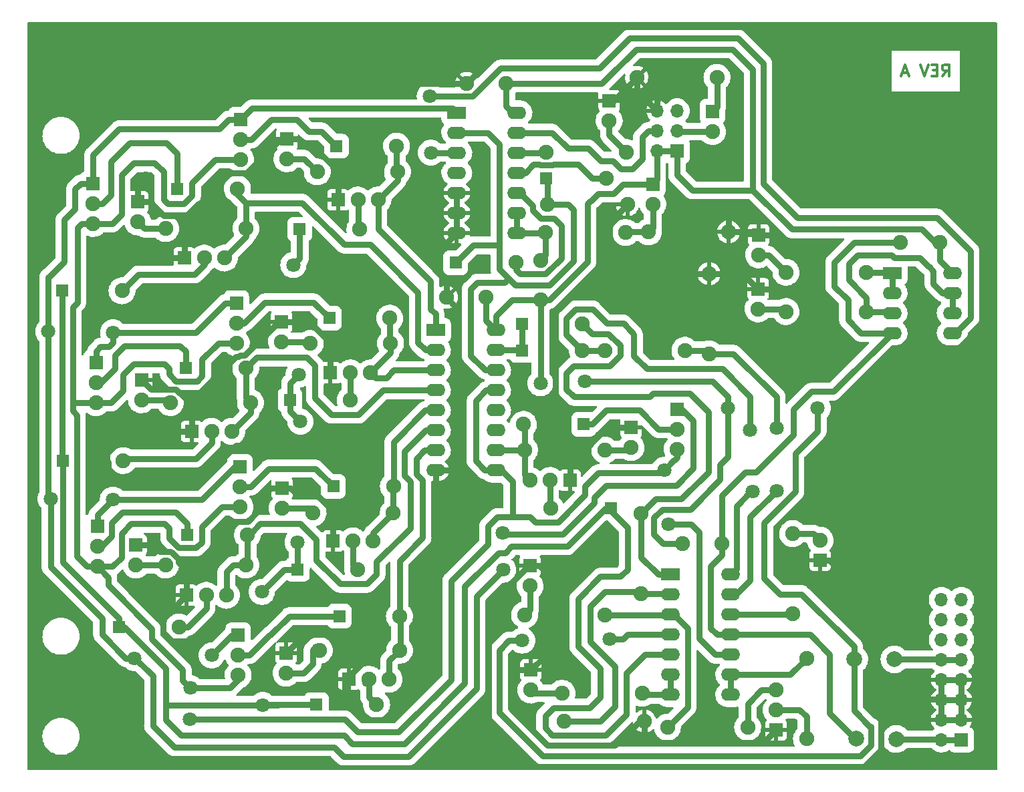
<source format=gbr>
%TF.GenerationSoftware,KiCad,Pcbnew,(6.0.0)*%
%TF.CreationDate,2022-02-13T17:17:33+01:00*%
%TF.ProjectId,SynthBaby8,53796e74-6842-4616-9279-382e6b696361,rev?*%
%TF.SameCoordinates,Original*%
%TF.FileFunction,Copper,L2,Bot*%
%TF.FilePolarity,Positive*%
%FSLAX46Y46*%
G04 Gerber Fmt 4.6, Leading zero omitted, Abs format (unit mm)*
G04 Created by KiCad (PCBNEW (6.0.0)) date 2022-02-13 17:17:33*
%MOMM*%
%LPD*%
G01*
G04 APERTURE LIST*
%ADD10C,0.300000*%
%TA.AperFunction,NonConductor*%
%ADD11C,0.300000*%
%TD*%
%TA.AperFunction,ComponentPad*%
%ADD12C,1.900000*%
%TD*%
%TA.AperFunction,ComponentPad*%
%ADD13R,1.700000X1.700000*%
%TD*%
%TA.AperFunction,ComponentPad*%
%ADD14O,1.900000X1.900000*%
%TD*%
%TA.AperFunction,ComponentPad*%
%ADD15R,1.600000X1.600000*%
%TD*%
%TA.AperFunction,ComponentPad*%
%ADD16O,1.700000X1.700000*%
%TD*%
%TA.AperFunction,ComponentPad*%
%ADD17R,2.400000X1.600000*%
%TD*%
%TA.AperFunction,ComponentPad*%
%ADD18O,2.400000X1.600000*%
%TD*%
%TA.AperFunction,ComponentPad*%
%ADD19C,2.000000*%
%TD*%
%TA.AperFunction,ViaPad*%
%ADD20C,1.800000*%
%TD*%
%TA.AperFunction,Conductor*%
%ADD21C,0.750000*%
%TD*%
G04 APERTURE END LIST*
D10*
D11*
X167496548Y-58539771D02*
X167996548Y-57825485D01*
X168353691Y-58539771D02*
X168353691Y-57039771D01*
X167782262Y-57039771D01*
X167639405Y-57111200D01*
X167567977Y-57182628D01*
X167496548Y-57325485D01*
X167496548Y-57539771D01*
X167567977Y-57682628D01*
X167639405Y-57754057D01*
X167782262Y-57825485D01*
X168353691Y-57825485D01*
X166853691Y-57754057D02*
X166353691Y-57754057D01*
X166139405Y-58539771D02*
X166853691Y-58539771D01*
X166853691Y-57039771D01*
X166139405Y-57039771D01*
X165710834Y-57039771D02*
X165210834Y-58539771D01*
X164710834Y-57039771D01*
X163139405Y-58111200D02*
X162425120Y-58111200D01*
X163282262Y-58539771D02*
X162782262Y-57039771D01*
X162282262Y-58539771D01*
D12*
%TO.P,C2,1*%
%TO.N,+12V*%
X112257840Y-59441080D03*
%TO.P,C2,2*%
%TO.N,GND*%
X107257840Y-59441080D03*
%TD*%
D13*
%TO.P,D1,1,K*%
%TO.N,GND*%
X83817460Y-89641680D03*
D14*
%TO.P,D1,2,A*%
%TO.N,Net-(D1-Pad2)*%
X83817460Y-92181680D03*
%TD*%
D13*
%TO.P,D2,1,K*%
%TO.N,GND*%
X65608200Y-74457560D03*
D14*
%TO.P,D2,2,A*%
%TO.N,Net-(D2-Pad2)*%
X65608200Y-76997560D03*
%TD*%
D13*
%TO.P,D3,1,K*%
%TO.N,GND*%
X66062860Y-97000060D03*
D14*
%TO.P,D3,2,A*%
%TO.N,Net-(D3-Pad2)*%
X66062860Y-99540060D03*
%TD*%
D13*
%TO.P,D4,1,K*%
%TO.N,GND*%
X84383880Y-131668520D03*
D14*
%TO.P,D4,2,A*%
%TO.N,Net-(D4-Pad2)*%
X84383880Y-134208520D03*
%TD*%
D13*
%TO.P,D6,1,K*%
%TO.N,GND*%
X84503260Y-66438780D03*
D14*
%TO.P,D6,2,A*%
%TO.N,Net-(D6-Pad2)*%
X84503260Y-68978780D03*
%TD*%
D13*
%TO.P,D7,1,K*%
%TO.N,GND*%
X83886040Y-110771940D03*
D14*
%TO.P,D7,2,A*%
%TO.N,Net-(D7-Pad2)*%
X83886040Y-113311940D03*
%TD*%
D13*
%TO.P,D8,1,K*%
%TO.N,GND*%
X65379600Y-117955060D03*
D14*
%TO.P,D8,2,A*%
%TO.N,Net-(D8-Pad2)*%
X65379600Y-120495060D03*
%TD*%
D15*
%TO.P,D9,1,K*%
%TO.N,Net-(D10-Pad1)*%
X84884260Y-99573080D03*
D14*
%TO.P,D9,2,A*%
%TO.N,Net-(D9-Pad2)*%
X92504260Y-99573080D03*
%TD*%
D15*
%TO.P,D10,1,K*%
%TO.N,Net-(D10-Pad1)*%
X55986680Y-85725000D03*
D14*
%TO.P,D10,2,A*%
%TO.N,Net-(D10-Pad2)*%
X63606680Y-85725000D03*
%TD*%
D15*
%TO.P,D11,1,K*%
%TO.N,Net-(D10-Pad1)*%
X56144160Y-107243880D03*
D14*
%TO.P,D11,2,A*%
%TO.N,Net-(D11-Pad2)*%
X63764160Y-107243880D03*
%TD*%
D15*
%TO.P,D12,1,K*%
%TO.N,Net-(D10-Pad1)*%
X88234520Y-138165840D03*
D14*
%TO.P,D12,2,A*%
%TO.N,Net-(D12-Pad2)*%
X95854520Y-138165840D03*
%TD*%
D15*
%TO.P,D14,1,K*%
%TO.N,Net-(D10-Pad1)*%
X86116160Y-77919580D03*
D14*
%TO.P,D14,2,A*%
%TO.N,Net-(D14-Pad2)*%
X93736160Y-77919580D03*
%TD*%
D15*
%TO.P,D15,1,K*%
%TO.N,Net-(D10-Pad1)*%
X85841840Y-121071640D03*
D14*
%TO.P,D15,2,A*%
%TO.N,Net-(D15-Pad2)*%
X93461840Y-121071640D03*
%TD*%
D15*
%TO.P,D16,1,K*%
%TO.N,Net-(D10-Pad1)*%
X63200280Y-128330960D03*
D14*
%TO.P,D16,2,A*%
%TO.N,Net-(D16-Pad2)*%
X70820280Y-128330960D03*
%TD*%
D15*
%TO.P,D17,1,K*%
%TO.N,Net-(D17-Pad1)*%
X89888060Y-89197180D03*
D14*
%TO.P,D17,2,A*%
%TO.N,Net-(D17-Pad2)*%
X97508060Y-89197180D03*
%TD*%
D15*
%TO.P,D18,1,K*%
%TO.N,Net-(D18-Pad1)*%
X70612000Y-72791320D03*
D14*
%TO.P,D18,2,A*%
%TO.N,Net-(D18-Pad2)*%
X78232000Y-72791320D03*
%TD*%
D15*
%TO.P,D19,1,K*%
%TO.N,Net-(D19-Pad1)*%
X71658480Y-95524320D03*
D14*
%TO.P,D19,2,A*%
%TO.N,Net-(D19-Pad2)*%
X79278480Y-95524320D03*
%TD*%
D15*
%TO.P,D20,1,K*%
%TO.N,Net-(D20-Pad1)*%
X91125040Y-126974600D03*
D14*
%TO.P,D20,2,A*%
%TO.N,Net-(D20-Pad2)*%
X98745040Y-126974600D03*
%TD*%
D15*
%TO.P,D22,1,K*%
%TO.N,Net-(D22-Pad1)*%
X90764360Y-67378580D03*
D14*
%TO.P,D22,2,A*%
%TO.N,Net-(D22-Pad2)*%
X98384360Y-67378580D03*
%TD*%
D15*
%TO.P,D23,1,K*%
%TO.N,Net-(D23-Pad1)*%
X90363040Y-110517940D03*
D14*
%TO.P,D23,2,A*%
%TO.N,Net-(D23-Pad2)*%
X97983040Y-110517940D03*
%TD*%
D15*
%TO.P,D24,1,K*%
%TO.N,Net-(D24-Pad1)*%
X71887080Y-116652040D03*
D14*
%TO.P,D24,2,A*%
%TO.N,Net-(D24-Pad2)*%
X79507080Y-116652040D03*
%TD*%
D15*
%TO.P,D27,1,K*%
%TO.N,CLOCK*%
X105857040Y-82169000D03*
D14*
%TO.P,D27,2,A*%
%TO.N,Net-(D27-Pad2)*%
X113477040Y-82169000D03*
%TD*%
D13*
%TO.P,J1,1,Pin_1*%
%TO.N,GND*%
X89976960Y-96118680D03*
D14*
%TO.P,J1,2,Pin_2*%
%TO.N,Net-(D9-Pad2)*%
X92516960Y-96118680D03*
%TO.P,J1,3,Pin_3*%
%TO.N,Net-(D17-Pad2)*%
X95056960Y-96118680D03*
%TD*%
D13*
%TO.P,J2,1,Pin_1*%
%TO.N,GND*%
X71488300Y-81569560D03*
D14*
%TO.P,J2,2,Pin_2*%
%TO.N,Net-(D10-Pad2)*%
X74028300Y-81569560D03*
%TO.P,J2,3,Pin_3*%
%TO.N,Net-(D18-Pad2)*%
X76568300Y-81569560D03*
%TD*%
D13*
%TO.P,J3,1,Pin_1*%
%TO.N,GND*%
X72425560Y-103553260D03*
D14*
%TO.P,J3,2,Pin_2*%
%TO.N,Net-(D11-Pad2)*%
X74965560Y-103553260D03*
%TO.P,J3,3,Pin_3*%
%TO.N,Net-(D19-Pad2)*%
X77505560Y-103553260D03*
%TD*%
D13*
%TO.P,J4,1,Pin_1*%
%TO.N,GND*%
X92359480Y-134970520D03*
D14*
%TO.P,J4,2,Pin_2*%
%TO.N,Net-(D12-Pad2)*%
X94899480Y-134970520D03*
%TO.P,J4,3,Pin_3*%
%TO.N,Net-(D20-Pad2)*%
X97439480Y-134970520D03*
%TD*%
D13*
%TO.P,J6,1,Pin_1*%
%TO.N,GND*%
X90954860Y-74198480D03*
D14*
%TO.P,J6,2,Pin_2*%
%TO.N,Net-(D14-Pad2)*%
X93494860Y-74198480D03*
%TO.P,J6,3,Pin_3*%
%TO.N,Net-(D22-Pad2)*%
X96034860Y-74198480D03*
%TD*%
D13*
%TO.P,J7,1,Pin_1*%
%TO.N,GND*%
X90337640Y-117426740D03*
D14*
%TO.P,J7,2,Pin_2*%
%TO.N,Net-(D15-Pad2)*%
X92877640Y-117426740D03*
%TO.P,J7,3,Pin_3*%
%TO.N,Net-(D23-Pad2)*%
X95417640Y-117426740D03*
%TD*%
D13*
%TO.P,J8,1,Pin_1*%
%TO.N,GND*%
X71742300Y-124330460D03*
D14*
%TO.P,J8,2,Pin_2*%
%TO.N,Net-(D16-Pad2)*%
X74282300Y-124330460D03*
%TO.P,J8,3,Pin_3*%
%TO.N,Net-(D24-Pad2)*%
X76822300Y-124330460D03*
%TD*%
D13*
%TO.P,J9,1,Pin_1*%
%TO.N,Net-(J10-Pad1)*%
X78089760Y-87254080D03*
D14*
%TO.P,J9,2,Pin_2*%
%TO.N,Net-(D17-Pad1)*%
X78089760Y-89794080D03*
%TO.P,J9,3,Pin_3*%
%TO.N,Net-(J10-Pad3)*%
X78089760Y-92334080D03*
%TD*%
D13*
%TO.P,J10,1,Pin_1*%
%TO.N,Net-(J10-Pad1)*%
X59959240Y-72110600D03*
D14*
%TO.P,J10,2,Pin_2*%
%TO.N,Net-(D18-Pad1)*%
X59959240Y-74650600D03*
%TO.P,J10,3,Pin_3*%
%TO.N,Net-(J10-Pad3)*%
X59959240Y-77190600D03*
%TD*%
D13*
%TO.P,J11,1,Pin_1*%
%TO.N,Net-(J10-Pad1)*%
X60309760Y-94833440D03*
D14*
%TO.P,J11,2,Pin_2*%
%TO.N,Net-(D19-Pad1)*%
X60309760Y-97373440D03*
%TO.P,J11,3,Pin_3*%
%TO.N,Net-(J10-Pad3)*%
X60309760Y-99913440D03*
%TD*%
D13*
%TO.P,J12,1,Pin_1*%
%TO.N,Net-(J10-Pad1)*%
X78320900Y-129362200D03*
D14*
%TO.P,J12,2,Pin_2*%
%TO.N,Net-(D20-Pad1)*%
X78320900Y-131902200D03*
%TO.P,J12,3,Pin_3*%
%TO.N,Net-(J10-Pad3)*%
X78320900Y-134442200D03*
%TD*%
D13*
%TO.P,J14,1,Pin_1*%
%TO.N,Net-(J10-Pad1)*%
X78648560Y-64013080D03*
D14*
%TO.P,J14,2,Pin_2*%
%TO.N,Net-(D22-Pad1)*%
X78648560Y-66553080D03*
%TO.P,J14,3,Pin_3*%
%TO.N,Net-(J10-Pad3)*%
X78648560Y-69093080D03*
%TD*%
D13*
%TO.P,J15,1,Pin_1*%
%TO.N,Net-(J10-Pad1)*%
X78557120Y-108026200D03*
D14*
%TO.P,J15,2,Pin_2*%
%TO.N,Net-(D23-Pad1)*%
X78557120Y-110566200D03*
%TO.P,J15,3,Pin_3*%
%TO.N,Net-(J10-Pad3)*%
X78557120Y-113106200D03*
%TD*%
D13*
%TO.P,J16,1,Pin_1*%
%TO.N,Net-(J10-Pad1)*%
X60482480Y-115610640D03*
D14*
%TO.P,J16,2,Pin_2*%
%TO.N,Net-(D24-Pad1)*%
X60482480Y-118150640D03*
%TO.P,J16,3,Pin_3*%
%TO.N,Net-(J10-Pad3)*%
X60482480Y-120690640D03*
%TD*%
D13*
%TO.P,J20,1,Pin_1*%
%TO.N,Net-(F2-Pad1)*%
X169941240Y-142646400D03*
D16*
%TO.P,J20,2,Pin_2*%
X167401240Y-142646400D03*
%TO.P,J20,3,Pin_3*%
%TO.N,GND*%
X169941240Y-140106400D03*
%TO.P,J20,4,Pin_4*%
X167401240Y-140106400D03*
%TO.P,J20,5,Pin_5*%
X169941240Y-137566400D03*
%TO.P,J20,6,Pin_6*%
X167401240Y-137566400D03*
%TO.P,J20,7,Pin_7*%
X169941240Y-135026400D03*
%TO.P,J20,8,Pin_8*%
X167401240Y-135026400D03*
%TO.P,J20,9,Pin_9*%
%TO.N,Net-(F1-Pad1)*%
X169941240Y-132486400D03*
%TO.P,J20,10,Pin_10*%
X167401240Y-132486400D03*
%TO.P,J20,11,Pin_11*%
%TO.N,unconnected-(J20-Pad11)*%
X169941240Y-129946400D03*
%TO.P,J20,12,Pin_12*%
%TO.N,unconnected-(J20-Pad12)*%
X167401240Y-129946400D03*
%TO.P,J20,13,Pin_13*%
%TO.N,unconnected-(J20-Pad13)*%
X169941240Y-127406400D03*
%TO.P,J20,14,Pin_14*%
%TO.N,unconnected-(J20-Pad14)*%
X167401240Y-127406400D03*
%TO.P,J20,15,Pin_15*%
%TO.N,unconnected-(J20-Pad15)*%
X169941240Y-124866400D03*
%TO.P,J20,16,Pin_16*%
%TO.N,unconnected-(J20-Pad16)*%
X167401240Y-124866400D03*
%TD*%
D12*
%TO.P,R5,1*%
%TO.N,Net-(D1-Pad2)*%
X87462360Y-92384880D03*
D14*
%TO.P,R5,2*%
%TO.N,Net-(D17-Pad2)*%
X97622360Y-92384880D03*
%TD*%
D12*
%TO.P,R6,1*%
%TO.N,Net-(D2-Pad2)*%
X69151500Y-77835760D03*
D14*
%TO.P,R6,2*%
%TO.N,Net-(D18-Pad2)*%
X79311500Y-77835760D03*
%TD*%
D12*
%TO.P,R7,1*%
%TO.N,Net-(D3-Pad2)*%
X69720460Y-99908360D03*
D14*
%TO.P,R7,2*%
%TO.N,Net-(D19-Pad2)*%
X79880460Y-99908360D03*
%TD*%
D12*
%TO.P,R8,1*%
%TO.N,Net-(D4-Pad2)*%
X88600280Y-131292600D03*
D14*
%TO.P,R8,2*%
%TO.N,Net-(D20-Pad2)*%
X98760280Y-131292600D03*
%TD*%
D12*
%TO.P,R10,1*%
%TO.N,Net-(D6-Pad2)*%
X88338660Y-70642480D03*
D14*
%TO.P,R10,2*%
%TO.N,Net-(D22-Pad2)*%
X98498660Y-70642480D03*
%TD*%
D12*
%TO.P,R11,1*%
%TO.N,Net-(D7-Pad2)*%
X87810340Y-113870740D03*
D14*
%TO.P,R11,2*%
%TO.N,Net-(D23-Pad2)*%
X97970340Y-113870740D03*
%TD*%
D12*
%TO.P,R12,1*%
%TO.N,Net-(D8-Pad2)*%
X69126100Y-120495060D03*
D14*
%TO.P,R12,2*%
%TO.N,Net-(D24-Pad2)*%
X79286100Y-120495060D03*
%TD*%
D17*
%TO.P,U1,1*%
%TO.N,Net-(J10-Pad1)*%
X106014520Y-63131700D03*
D18*
%TO.P,U1,2*%
%TO.N,CLOCK*%
X106014520Y-65671700D03*
%TO.P,U1,3*%
%TO.N,Net-(U1-Pad3)*%
X106014520Y-68211700D03*
%TO.P,U1,4*%
%TO.N,unconnected-(U1-Pad4)*%
X106014520Y-70751700D03*
%TO.P,U1,5*%
%TO.N,GND*%
X106014520Y-73291700D03*
%TO.P,U1,6*%
X106014520Y-75831700D03*
%TO.P,U1,7,VSS*%
X106014520Y-78371700D03*
%TO.P,U1,8*%
%TO.N,STEPHOLD*%
X113634520Y-78371700D03*
%TO.P,U1,9*%
X113634520Y-75831700D03*
%TO.P,U1,10*%
%TO.N,Net-(D27-Pad2)*%
X113634520Y-73291700D03*
%TO.P,U1,11*%
%TO.N,Net-(D28-Pad2)*%
X113634520Y-70751700D03*
%TO.P,U1,12*%
%TO.N,Net-(R24-Pad2)*%
X113634520Y-68211700D03*
%TO.P,U1,13*%
%TO.N,StartStop*%
X113634520Y-65671700D03*
%TO.P,U1,14,VDD*%
%TO.N,+12V*%
X113634520Y-63131700D03*
%TD*%
D17*
%TO.P,U3,1,Q5*%
%TO.N,Net-(D22-Pad2)*%
X103311960Y-90708480D03*
D18*
%TO.P,U3,2,Q1*%
%TO.N,Net-(D18-Pad2)*%
X103311960Y-93248480D03*
%TO.P,U3,3,Q0*%
%TO.N,Net-(D17-Pad2)*%
X103311960Y-95788480D03*
%TO.P,U3,4,Q2*%
%TO.N,Net-(D19-Pad2)*%
X103311960Y-98328480D03*
%TO.P,U3,5,Q6*%
%TO.N,Net-(D23-Pad2)*%
X103311960Y-100868480D03*
%TO.P,U3,6,Q7*%
%TO.N,Net-(D24-Pad2)*%
X103311960Y-103408480D03*
%TO.P,U3,7,Q3*%
%TO.N,Net-(D20-Pad2)*%
X103311960Y-105948480D03*
%TO.P,U3,8,VSS*%
%TO.N,GND*%
X103311960Y-108488480D03*
%TO.P,U3,9,Q8*%
%TO.N,Net-(J10-Pad3)*%
X110931960Y-108488480D03*
%TO.P,U3,10,Q4*%
%TO.N,Net-(D21-Pad2)*%
X110931960Y-105948480D03*
%TO.P,U3,11,Q9*%
%TO.N,unconnected-(U3-Pad11)*%
X110931960Y-103408480D03*
%TO.P,U3,12,Cout*%
%TO.N,unconnected-(U3-Pad12)*%
X110931960Y-100868480D03*
%TO.P,U3,13,CKEN*%
%TO.N,Net-(J10-Pad3)*%
X110931960Y-98328480D03*
%TO.P,U3,14,CLK*%
%TO.N,CLOCK*%
X110931960Y-95788480D03*
%TO.P,U3,15,Reset*%
%TO.N,Net-(D26-Pad1)*%
X110931960Y-93248480D03*
%TO.P,U3,16,VDD*%
%TO.N,+12V*%
X110931960Y-90708480D03*
%TD*%
D12*
%TO.P,C7,1*%
%TO.N,GND*%
X104696260Y-86530180D03*
%TO.P,C7,2*%
%TO.N,+12V*%
X109696260Y-86530180D03*
%TD*%
%TO.P,C1,1*%
%TO.N,+12V*%
X167223440Y-79613760D03*
%TO.P,C1,2*%
%TO.N,-12V*%
X162223440Y-79613760D03*
%TD*%
D15*
%TO.P,D29,1,K*%
%TO.N,Net-(D26-Pad1)*%
X114274600Y-93314520D03*
D14*
%TO.P,D29,2,A*%
%TO.N,Net-(D29-Pad2)*%
X121894600Y-93314520D03*
%TD*%
D13*
%TO.P,D30,1,K*%
%TO.N,GND*%
X144185640Y-85476080D03*
D14*
%TO.P,D30,2,A*%
%TO.N,Net-(D30-Pad2)*%
X144185640Y-88016080D03*
%TD*%
D13*
%TO.P,J17,1,Pin_1*%
%TO.N,GND*%
X152039320Y-119877840D03*
D14*
%TO.P,J17,2,Pin_2*%
%TO.N,RESETIN*%
X152039320Y-117337840D03*
%TD*%
D12*
%TO.P,R14,1*%
%TO.N,Net-(R14-Pad1)*%
X137962640Y-93700600D03*
D14*
%TO.P,R14,2*%
%TO.N,GND*%
X137962640Y-83540600D03*
%TD*%
D12*
%TO.P,R15,1*%
%TO.N,RESETIN*%
X148554440Y-116509800D03*
D14*
%TO.P,R15,2*%
%TO.N,Net-(R15-Pad2)*%
X148554440Y-126669800D03*
%TD*%
D12*
%TO.P,R19,1*%
%TO.N,Net-(D29-Pad2)*%
X124749560Y-93263720D03*
D14*
%TO.P,R19,2*%
%TO.N,Net-(R14-Pad1)*%
X134909560Y-93263720D03*
%TD*%
D12*
%TO.P,R20,1*%
%TO.N,GATEOUT*%
X147706080Y-83367880D03*
D14*
%TO.P,R20,2*%
%TO.N,Net-(R20-Pad2)*%
X157866080Y-83367880D03*
%TD*%
D12*
%TO.P,R21,1*%
%TO.N,CASCADEIN*%
X114599720Y-126806960D03*
D14*
%TO.P,R21,2*%
%TO.N,Net-(R2-Pad1)*%
X124759720Y-126806960D03*
%TD*%
D12*
%TO.P,R22,1*%
%TO.N,CASCADEOUT*%
X150301960Y-142524480D03*
D14*
%TO.P,R22,2*%
%TO.N,Net-(R22-Pad2)*%
X150301960Y-132364480D03*
%TD*%
D12*
%TO.P,R23,1*%
%TO.N,Net-(D30-Pad2)*%
X147706080Y-88356440D03*
D14*
%TO.P,R23,2*%
%TO.N,Net-(R23-Pad2)*%
X157866080Y-88356440D03*
%TD*%
D12*
%TO.P,R24,1*%
%TO.N,CLOCKIN*%
X127523240Y-68199000D03*
D14*
%TO.P,R24,2*%
%TO.N,Net-(R24-Pad2)*%
X117363240Y-68199000D03*
%TD*%
D17*
%TO.P,U4,1*%
%TO.N,Net-(R20-Pad2)*%
X161142680Y-83449160D03*
D18*
%TO.P,U4,2,-*%
X161142680Y-85989160D03*
%TO.P,U4,3,+*%
%TO.N,Net-(R23-Pad2)*%
X161142680Y-88529160D03*
%TO.P,U4,4,V-*%
%TO.N,-12V*%
X161142680Y-91069160D03*
%TO.P,U4,5,+*%
%TO.N,Net-(U1-Pad3)*%
X168762680Y-91069160D03*
%TO.P,U4,6,-*%
%TO.N,Net-(R23-Pad2)*%
X168762680Y-88529160D03*
%TO.P,U4,7*%
X168762680Y-85989160D03*
%TO.P,U4,8,V+*%
%TO.N,+12V*%
X168762680Y-83449160D03*
%TD*%
D12*
%TO.P,C3,1*%
%TO.N,+12V*%
X134589520Y-117744240D03*
%TO.P,C3,2*%
%TO.N,-12V*%
X139589520Y-117744240D03*
%TD*%
%TO.P,C4,1*%
%TO.N,+12V*%
X116606320Y-86873080D03*
%TO.P,C4,2*%
%TO.N,STEPHOLD*%
X116606320Y-81873080D03*
%TD*%
D13*
%TO.P,D5,1,K*%
%TO.N,GND*%
X128087120Y-103047800D03*
D14*
%TO.P,D5,2,A*%
%TO.N,Net-(D5-Pad2)*%
X128087120Y-105587800D03*
%TD*%
D15*
%TO.P,D13,1,K*%
%TO.N,Net-(D10-Pad1)*%
X125496320Y-113268760D03*
D14*
%TO.P,D13,2,A*%
%TO.N,Net-(D13-Pad2)*%
X117876320Y-113268760D03*
%TD*%
D15*
%TO.P,D21,1,K*%
%TO.N,Net-(D21-Pad1)*%
X122077480Y-102656640D03*
D14*
%TO.P,D21,2,A*%
%TO.N,Net-(D21-Pad2)*%
X114457480Y-102656640D03*
%TD*%
D13*
%TO.P,D25,1,K*%
%TO.N,Net-(D25-Pad1)*%
X138399520Y-62992000D03*
D14*
%TO.P,D25,2,A*%
%TO.N,Net-(D25-Pad2)*%
X138399520Y-65532000D03*
%TD*%
D15*
%TO.P,D26,1,K*%
%TO.N,Net-(D26-Pad1)*%
X114254280Y-89905840D03*
D14*
%TO.P,D26,2,A*%
%TO.N,Net-(D26-Pad2)*%
X121874280Y-89905840D03*
%TD*%
D15*
%TO.P,D28,1,K*%
%TO.N,CLOCK*%
X117281960Y-71429880D03*
D14*
%TO.P,D28,2,A*%
%TO.N,Net-(D28-Pad2)*%
X124901960Y-71429880D03*
%TD*%
D13*
%TO.P,J5,1,Pin_1*%
%TO.N,GND*%
X120365520Y-109758480D03*
D14*
%TO.P,J5,2,Pin_2*%
%TO.N,Net-(D13-Pad2)*%
X117825520Y-109758480D03*
%TO.P,J5,3,Pin_3*%
%TO.N,Net-(D21-Pad2)*%
X115285520Y-109758480D03*
%TD*%
D13*
%TO.P,J13,1,Pin_1*%
%TO.N,Net-(J10-Pad1)*%
X133918960Y-100726240D03*
D14*
%TO.P,J13,2,Pin_2*%
%TO.N,Net-(D21-Pad1)*%
X133918960Y-103266240D03*
%TO.P,J13,3,Pin_3*%
%TO.N,Net-(J10-Pad3)*%
X133918960Y-105806240D03*
%TD*%
D13*
%TO.P,J18,1,Pin_1*%
%TO.N,+12V*%
X133918960Y-68000880D03*
D16*
%TO.P,J18,2,Pin_2*%
X131378960Y-68000880D03*
%TO.P,J18,3,Pin_3*%
%TO.N,Net-(D25-Pad2)*%
X133918960Y-65460880D03*
%TO.P,J18,4,Pin_4*%
%TO.N,StartStop*%
X131378960Y-65460880D03*
%TO.P,J18,5,Pin_5*%
%TO.N,unconnected-(J18-Pad5)*%
X133918960Y-62920880D03*
%TO.P,J18,6,Pin_6*%
%TO.N,GND*%
X131378960Y-62920880D03*
%TD*%
D13*
%TO.P,J19,1,Pin_1*%
%TO.N,GND*%
X146456400Y-141411960D03*
D14*
%TO.P,J19,2,Pin_2*%
%TO.N,CASCADEOUT*%
X146456400Y-138871960D03*
%TO.P,J19,3,Pin_3*%
%TO.N,BREAKINJACK*%
X146456400Y-136331960D03*
%TD*%
D13*
%TO.P,J21,1,Pin_1*%
%TO.N,GND*%
X115376960Y-133807200D03*
D14*
%TO.P,J21,2,Pin_2*%
%TO.N,CVOUT*%
X115376960Y-136347200D03*
%TD*%
D13*
%TO.P,J22,1,Pin_1*%
%TO.N,GND*%
X115290600Y-120609360D03*
D14*
%TO.P,J22,2,Pin_2*%
%TO.N,CASCADEIN*%
X115290600Y-123149360D03*
%TD*%
D13*
%TO.P,J23,1,Pin_1*%
%TO.N,GND*%
X125318520Y-61610240D03*
D14*
%TO.P,J23,2,Pin_2*%
%TO.N,CLOCKIN*%
X125318520Y-64150240D03*
%TD*%
D13*
%TO.P,J24,1,Pin_1*%
%TO.N,GND*%
X144246600Y-78623160D03*
D14*
%TO.P,J24,2,Pin_2*%
%TO.N,GATEOUT*%
X144246600Y-81163160D03*
%TD*%
D13*
%TO.P,J25,1,Pin_1*%
%TO.N,+12V*%
X130840480Y-72181720D03*
D14*
%TO.P,J25,2,Pin_2*%
%TO.N,Net-(J25-Pad2)*%
X130840480Y-74721720D03*
%TD*%
D12*
%TO.P,R1,1*%
%TO.N,CLOCK*%
X117454680Y-74803000D03*
D14*
%TO.P,R1,2*%
%TO.N,GND*%
X127614680Y-74803000D03*
%TD*%
D12*
%TO.P,R2,1*%
%TO.N,Net-(R2-Pad1)*%
X132696200Y-141060920D03*
D14*
%TO.P,R2,2*%
%TO.N,BREAKINJACK*%
X142856200Y-141060920D03*
%TD*%
D12*
%TO.P,R3,1*%
%TO.N,Net-(R3-Pad1)*%
X119623840Y-140279120D03*
D14*
%TO.P,R3,2*%
%TO.N,GND*%
X129783840Y-140279120D03*
%TD*%
D12*
%TO.P,R4,1*%
%TO.N,Net-(R3-Pad1)*%
X129311400Y-124150120D03*
D14*
%TO.P,R4,2*%
%TO.N,Net-(D26-Pad2)*%
X129311400Y-113990120D03*
%TD*%
D12*
%TO.P,R9,1*%
%TO.N,Net-(D5-Pad2)*%
X124749560Y-105902760D03*
D14*
%TO.P,R9,2*%
%TO.N,Net-(D21-Pad2)*%
X114589560Y-105902760D03*
%TD*%
D12*
%TO.P,R13,1*%
%TO.N,CVOUT*%
X119339360Y-136748520D03*
D14*
%TO.P,R13,2*%
%TO.N,Net-(R13-Pad2)*%
X129499360Y-136748520D03*
%TD*%
D12*
%TO.P,R16,1*%
%TO.N,GND*%
X128803400Y-58658760D03*
D14*
%TO.P,R16,2*%
%TO.N,Net-(D25-Pad1)*%
X138963400Y-58658760D03*
%TD*%
D12*
%TO.P,R17,1*%
%TO.N,Net-(J25-Pad2)*%
X127416560Y-78328520D03*
D14*
%TO.P,R17,2*%
%TO.N,STEPHOLD*%
X117256560Y-78328520D03*
%TD*%
D12*
%TO.P,R18,1*%
%TO.N,Net-(J25-Pad2)*%
X130296920Y-78257400D03*
D14*
%TO.P,R18,2*%
%TO.N,GND*%
X140456920Y-78257400D03*
%TD*%
D17*
%TO.P,U2,1*%
%TO.N,Net-(D26-Pad2)*%
X133096200Y-121710920D03*
D18*
%TO.P,U2,2,-*%
%TO.N,Net-(R3-Pad1)*%
X133096200Y-124250920D03*
%TO.P,U2,3,+*%
%TO.N,Net-(R2-Pad1)*%
X133096200Y-126790920D03*
%TO.P,U2,4,V+*%
%TO.N,+12V*%
X133096200Y-129330920D03*
%TO.P,U2,5,+*%
%TO.N,Net-(D10-Pad1)*%
X133096200Y-131870920D03*
%TO.P,U2,6,-*%
%TO.N,Net-(R13-Pad2)*%
X133096200Y-134410920D03*
%TO.P,U2,7*%
X133096200Y-136950920D03*
%TO.P,U2,8*%
%TO.N,Net-(R22-Pad2)*%
X140716200Y-136950920D03*
%TO.P,U2,9,-*%
X140716200Y-134410920D03*
%TO.P,U2,10,+*%
%TO.N,Net-(J10-Pad3)*%
X140716200Y-131870920D03*
%TO.P,U2,11,V-*%
%TO.N,-12V*%
X140716200Y-129330920D03*
%TO.P,U2,12,+*%
%TO.N,Net-(R15-Pad2)*%
X140716200Y-126790920D03*
%TO.P,U2,13,-*%
%TO.N,Net-(R14-Pad1)*%
X140716200Y-124250920D03*
%TO.P,U2,14*%
%TO.N,Net-(D29-Pad2)*%
X140716200Y-121710920D03*
%TD*%
D19*
%TO.P,F1,1*%
%TO.N,Net-(F1-Pad1)*%
X161442400Y-132461000D03*
%TO.P,F1,2*%
%TO.N,+12V*%
X156362400Y-132451000D03*
%TD*%
%TO.P,F2,1*%
%TO.N,Net-(F2-Pad1)*%
X161671000Y-142544800D03*
%TO.P,F2,2*%
%TO.N,-12V*%
X156591000Y-142534800D03*
%TD*%
D20*
%TO.N,GND*%
X66608960Y-71440040D03*
X151638000Y-96235520D03*
X66451480Y-63251080D03*
X158399480Y-96662240D03*
X140456920Y-75361800D03*
X140075920Y-70784720D03*
%TO.N,Net-(D10-Pad1)*%
X86202520Y-102321360D03*
X85958680Y-96347280D03*
X85313520Y-82448400D03*
X85841840Y-117576600D03*
X81427320Y-138226800D03*
X81320640Y-123885960D03*
%TO.N,Net-(J10-Pad1)*%
X54554120Y-112095280D03*
X65186560Y-132308600D03*
X111841280Y-116398040D03*
X62443360Y-112201960D03*
X62484000Y-91003120D03*
X111876840Y-121076720D03*
X54259480Y-90881200D03*
X74960480Y-131942840D03*
%TO.N,+12V*%
X114305080Y-130063240D03*
X116606320Y-97429320D03*
X140350240Y-100563680D03*
X151724360Y-100599240D03*
X125359160Y-129900680D03*
X122214640Y-97185480D03*
%TO.N,Net-(D29-Pad2)*%
X143474440Y-111201200D03*
X143157228Y-103385332D03*
%TO.N,Net-(J10-Pad3)*%
X72242680Y-136083040D03*
X132816600Y-115285520D03*
X132273040Y-108432600D03*
X72171560Y-140060680D03*
%TO.N,Net-(R14-Pad1)*%
X146512280Y-111069120D03*
X146512280Y-103164640D03*
%TO.N,Net-(U1-Pad3)*%
X102590600Y-61055830D03*
X102725220Y-68211700D03*
%TD*%
D21*
%TO.N,GND*%
X66608960Y-71440040D02*
X66608960Y-71440040D01*
X66451480Y-63251080D02*
X66451480Y-63251080D01*
X140456920Y-75361800D02*
X140456920Y-75361800D01*
X140075920Y-70784720D02*
X140075920Y-70784720D01*
X158399480Y-96662240D02*
X158445200Y-96616520D01*
X151577040Y-96707960D02*
X151577040Y-96707960D01*
X83817460Y-89641680D02*
X87322660Y-89641680D01*
X90337640Y-114193320D02*
X90337640Y-117426740D01*
X68773040Y-127299720D02*
X68773040Y-129001520D01*
X92359480Y-134970520D02*
X92359480Y-134614920D01*
X67556380Y-117955060D02*
X65379600Y-117955060D01*
X87678260Y-67289680D02*
X90954860Y-70566280D01*
X75613365Y-85427925D02*
X76251010Y-84790280D01*
X117622320Y-131561840D02*
X115376960Y-133807200D01*
X158734760Y-125359160D02*
X158734760Y-134772400D01*
X118485920Y-103027480D02*
X121785380Y-106326940D01*
X75613365Y-85427925D02*
X67678195Y-85427925D01*
X61544200Y-87929720D02*
X65176400Y-87929720D01*
X83449160Y-89641680D02*
X79161521Y-93929319D01*
X167401240Y-137566400D02*
X167401240Y-140106400D01*
X131378960Y-62920880D02*
X131378960Y-61569600D01*
X169941240Y-140106400D02*
X167401240Y-140106400D01*
X140243560Y-56575960D02*
X141655800Y-57988200D01*
X68864480Y-76164440D02*
X70459600Y-76164440D01*
X125851920Y-61610240D02*
X128803400Y-58658760D01*
X167401240Y-137566400D02*
X169941240Y-137566400D01*
X104696260Y-86530180D02*
X104696260Y-84462620D01*
X140456920Y-78257400D02*
X140456920Y-75361800D01*
X112933480Y-134625080D02*
X112933480Y-138805920D01*
X83736180Y-66438780D02*
X79351881Y-70823079D01*
X72425560Y-100167440D02*
X72400160Y-100167440D01*
X61828680Y-108422440D02*
X63058040Y-109651800D01*
X79560161Y-114942879D02*
X81114900Y-113388140D01*
X91988640Y-92933520D02*
X89976960Y-92933520D01*
X94477840Y-124993400D02*
X94477840Y-129260600D01*
X159776160Y-143926351D02*
X159776160Y-139146280D01*
X67678195Y-85427925D02*
X65176400Y-87929720D01*
X150047960Y-81818480D02*
X150047960Y-84449920D01*
X154950160Y-102737920D02*
X154950160Y-100111560D01*
X117622320Y-121787920D02*
X117622320Y-131561840D01*
X105846880Y-87680800D02*
X105846880Y-99949000D01*
X81114900Y-112062260D02*
X81114900Y-113388140D01*
X92359480Y-134970520D02*
X91864180Y-135465820D01*
X106014520Y-75831700D02*
X106014520Y-73291700D01*
X104696260Y-84462620D02*
X103225600Y-82991960D01*
X61381640Y-88092280D02*
X61544200Y-87929720D01*
X116001800Y-146085560D02*
X157616951Y-146085560D01*
X70434200Y-98201480D02*
X67264280Y-98201480D01*
X140456920Y-78257400D02*
X143880840Y-78257400D01*
X127614680Y-74803000D02*
X125364240Y-77053440D01*
X68407319Y-118805999D02*
X67556380Y-117955060D01*
X70261480Y-59441080D02*
X66451480Y-63251080D01*
X61381640Y-83449160D02*
X61381640Y-88092280D01*
X121785380Y-106326940D02*
X120365520Y-107746800D01*
X122900440Y-54493160D02*
X125191520Y-52202080D01*
X107257840Y-59396640D02*
X112161320Y-54493160D01*
X153253440Y-119877840D02*
X152039320Y-119877840D01*
X160207960Y-102377240D02*
X155310840Y-102377240D01*
X71742300Y-121973340D02*
X75846940Y-117868700D01*
X115290600Y-120609360D02*
X115133120Y-120609360D01*
X71488300Y-77193140D02*
X71488300Y-81569560D01*
X127802640Y-81920080D02*
X128498600Y-81920080D01*
X94477840Y-129260600D02*
X86791800Y-129260600D01*
X103225600Y-82991960D02*
X103225600Y-81160620D01*
X104696260Y-86530180D02*
X105846880Y-87680800D01*
X78008480Y-105343960D02*
X88600280Y-105343960D01*
X128803400Y-58658760D02*
X128803400Y-60345320D01*
X117622320Y-131699000D02*
X117622320Y-131561840D01*
X137962640Y-83540600D02*
X142250160Y-83540600D01*
X83886040Y-110771940D02*
X82405220Y-110771940D01*
X151577040Y-88808560D02*
X151577040Y-96707960D01*
X86801960Y-67289680D02*
X87678260Y-67289680D01*
X91864180Y-137868660D02*
X94134940Y-140139420D01*
X146400520Y-55519320D02*
X159420560Y-68539360D01*
X125318520Y-61610240D02*
X125851920Y-61610240D01*
X150047960Y-84449920D02*
X149021800Y-85476080D01*
X75846940Y-116060220D02*
X76964281Y-114942879D01*
X94122240Y-124637800D02*
X94477840Y-124993400D01*
X79351881Y-70823079D02*
X77274161Y-70823079D01*
X93634560Y-91287600D02*
X91988640Y-92933520D01*
X88600280Y-105343960D02*
X93019880Y-109763560D01*
X125364240Y-79481680D02*
X127802640Y-81920080D01*
X125364240Y-77053440D02*
X125364240Y-79481680D01*
X61716920Y-106349800D02*
X61716920Y-107335242D01*
X72839580Y-130172460D02*
X76225400Y-126786640D01*
X129783840Y-142062200D02*
X129783840Y-140279120D01*
X85951060Y-66438780D02*
X86801960Y-67289680D01*
X71742300Y-124330460D02*
X68773040Y-127299720D01*
X129153920Y-140279120D02*
X129783840Y-140279120D01*
X144246600Y-78623160D02*
X146852640Y-78623160D01*
X154950160Y-100111560D02*
X158399480Y-96662240D01*
X79161521Y-93929319D02*
X78512879Y-93929319D01*
X93634560Y-88483440D02*
X93634560Y-91287600D01*
X92359480Y-134614920D02*
X94477840Y-132496560D01*
X84503260Y-66438780D02*
X85951060Y-66438780D01*
X131378960Y-61569600D02*
X136372600Y-56575960D01*
X125191520Y-52202080D02*
X144053560Y-52202080D01*
X70721101Y-120154581D02*
X71742300Y-121175780D01*
X107257840Y-59441080D02*
X107257840Y-59396640D01*
X82011520Y-126786640D02*
X84160360Y-124637800D01*
X118485920Y-88432640D02*
X118485920Y-103027480D01*
X72425560Y-100167440D02*
X72425560Y-103553260D01*
X173380400Y-76677520D02*
X173380400Y-89204800D01*
X167314880Y-137480040D02*
X167401240Y-137566400D01*
X144856200Y-143012160D02*
X146456400Y-141411960D01*
X93019880Y-109763560D02*
X93019880Y-111511080D01*
X69943980Y-130172460D02*
X72839580Y-130172460D01*
X157616951Y-146085560D02*
X159776160Y-143926351D01*
X110053120Y-125689360D02*
X110053120Y-140136880D01*
X155310840Y-102377240D02*
X154950160Y-102737920D01*
X106014520Y-78371700D02*
X106014520Y-75831700D01*
X124998480Y-81920080D02*
X118485920Y-88432640D01*
X85981540Y-111775240D02*
X88445340Y-111775240D01*
X97873820Y-140139420D02*
X100893880Y-137119360D01*
X128498600Y-81920080D02*
X130119120Y-83540600D01*
X105846880Y-99949000D02*
X105801160Y-99994720D01*
X158734760Y-134772400D02*
X161442400Y-137480040D01*
X142250160Y-83540600D02*
X144185640Y-85476080D01*
X146852640Y-78623160D02*
X150047960Y-81818480D01*
X128803400Y-60345320D02*
X131378960Y-62920880D01*
X169941240Y-135026400D02*
X169941240Y-137566400D01*
X86791800Y-129260600D02*
X84383880Y-131668520D01*
X93019880Y-111511080D02*
X90337640Y-114193320D01*
X100893880Y-129651760D02*
X103311960Y-127233680D01*
X105801160Y-107736640D02*
X105049320Y-108488480D01*
X65608200Y-74457560D02*
X65608200Y-72440800D01*
X76251010Y-84790280D02*
X89941400Y-84790280D01*
X63058040Y-109651800D02*
X73700640Y-109651800D01*
X82405220Y-110771940D02*
X81114900Y-112062260D01*
X84978240Y-110771940D02*
X85981540Y-111775240D01*
X76225400Y-126786640D02*
X82011520Y-126786640D01*
X128498600Y-81920080D02*
X124998480Y-81920080D01*
X154950160Y-121574560D02*
X158734760Y-125359160D01*
X105801160Y-99994720D02*
X105801160Y-107736640D01*
X72400160Y-100167440D02*
X71991220Y-99758500D01*
X132059680Y-143012160D02*
X144856200Y-143012160D01*
X146400520Y-54549040D02*
X146400520Y-55519320D01*
X167401240Y-135026400D02*
X169941240Y-135026400D01*
X65608200Y-72440800D02*
X66608960Y-71440040D01*
X105049320Y-108488480D02*
X103311960Y-108488480D01*
X128087120Y-103047800D02*
X125064520Y-103047800D01*
X165242240Y-68539360D02*
X173380400Y-76677520D01*
X94477840Y-129260600D02*
X94477840Y-132496560D01*
X136372600Y-56575960D02*
X140243560Y-56575960D01*
X113751360Y-133807200D02*
X112933480Y-134625080D01*
X68773040Y-129001520D02*
X69943980Y-130172460D01*
X78406318Y-94035880D02*
X78071370Y-94035880D01*
X70721101Y-119729459D02*
X70721101Y-120154581D01*
X89941400Y-84790280D02*
X93634560Y-88483440D01*
X78512879Y-93929319D02*
X78406318Y-94035880D01*
X71742300Y-121973340D02*
X71742300Y-124330460D01*
X73299320Y-74640440D02*
X71117460Y-76822300D01*
X130119120Y-83540600D02*
X137962640Y-83540600D01*
X64513460Y-103553260D02*
X61716920Y-106349800D01*
X90337640Y-113667540D02*
X90337640Y-114193320D01*
X71991220Y-99758500D02*
X70434200Y-98201480D01*
X115376960Y-133807200D02*
X113751360Y-133807200D01*
X103311960Y-127233680D02*
X103311960Y-108488480D01*
X132059680Y-143012160D02*
X130733800Y-143012160D01*
X69723039Y-118805999D02*
X68407319Y-118805999D01*
X173380400Y-89204800D02*
X160207960Y-102377240D01*
X110053120Y-140136880D02*
X116001800Y-146085560D01*
X94134940Y-140139420D02*
X97873820Y-140139420D01*
X144053560Y-52202080D02*
X146400520Y-54549040D01*
X153253440Y-119877840D02*
X154950160Y-121574560D01*
X126085600Y-143347440D02*
X129153920Y-140279120D01*
X159420560Y-68539360D02*
X165242240Y-68539360D01*
X72425560Y-103553260D02*
X64513460Y-103553260D01*
X115133120Y-120609360D02*
X110053120Y-125689360D01*
X143880840Y-78257400D02*
X144246600Y-78623160D01*
X117475000Y-143347440D02*
X124917200Y-143347440D01*
X167401240Y-137566400D02*
X167401240Y-135026400D01*
X89976960Y-92933520D02*
X89976960Y-96118680D01*
X87322660Y-89641680D02*
X89976960Y-92295980D01*
X149021800Y-85476080D02*
X149021800Y-86253320D01*
X88445340Y-111775240D02*
X90337640Y-113667540D01*
X149021800Y-86253320D02*
X151577040Y-88808560D01*
X83817460Y-89641680D02*
X83449160Y-89641680D01*
X77274161Y-70823079D02*
X73456800Y-74640440D01*
X115290600Y-120609360D02*
X116443760Y-120609360D01*
X159776160Y-139146280D02*
X161442400Y-137480040D01*
X89976960Y-92295980D02*
X89976960Y-92933520D01*
X161442400Y-137480040D02*
X167314880Y-137480040D01*
X73456800Y-74640440D02*
X73299320Y-74640440D01*
X154950160Y-121574560D02*
X154950160Y-102737920D01*
X67157600Y-74457560D02*
X68864480Y-76164440D01*
X100893880Y-137119360D02*
X100893880Y-129651760D01*
X76964281Y-114942879D02*
X79560161Y-114942879D01*
X72348750Y-99758500D02*
X71991220Y-99758500D01*
X141655800Y-57988200D02*
X141655800Y-69204840D01*
X61828680Y-107447002D02*
X61828680Y-108422440D01*
X83886040Y-110771940D02*
X84978240Y-110771940D01*
X107257840Y-59441080D02*
X70261480Y-59441080D01*
X116443760Y-120609360D02*
X117622320Y-121787920D01*
X71117460Y-76822300D02*
X71488300Y-77193140D01*
X78071370Y-94035880D02*
X72348750Y-99758500D01*
X103225600Y-81160620D02*
X106014520Y-78371700D01*
X71742300Y-121175780D02*
X71742300Y-121973340D01*
X70459600Y-76164440D02*
X71117460Y-76822300D01*
X91864180Y-135465820D02*
X91864180Y-137868660D01*
X112161320Y-54493160D02*
X122900440Y-54493160D01*
X65608200Y-74457560D02*
X67157600Y-74457560D01*
X141655800Y-69204840D02*
X140075920Y-70784720D01*
X84503260Y-66438780D02*
X83736180Y-66438780D01*
X61716920Y-107335242D02*
X61828680Y-107447002D01*
X63261240Y-81569560D02*
X61381640Y-83449160D01*
X124917200Y-143347440D02*
X126085600Y-143347440D01*
X73700640Y-109651800D02*
X78008480Y-105343960D01*
X67264280Y-98201480D02*
X66062860Y-97000060D01*
X75846940Y-117868700D02*
X75846940Y-116060220D01*
X130733800Y-143012160D02*
X129783840Y-142062200D01*
X69891701Y-118900059D02*
X70721101Y-119729459D01*
X169941240Y-137566400D02*
X169941240Y-140106400D01*
X71488300Y-81569560D02*
X63261240Y-81569560D01*
X84160360Y-124637800D02*
X94122240Y-124637800D01*
X106014520Y-78371700D02*
X106014520Y-78867000D01*
X90954860Y-70566280D02*
X90954860Y-74198480D01*
X112933480Y-138805920D02*
X117475000Y-143347440D01*
X69723039Y-118805999D02*
X69817099Y-118900059D01*
X125064520Y-103047800D02*
X121785380Y-106326940D01*
X120365520Y-107746800D02*
X120365520Y-109758480D01*
X149021800Y-85476080D02*
X144185640Y-85476080D01*
X69817099Y-118900059D02*
X69891701Y-118900059D01*
%TO.N,STEPHOLD*%
X113634520Y-78371700D02*
X117213380Y-78371700D01*
X117256560Y-78328520D02*
X117256560Y-81222840D01*
X113634520Y-78371700D02*
X113581180Y-78371700D01*
X117213380Y-78371700D02*
X117256560Y-78328520D01*
X117256560Y-81222840D02*
X116606320Y-81873080D01*
X113634520Y-78371700D02*
X113634520Y-75831700D01*
%TO.N,-12V*%
X153804620Y-82146140D02*
X156337000Y-79613760D01*
X153263600Y-131815840D02*
X153263600Y-139258200D01*
X140716200Y-129330920D02*
X150778680Y-129330920D01*
X139589520Y-119236480D02*
X138186160Y-120639840D01*
X148671280Y-103962200D02*
X143936720Y-108696760D01*
X150944580Y-98508820D02*
X148671280Y-100782120D01*
X153804620Y-85138260D02*
X155569920Y-86903560D01*
X143936720Y-108696760D02*
X142575280Y-108696760D01*
X150778680Y-129330920D02*
X153263600Y-131815840D01*
X138186160Y-120639840D02*
X138186160Y-128554480D01*
X153804620Y-82146140D02*
X153804620Y-85138260D01*
X153703020Y-98508820D02*
X150944580Y-98508820D01*
X139589520Y-117744240D02*
X139589520Y-119236480D01*
X153263600Y-139258200D02*
X156565600Y-142560200D01*
X161142680Y-91069160D02*
X157215840Y-91069160D01*
X138962600Y-129330920D02*
X140716200Y-129330920D01*
X138186160Y-128554480D02*
X138962600Y-129330920D01*
X156337000Y-79613760D02*
X162223440Y-79613760D01*
X155569920Y-89423240D02*
X157215840Y-91069160D01*
X142575280Y-108696760D02*
X139589520Y-111682520D01*
X161142680Y-91069160D02*
X153703020Y-98508820D01*
X139589520Y-111682520D02*
X139589520Y-117744240D01*
X155569920Y-86903560D02*
X155569920Y-89423240D01*
X148671280Y-100782120D02*
X148671280Y-103962200D01*
%TO.N,Net-(D1-Pad2)*%
X83817460Y-92181680D02*
X87259160Y-92181680D01*
X87259160Y-92181680D02*
X87462360Y-92384880D01*
%TO.N,Net-(D2-Pad2)*%
X66446400Y-77835760D02*
X69151500Y-77835760D01*
X65608200Y-76997560D02*
X66446400Y-77835760D01*
%TO.N,Net-(D3-Pad2)*%
X66062860Y-99540060D02*
X69352160Y-99540060D01*
X69352160Y-99540060D02*
X69720460Y-99908360D01*
%TO.N,Net-(D4-Pad2)*%
X87745372Y-133036508D02*
X87745372Y-131246018D01*
X87745372Y-131246018D02*
X88149535Y-130841855D01*
X84383880Y-134208520D02*
X86573360Y-134208520D01*
X86573360Y-134208520D02*
X87745372Y-133036508D01*
%TO.N,Net-(D5-Pad2)*%
X127772160Y-105902760D02*
X128087120Y-105587800D01*
X124749560Y-105902760D02*
X127772160Y-105902760D01*
%TO.N,Net-(D6-Pad2)*%
X84503260Y-68978780D02*
X86674960Y-68978780D01*
X86674960Y-68978780D02*
X88338660Y-70642480D01*
%TO.N,Net-(D7-Pad2)*%
X83886040Y-113311940D02*
X87251540Y-113311940D01*
X87251540Y-113311940D02*
X87810340Y-113870740D01*
%TO.N,Net-(D8-Pad2)*%
X65379600Y-120495060D02*
X69126100Y-120495060D01*
%TO.N,Net-(D9-Pad2)*%
X92516960Y-96118680D02*
X92516960Y-99560380D01*
X92516960Y-99560380D02*
X92504260Y-99573080D01*
%TO.N,Net-(D10-Pad1)*%
X81427320Y-138226800D02*
X83398360Y-138226800D01*
X81320640Y-123885960D02*
X81320640Y-123885960D01*
X85841840Y-117576600D02*
X85841840Y-117576600D01*
X86202520Y-102321360D02*
X86202520Y-102321360D01*
X85313520Y-82448400D02*
X85313520Y-82448400D01*
X85958680Y-96347280D02*
X85958680Y-96347280D01*
X124150120Y-137231120D02*
X122809000Y-138572240D01*
X85841840Y-121071640D02*
X84134960Y-121071640D01*
X124886720Y-142046960D02*
X127523240Y-139410440D01*
X69138800Y-138226800D02*
X81427320Y-138226800D01*
X121376440Y-124790200D02*
X121376440Y-130794760D01*
X124150120Y-133568440D02*
X124150120Y-137231120D01*
X56144160Y-117779800D02*
X56144160Y-107243880D01*
X63870840Y-128330960D02*
X69138800Y-133598920D01*
X112156240Y-118922800D02*
X111277400Y-118922800D01*
X92801440Y-143149320D02*
X91742561Y-142090441D01*
X125496320Y-113705640D02*
X125496320Y-113268760D01*
X107025440Y-123174760D02*
X107025440Y-135468360D01*
X84884260Y-101003100D02*
X86202520Y-102321360D01*
X86116160Y-77919580D02*
X86116160Y-81645760D01*
X127523240Y-134172960D02*
X129825280Y-131870920D01*
X55986680Y-107086400D02*
X56144160Y-107243880D01*
X118221760Y-138572240D02*
X117200680Y-139593320D01*
X81488280Y-138165840D02*
X81427320Y-138226800D01*
X125496320Y-113614200D02*
X127655320Y-115773200D01*
X127655320Y-115773200D02*
X127655320Y-121041160D01*
X69138800Y-133598920D02*
X69138800Y-138226800D01*
X125496320Y-113268760D02*
X124861320Y-113268760D01*
X118084600Y-142046960D02*
X124886720Y-142046960D01*
X84134960Y-121071640D02*
X81320640Y-123885960D01*
X85841840Y-121071640D02*
X85841840Y-117576600D01*
X63200280Y-128330960D02*
X63200280Y-127223311D01*
X117200680Y-141163040D02*
X118084600Y-142046960D01*
X120009920Y-118120160D02*
X112958880Y-118120160D01*
X127523240Y-139410440D02*
X127523240Y-134172960D01*
X112958880Y-118120160D02*
X112156240Y-118922800D01*
X117200680Y-139593320D02*
X117200680Y-141163040D01*
X99344480Y-143149320D02*
X92801440Y-143149320D01*
X69138800Y-139314522D02*
X69138800Y-138226800D01*
X124861320Y-113268760D02*
X120009920Y-118120160D01*
X126735840Y-121960640D02*
X124206000Y-121960640D01*
X86116160Y-81645760D02*
X85313520Y-82448400D01*
X91742561Y-142090441D02*
X71122841Y-142090441D01*
X71122841Y-142090441D02*
X69138800Y-140106400D01*
X88234520Y-138165840D02*
X81488280Y-138165840D01*
X111277400Y-118922800D02*
X107025440Y-123174760D01*
X122809000Y-138572240D02*
X118221760Y-138572240D01*
X121376440Y-130794760D02*
X124150120Y-133568440D01*
X127655320Y-121041160D02*
X126735840Y-121960640D01*
X129825280Y-131870920D02*
X133096200Y-131870920D01*
X84884260Y-97421700D02*
X85958680Y-96347280D01*
X84884260Y-99573080D02*
X84884260Y-101003100D01*
X63200280Y-128330960D02*
X63870840Y-128330960D01*
X84884260Y-99573080D02*
X84884260Y-97421700D01*
X69138800Y-140106400D02*
X69138800Y-139314522D01*
X56144160Y-120167191D02*
X56144160Y-117779800D01*
X125496320Y-113268760D02*
X125496320Y-113614200D01*
X63200280Y-127223311D02*
X56144160Y-120167191D01*
X107025440Y-135468360D02*
X99344480Y-143149320D01*
X55986680Y-85725000D02*
X55986680Y-107086400D01*
X124206000Y-121960640D02*
X121376440Y-124790200D01*
%TO.N,Net-(D10-Pad2)*%
X64485520Y-84846160D02*
X63606680Y-85725000D01*
X74028300Y-82410300D02*
X72801480Y-83637120D01*
X65694560Y-83637120D02*
X63606680Y-85725000D01*
X74028300Y-81569560D02*
X74028300Y-82410300D01*
X72801480Y-83637120D02*
X65694560Y-83637120D01*
%TO.N,Net-(D11-Pad2)*%
X64025780Y-106982260D02*
X63764160Y-107243880D01*
X74965560Y-104998520D02*
X72981820Y-106982260D01*
X72981820Y-106982260D02*
X64025780Y-106982260D01*
X74965560Y-103553260D02*
X74965560Y-104998520D01*
%TO.N,Net-(D12-Pad2)*%
X94404180Y-135465820D02*
X94899480Y-134970520D01*
X94899480Y-137210800D02*
X95854520Y-138165840D01*
X94899480Y-134970520D02*
X94899480Y-137210800D01*
%TO.N,Net-(D13-Pad2)*%
X117825520Y-109758480D02*
X117825520Y-113217960D01*
X117825520Y-113217960D02*
X117876320Y-113268760D01*
%TO.N,Net-(D14-Pad2)*%
X93494860Y-77678280D02*
X93736160Y-77919580D01*
X93494860Y-74198480D02*
X93494860Y-77678280D01*
%TO.N,Net-(D15-Pad2)*%
X92877640Y-120487440D02*
X93461840Y-121071640D01*
X92877640Y-117426740D02*
X92877640Y-120487440D01*
%TO.N,Net-(D16-Pad2)*%
X70820280Y-128330960D02*
X71973650Y-128330960D01*
X74282300Y-126022310D02*
X74282300Y-124330460D01*
X71973650Y-128330960D02*
X74282300Y-126022310D01*
%TO.N,Net-(D17-Pad2)*%
X95702120Y-96763840D02*
X95056960Y-96118680D01*
X103311960Y-95788480D02*
X98023680Y-95788480D01*
X97622360Y-93553280D02*
X95056960Y-96118680D01*
X98023680Y-95788480D02*
X97048320Y-96763840D01*
X97508060Y-89197180D02*
X97508060Y-92270580D01*
X97048320Y-96763840D02*
X95702120Y-96763840D01*
X97622360Y-92384880D02*
X97622360Y-93553280D01*
X97508060Y-92270580D02*
X97622360Y-92384880D01*
%TO.N,Net-(D17-Pad1)*%
X81683860Y-87190580D02*
X87881460Y-87190580D01*
X87881460Y-87190580D02*
X89888060Y-89197180D01*
X79080360Y-89794080D02*
X81683860Y-87190580D01*
X78089760Y-89794080D02*
X79080360Y-89794080D01*
%TO.N,Net-(D18-Pad2)*%
X78191360Y-72268080D02*
X78191360Y-73451720D01*
X79311500Y-77835760D02*
X79311500Y-78826360D01*
X78191360Y-73451720D02*
X79298800Y-74559160D01*
X101107240Y-92313760D02*
X102041960Y-93248480D01*
X102041960Y-93248480D02*
X103311960Y-93248480D01*
X79311500Y-78826360D02*
X76568300Y-81569560D01*
X79298800Y-74559160D02*
X86456520Y-74559160D01*
X79298800Y-77823060D02*
X79311500Y-77835760D01*
X79298800Y-74559160D02*
X79298800Y-77823060D01*
X95072200Y-79867760D02*
X101107240Y-85902800D01*
X91765120Y-79867760D02*
X95072200Y-79867760D01*
X101107240Y-85902800D02*
X101107240Y-92313760D01*
X86456520Y-74559160D02*
X91765120Y-79867760D01*
%TO.N,Net-(D18-Pad1)*%
X70571360Y-68295520D02*
X70571360Y-72268080D01*
X69225160Y-66949320D02*
X70571360Y-68295520D01*
X61112400Y-74650600D02*
X62184280Y-73578720D01*
X62184280Y-69342000D02*
X64576960Y-66949320D01*
X62184280Y-73578720D02*
X62184280Y-69342000D01*
X64576960Y-66949320D02*
X69225160Y-66949320D01*
X59959240Y-74650600D02*
X61112400Y-74650600D01*
%TO.N,Net-(D19-Pad2)*%
X79278480Y-99306380D02*
X79880460Y-99908360D01*
X96667320Y-98328480D02*
X99943920Y-98328480D01*
X98988880Y-98328480D02*
X99943920Y-98328480D01*
X93548200Y-101447600D02*
X96667320Y-98328480D01*
X79880460Y-101178360D02*
X77505560Y-103553260D01*
X88031320Y-95183960D02*
X87020400Y-94173040D01*
X79880460Y-99908360D02*
X79880460Y-101178360D01*
X80629760Y-94173040D02*
X79278480Y-95524320D01*
X88031320Y-99314000D02*
X90164920Y-101447600D01*
X88031320Y-99314000D02*
X88031320Y-95183960D01*
X87020400Y-94173040D02*
X80629760Y-94173040D01*
X79855060Y-99882960D02*
X79880460Y-99908360D01*
X90164920Y-101447600D02*
X93548200Y-101447600D01*
X99943920Y-98328480D02*
X103311960Y-98328480D01*
X79278480Y-95524320D02*
X79278480Y-99306380D01*
%TO.N,Net-(D19-Pad1)*%
X62684660Y-93911420D02*
X63896240Y-92699840D01*
X70962520Y-92699840D02*
X71658480Y-93395800D01*
X62684660Y-95618300D02*
X62684660Y-93911420D01*
X60929520Y-97373440D02*
X60309760Y-97373440D01*
X62684660Y-95618300D02*
X60929520Y-97373440D01*
X63896240Y-92699840D02*
X70962520Y-92699840D01*
X71658480Y-93395800D02*
X71658480Y-95524320D01*
%TO.N,Net-(D20-Pad2)*%
X98823780Y-127053340D02*
X98745040Y-126974600D01*
X100904040Y-108950760D02*
X100904040Y-106979720D01*
X98745040Y-119979440D02*
X101676200Y-117048280D01*
X101676200Y-117048280D02*
X101676200Y-109722920D01*
X98823780Y-129948940D02*
X98823780Y-127053340D01*
X98745040Y-126974600D02*
X98745040Y-119979440D01*
X101676200Y-109722920D02*
X100904040Y-108950760D01*
X97439480Y-134970520D02*
X97439480Y-132613400D01*
X97439480Y-132613400D02*
X98760280Y-131292600D01*
X100904040Y-106979720D02*
X101935280Y-105948480D01*
X98823780Y-129948940D02*
X98823780Y-129339340D01*
X98823780Y-130931920D02*
X98823780Y-129948940D01*
X101935280Y-105948480D02*
X103311960Y-105948480D01*
%TO.N,Net-(D20-Pad1)*%
X79768700Y-131902200D02*
X82308700Y-129362200D01*
X82387440Y-129357120D02*
X84769960Y-126974600D01*
X78320900Y-131902200D02*
X79768700Y-131902200D01*
X84769960Y-126974600D02*
X91125040Y-126974600D01*
%TO.N,Net-(D21-Pad2)*%
X110931960Y-105948480D02*
X114543840Y-105948480D01*
X114543840Y-105948480D02*
X114589560Y-105902760D01*
X114589560Y-105902760D02*
X114589560Y-109062520D01*
X114589560Y-105902760D02*
X114589560Y-102788720D01*
X114589560Y-109062520D02*
X115285520Y-109758480D01*
X114589560Y-102788720D02*
X114457480Y-102656640D01*
%TO.N,Net-(D21-Pad1)*%
X124968000Y-100858320D02*
X129179320Y-100858320D01*
X123169680Y-102656640D02*
X124968000Y-100858320D01*
X122077480Y-102656640D02*
X123169680Y-102656640D01*
X129179320Y-100858320D02*
X131587240Y-103266240D01*
X131587240Y-103266240D02*
X133918960Y-103266240D01*
%TO.N,Net-(D22-Pad2)*%
X98498660Y-70642480D02*
X98498660Y-71734680D01*
X102687120Y-84515960D02*
X102687120Y-88031320D01*
X96034860Y-77863700D02*
X102687120Y-84515960D01*
X98384360Y-67378580D02*
X98384360Y-70528180D01*
X96034860Y-74198480D02*
X96034860Y-77863700D01*
X102687120Y-88031320D02*
X103311960Y-88656160D01*
X98498660Y-71734680D02*
X96034860Y-74198480D01*
X103311960Y-88656160D02*
X103311960Y-90708480D01*
X98384360Y-70528180D02*
X98498660Y-70642480D01*
%TO.N,Net-(D22-Pad1)*%
X88897460Y-65511680D02*
X90764360Y-67378580D01*
X82534760Y-64013080D02*
X85747860Y-64013080D01*
X78648560Y-66553080D02*
X79994760Y-66553080D01*
X87246460Y-65511680D02*
X88897460Y-65511680D01*
X85747860Y-64013080D02*
X87246460Y-65511680D01*
X79994760Y-66553080D02*
X82534760Y-64013080D01*
%TO.N,Net-(D23-Pad2)*%
X97970340Y-110530640D02*
X97983040Y-110517940D01*
X97970340Y-113870740D02*
X97970340Y-110530640D01*
X95417640Y-117426740D02*
X95417640Y-116423440D01*
X103311960Y-100868480D02*
X101975920Y-100868480D01*
X95417640Y-116423440D02*
X97970340Y-113870740D01*
X97977960Y-110512860D02*
X97983040Y-110517940D01*
X97977960Y-104866440D02*
X97977960Y-110512860D01*
X101975920Y-100868480D02*
X97977960Y-104866440D01*
%TO.N,Net-(D23-Pad1)*%
X88102440Y-108257340D02*
X90363040Y-110517940D01*
X78557120Y-110566200D02*
X79900622Y-110566200D01*
X82191860Y-108257340D02*
X88102440Y-108257340D01*
X82191860Y-108274962D02*
X82191860Y-108257340D01*
X79900622Y-110566200D02*
X82191860Y-108274962D01*
X78557120Y-110566200D02*
X79674720Y-110566200D01*
%TO.N,Net-(D24-Pad2)*%
X79507080Y-116652040D02*
X79507080Y-120274080D01*
X99415600Y-109174280D02*
X99415600Y-106080560D01*
X76822300Y-124330460D02*
X76822300Y-121363740D01*
X88224360Y-117302280D02*
X88224360Y-119893080D01*
X79171800Y-120380760D02*
X79286100Y-120495060D01*
X79385160Y-116387880D02*
X79984600Y-116387880D01*
X95839280Y-121686320D02*
X95839280Y-120086120D01*
X88224360Y-119893080D02*
X91206320Y-122875040D01*
X100116640Y-109875320D02*
X99415600Y-109174280D01*
X99415600Y-106080560D02*
X102087680Y-103408480D01*
X79984600Y-116387880D02*
X81107280Y-115265200D01*
X86187280Y-115265200D02*
X88224360Y-117302280D01*
X94650560Y-122875040D02*
X95839280Y-121686320D01*
X100116640Y-115808760D02*
X100116640Y-109875320D01*
X81107280Y-115265200D02*
X86187280Y-115265200D01*
X91206320Y-122875040D02*
X94650560Y-122875040D01*
X76822300Y-121363740D02*
X77690980Y-120495060D01*
X102087680Y-103408480D02*
X103311960Y-103408480D01*
X95839280Y-120086120D02*
X100116640Y-115808760D01*
X79507080Y-120274080D02*
X79286100Y-120495060D01*
X77690980Y-120495060D02*
X79286100Y-120495060D01*
%TO.N,Net-(D24-Pad1)*%
X70449440Y-113822480D02*
X71887080Y-115260120D01*
X62324085Y-115130475D02*
X63632080Y-113822480D01*
X71887080Y-115260120D02*
X71887080Y-116652040D01*
X62324085Y-116852805D02*
X62324085Y-115663875D01*
X61026250Y-118150640D02*
X62324085Y-116852805D01*
X60482480Y-118150640D02*
X61026250Y-118150640D01*
X63632080Y-113822480D02*
X70449440Y-113822480D01*
X62324085Y-115663875D02*
X62324085Y-115130475D01*
%TO.N,Net-(D25-Pad2)*%
X138399520Y-65532000D02*
X133990080Y-65532000D01*
X133990080Y-65532000D02*
X133918960Y-65460880D01*
%TO.N,Net-(D25-Pad1)*%
X138963400Y-58658760D02*
X138963400Y-62428120D01*
X138963400Y-62428120D02*
X138399520Y-62992000D01*
%TO.N,Net-(D26-Pad2)*%
X132690600Y-121305320D02*
X133096200Y-121710920D01*
X123184920Y-91216480D02*
X121874280Y-89905840D01*
X129311400Y-119517160D02*
X129311400Y-113990120D01*
X120873520Y-99171760D02*
X119882920Y-98181160D01*
X137855960Y-108696760D02*
X137855960Y-101071680D01*
X130891280Y-98760280D02*
X130479800Y-99171760D01*
X126685040Y-93929200D02*
X126685040Y-92664280D01*
X129311400Y-113990120D02*
X131170680Y-112130840D01*
X130479800Y-99171760D02*
X120873520Y-99171760D01*
X133096200Y-121710920D02*
X131505160Y-121710920D01*
X134421880Y-112130840D02*
X137855960Y-108696760D01*
X137855960Y-101071680D02*
X135544560Y-98760280D01*
X135544560Y-98760280D02*
X130891280Y-98760280D01*
X131505160Y-121710920D02*
X129311400Y-119517160D01*
X126685040Y-92664280D02*
X125237240Y-91216480D01*
X131170680Y-112130840D02*
X134421880Y-112130840D01*
X119882920Y-98181160D02*
X119882920Y-96149160D01*
X125389640Y-95224600D02*
X126685040Y-93929200D01*
X125237240Y-91216480D02*
X123184920Y-91216480D01*
X120807480Y-95224600D02*
X125389640Y-95224600D01*
X119882920Y-96149160D02*
X120807480Y-95224600D01*
%TO.N,Net-(D26-Pad1)*%
X114208560Y-93248480D02*
X114274600Y-93314520D01*
X114274600Y-93314520D02*
X114274600Y-89926160D01*
X110931960Y-93248480D02*
X114208560Y-93248480D01*
X114274600Y-89926160D02*
X114254280Y-89905840D01*
%TO.N,Net-(D27-Pad2)*%
X119258080Y-81589880D02*
X117256560Y-83591400D01*
X114012980Y-73291700D02*
X115666520Y-74945240D01*
X113634520Y-73291700D02*
X114012980Y-73291700D01*
X117256560Y-83591400D02*
X114035840Y-83591400D01*
X115666520Y-74945240D02*
X115666520Y-75539600D01*
X116636800Y-76509880D02*
X118297960Y-76509880D01*
X118297960Y-76509880D02*
X119258080Y-77470000D01*
X113477040Y-83032600D02*
X113477040Y-82169000D01*
X114035840Y-83591400D02*
X113477040Y-83032600D01*
X115666520Y-75539600D02*
X116636800Y-76509880D01*
X119258080Y-77470000D02*
X119258080Y-81589880D01*
%TO.N,CLOCK*%
X120822720Y-81935320D02*
X117764560Y-84993480D01*
X117454680Y-74803000D02*
X120152160Y-74803000D01*
X120822720Y-75473560D02*
X120822720Y-81935320D01*
X112100360Y-84663280D02*
X112582701Y-84180939D01*
X112582701Y-84180939D02*
X111698781Y-83297019D01*
X117454680Y-74803000D02*
X117454680Y-71602600D01*
X117454680Y-71602600D02*
X117281960Y-71429880D01*
X111206280Y-79964280D02*
X111404400Y-79766160D01*
X111404400Y-78211680D02*
X111404400Y-67132200D01*
X107777280Y-93944440D02*
X107777280Y-85516720D01*
X107777280Y-85516720D02*
X108630720Y-84663280D01*
X110931960Y-95788480D02*
X109621320Y-95788480D01*
X111404400Y-83002638D02*
X111698781Y-83297019D01*
X111404400Y-78211680D02*
X111404400Y-79766160D01*
X109621320Y-95788480D02*
X107777280Y-93944440D01*
X111404400Y-79766160D02*
X111404400Y-83002638D01*
X113395242Y-84993480D02*
X112582701Y-84180939D01*
X108630720Y-84663280D02*
X112100360Y-84663280D01*
X120152160Y-74803000D02*
X120822720Y-75473560D01*
X105857040Y-82169000D02*
X108061760Y-79964280D01*
X117764560Y-84993480D02*
X113395242Y-84993480D01*
X111404400Y-67132200D02*
X109943900Y-65671700D01*
X108061760Y-79964280D02*
X111206280Y-79964280D01*
X109943900Y-65671700D02*
X106014520Y-65671700D01*
%TO.N,Net-(D28-Pad2)*%
X121412000Y-69672200D02*
X123169680Y-71429880D01*
X113634520Y-70751700D02*
X114663220Y-70751700D01*
X116597639Y-69794001D02*
X118128841Y-69794001D01*
X118128841Y-69794001D02*
X118250642Y-69672200D01*
X118250642Y-69672200D02*
X121412000Y-69672200D01*
X115742720Y-69672200D02*
X116475838Y-69672200D01*
X123169680Y-71429880D02*
X124901960Y-71429880D01*
X114663220Y-70751700D02*
X115742720Y-69672200D01*
X116475838Y-69672200D02*
X116597639Y-69794001D01*
%TO.N,Net-(F1-Pad1)*%
X167360600Y-132527040D02*
X167401240Y-132486400D01*
X167401240Y-132486400D02*
X169941240Y-132486400D01*
X161396680Y-132440680D02*
X167355520Y-132440680D01*
X167355520Y-132440680D02*
X167401240Y-132486400D01*
%TO.N,Net-(F2-Pad1)*%
X167401240Y-142646400D02*
X169941240Y-142646400D01*
X167325040Y-142570200D02*
X167401240Y-142646400D01*
X161645600Y-142570200D02*
X167325040Y-142570200D01*
X161655760Y-142560040D02*
X161645600Y-142570200D01*
%TO.N,CASCADEOUT*%
X150195280Y-142417800D02*
X150301960Y-142524480D01*
X150301960Y-139735560D02*
X150301960Y-142524480D01*
X149438360Y-138871960D02*
X150301960Y-139735560D01*
X146456400Y-138871960D02*
X149438360Y-138871960D01*
%TO.N,Net-(J10-Pad1)*%
X74960480Y-131942840D02*
X74960480Y-131942840D01*
X62443360Y-112201960D02*
X62443360Y-112201960D01*
X62484000Y-91003120D02*
X62484000Y-91003120D01*
X111841280Y-116398040D02*
X111841280Y-116398040D01*
X111876840Y-121076720D02*
X111876840Y-121076720D01*
X78648560Y-64013080D02*
X80060800Y-62600840D01*
X56306720Y-76718160D02*
X57673340Y-75351540D01*
X105483660Y-62600840D02*
X106014520Y-63131700D01*
X61076840Y-129275840D02*
X61076840Y-127279400D01*
X123403360Y-112649000D02*
X119476520Y-116575840D01*
X59959240Y-72110600D02*
X58359240Y-72110600D01*
X90469720Y-143586200D02*
X70215760Y-143586200D01*
X60482480Y-114162840D02*
X62443360Y-112201960D01*
X60309760Y-93380560D02*
X60309760Y-94833440D01*
X91648280Y-144764760D02*
X90469720Y-143586200D01*
X67523360Y-140893800D02*
X67523360Y-134553960D01*
X119476520Y-116575840D02*
X112019080Y-116575840D01*
X56306720Y-82031840D02*
X56306720Y-76718160D01*
X61076840Y-127279400D02*
X54554120Y-120756680D01*
X54366160Y-83972400D02*
X56306720Y-82031840D01*
X60482480Y-115610640D02*
X60482480Y-114162840D01*
X77866240Y-108026200D02*
X77089000Y-108803440D01*
X108524040Y-136154160D02*
X99913440Y-144764760D01*
X61960760Y-92811600D02*
X60878720Y-92811600D01*
X78557120Y-108026200D02*
X77866240Y-108026200D01*
X58359240Y-72110600D02*
X57673340Y-72796500D01*
X78320900Y-129362200D02*
X77541120Y-129362200D01*
X124978160Y-110383320D02*
X123403360Y-111958120D01*
X133817360Y-110383320D02*
X124978160Y-110383320D01*
X78648560Y-64013080D02*
X77094080Y-64013080D01*
X64109600Y-132308600D02*
X61076840Y-129275840D01*
X54259480Y-90881200D02*
X54259480Y-111800640D01*
X133918960Y-100726240D02*
X134533640Y-100726240D01*
X62484000Y-91003120D02*
X72964040Y-91003120D01*
X112019080Y-116575840D02*
X111841280Y-116398040D01*
X76713080Y-87254080D02*
X77149960Y-87254080D01*
X60878720Y-92811600D02*
X60309760Y-93380560D01*
X62443360Y-112201960D02*
X73690480Y-112201960D01*
X108524040Y-124429520D02*
X108524040Y-136154160D01*
X67523360Y-134553960D02*
X65278000Y-132308600D01*
X54259480Y-83972400D02*
X54259480Y-90881200D01*
X75885040Y-65222120D02*
X63246000Y-65222120D01*
X99913440Y-144764760D02*
X91648280Y-144764760D01*
X65278000Y-132308600D02*
X65186560Y-132308600D01*
X77149960Y-87254080D02*
X78089760Y-87254080D01*
X123403360Y-111958120D02*
X123403360Y-112649000D01*
X54259480Y-111800640D02*
X54554120Y-112095280D01*
X72964040Y-91003120D02*
X76713080Y-87254080D01*
X80060800Y-62600840D02*
X105483660Y-62600840D01*
X62484000Y-92288360D02*
X61960760Y-92811600D01*
X135976360Y-108224320D02*
X133817360Y-110383320D01*
X54259480Y-83972400D02*
X54366160Y-83972400D01*
X62484000Y-91003120D02*
X62484000Y-92288360D01*
X77541120Y-129362200D02*
X74960480Y-131942840D01*
X134533640Y-100726240D02*
X135976360Y-102168960D01*
X73690480Y-112201960D02*
X77089000Y-108803440D01*
X54554120Y-120756680D02*
X54554120Y-112095280D01*
X65186560Y-132308600D02*
X64109600Y-132308600D01*
X135976360Y-102168960D02*
X135976360Y-108224320D01*
X77094080Y-64013080D02*
X75885040Y-65222120D01*
X59959240Y-68508880D02*
X59959240Y-72110600D01*
X111876840Y-121076720D02*
X108524040Y-124429520D01*
X70215760Y-143586200D02*
X67523360Y-140893800D01*
X63246000Y-65222120D02*
X59959240Y-68508880D01*
X57673340Y-75351540D02*
X57673340Y-72796500D01*
%TO.N,StartStop*%
X128224280Y-70246240D02*
X129473960Y-68996560D01*
X113634520Y-65671700D02*
X115049300Y-65671700D01*
X130251200Y-65460880D02*
X131378960Y-65460880D01*
X124241560Y-69235320D02*
X125770640Y-69235320D01*
X113634520Y-65671700D02*
X112880140Y-65671700D01*
X125770640Y-69235320D02*
X126781560Y-70246240D01*
X122692160Y-67685920D02*
X124241560Y-69235320D01*
X129473960Y-66238120D02*
X130251200Y-65460880D01*
X122692160Y-67685920D02*
X120111520Y-67685920D01*
X120111520Y-67685920D02*
X118097300Y-65671700D01*
X129473960Y-68996560D02*
X129473960Y-66238120D01*
X113634520Y-65671700D02*
X118097300Y-65671700D01*
X126781560Y-70246240D02*
X128224280Y-70246240D01*
%TO.N,BREAKINJACK*%
X144581880Y-136331960D02*
X146456400Y-136331960D01*
X142856200Y-141060920D02*
X142856200Y-138057640D01*
X142856200Y-138057640D02*
X144581880Y-136331960D01*
%TO.N,CVOUT*%
X119339360Y-136748520D02*
X115778280Y-136748520D01*
X115778280Y-136748520D02*
X115376960Y-136347200D01*
%TO.N,CLOCKIN*%
X125318520Y-65994280D02*
X127523240Y-68199000D01*
X125318520Y-64150240D02*
X125318520Y-65994280D01*
%TO.N,GATEOUT*%
X144246600Y-81163160D02*
X145501360Y-81163160D01*
X145501360Y-81163160D02*
X147706080Y-83367880D01*
%TO.N,Net-(J25-Pad2)*%
X130840480Y-77713840D02*
X130296920Y-78257400D01*
X130296920Y-78257400D02*
X127487680Y-78257400D01*
X130840480Y-74721720D02*
X130840480Y-77713840D01*
X127487680Y-78257400D02*
X127416560Y-78328520D01*
%TO.N,Net-(R3-Pad1)*%
X122880120Y-125750320D02*
X122880120Y-130215640D01*
X122880120Y-130215640D02*
X126034800Y-133370320D01*
X129311400Y-124150120D02*
X128991360Y-123830080D01*
X124800360Y-123830080D02*
X122880120Y-125750320D01*
X129311400Y-124150120D02*
X132995400Y-124150120D01*
X126034800Y-133370320D02*
X126034800Y-138394440D01*
X128991360Y-123830080D02*
X124800360Y-123830080D01*
X132995400Y-124150120D02*
X133096200Y-124250920D01*
X124150120Y-140279120D02*
X126034800Y-138394440D01*
X119623840Y-140279120D02*
X124150120Y-140279120D01*
%TO.N,Net-(R13-Pad2)*%
X129701760Y-136950920D02*
X129499360Y-136748520D01*
X133096200Y-134410920D02*
X133096200Y-136950920D01*
X133096200Y-136950920D02*
X129701760Y-136950920D01*
%TO.N,+12V*%
X125359160Y-129900680D02*
X125359160Y-129900680D01*
X114305080Y-130063240D02*
X114305080Y-130063240D01*
X122214640Y-97185480D02*
X122214640Y-97185480D01*
X116606320Y-97429320D02*
X116606320Y-97429320D01*
X151724360Y-100599240D02*
X151724360Y-100599240D01*
X139364879Y-107792361D02*
X140350240Y-106807000D01*
X151724360Y-103515160D02*
X151724360Y-100599240D01*
X137068560Y-97185480D02*
X138379200Y-97185480D01*
X144947640Y-122174000D02*
X144947640Y-115143280D01*
X112603280Y-130063240D02*
X111373920Y-131292600D01*
X123019820Y-74317860D02*
X122948700Y-74317860D01*
X112278160Y-59461400D02*
X112257840Y-59441080D01*
X167223440Y-79613760D02*
X167223440Y-81909920D01*
X148887481Y-106352039D02*
X151724360Y-103515160D01*
X148887481Y-111203439D02*
X148887481Y-106352039D01*
X109696260Y-89472780D02*
X110931960Y-90708480D01*
X122565160Y-74701400D02*
X122565160Y-82036920D01*
X146944080Y-124170440D02*
X144947640Y-122174000D01*
X156316680Y-138958320D02*
X156316680Y-136784080D01*
X164932360Y-77937360D02*
X166608760Y-79613760D01*
X111373920Y-131292600D02*
X111373920Y-139181840D01*
X130937000Y-114508280D02*
X132013960Y-113431320D01*
X139364879Y-109641481D02*
X139364879Y-107792361D01*
X110931960Y-88930480D02*
X112989360Y-86873080D01*
X116606320Y-86873080D02*
X116606320Y-97429320D01*
X158460440Y-143327120D02*
X158460440Y-140985240D01*
X133918960Y-71053960D02*
X135834120Y-72969120D01*
X111373920Y-139181840D02*
X112608360Y-140416280D01*
X128717040Y-55082440D02*
X140903960Y-55082440D01*
X143515080Y-72969120D02*
X148483320Y-77937360D01*
X132013960Y-113431320D02*
X135575040Y-113431320D01*
X127096520Y-72181720D02*
X130840480Y-72181720D01*
X112608360Y-140416280D02*
X112618520Y-140416280D01*
X135834120Y-72969120D02*
X143515080Y-72969120D01*
X112618520Y-140416280D02*
X116880640Y-144678400D01*
X132110480Y-117744240D02*
X130937000Y-116570760D01*
X124358400Y-59441080D02*
X124848620Y-58950860D01*
X157109160Y-144678400D02*
X158460440Y-143327120D01*
X131378960Y-71643240D02*
X130840480Y-72181720D01*
X166608760Y-79613760D02*
X167223440Y-79613760D01*
X125874780Y-73403460D02*
X127096520Y-72181720D01*
X124848620Y-58950860D02*
X128717040Y-55082440D01*
X138379200Y-97185480D02*
X140350240Y-99156520D01*
X131378960Y-68000880D02*
X133918960Y-68000880D01*
X116606320Y-86873080D02*
X117729000Y-86873080D01*
X144947640Y-115143280D02*
X148887481Y-111203439D01*
X116880640Y-144678400D02*
X157109160Y-144678400D01*
X127671360Y-129330920D02*
X127101600Y-129900680D01*
X109696260Y-86530180D02*
X109696260Y-89472780D01*
X156316680Y-130810000D02*
X149677120Y-124170440D01*
X133096200Y-129330920D02*
X127671360Y-129330920D01*
X140350240Y-99156520D02*
X140350240Y-100563680D01*
X158460440Y-140985240D02*
X158343600Y-140985240D01*
X156316680Y-136784080D02*
X156316680Y-132430680D01*
X113098580Y-63131700D02*
X112278160Y-62311280D01*
X167223440Y-81909920D02*
X168762680Y-83449160D01*
X117729000Y-86873080D02*
X122565160Y-82036920D01*
X123019820Y-74317860D02*
X123934220Y-73403460D01*
X149677120Y-124170440D02*
X146944080Y-124170440D01*
X140903960Y-55082440D02*
X143515080Y-57693560D01*
X143515080Y-57693560D02*
X143515080Y-72969120D01*
X123934220Y-73403460D02*
X125874780Y-73403460D01*
X112278160Y-62311280D02*
X112278160Y-59461400D01*
X114305080Y-130063240D02*
X112603280Y-130063240D01*
X122214640Y-97185480D02*
X137068560Y-97185480D01*
X134589520Y-117744240D02*
X132110480Y-117744240D01*
X148483320Y-77937360D02*
X164932360Y-77937360D01*
X156316680Y-132430680D02*
X156316680Y-130810000D01*
X133918960Y-68000880D02*
X133918960Y-71053960D01*
X122948700Y-74317860D02*
X122565160Y-74701400D01*
X131378960Y-68000880D02*
X131378960Y-71643240D01*
X140350240Y-106807000D02*
X140350240Y-100563680D01*
X130937000Y-116570760D02*
X130937000Y-114508280D01*
X127101600Y-129900680D02*
X125359160Y-129900680D01*
X158343600Y-140985240D02*
X156316680Y-138958320D01*
X135575040Y-113431320D02*
X139364879Y-109641481D01*
X113634520Y-63131700D02*
X113098580Y-63131700D01*
X112257840Y-59441080D02*
X124358400Y-59441080D01*
X112989360Y-86873080D02*
X116606320Y-86873080D01*
X110931960Y-90708480D02*
X110931960Y-88930480D01*
%TO.N,Net-(D29-Pad2)*%
X143474440Y-111201200D02*
X143474440Y-111201200D01*
X143149320Y-103393240D02*
X143149320Y-103393240D01*
X143474440Y-111201200D02*
X143271240Y-111201200D01*
X128224280Y-91059000D02*
X128224280Y-90987880D01*
X139670590Y-95629930D02*
X130082490Y-95629930D01*
X119882920Y-89275920D02*
X119882920Y-91302840D01*
X121086880Y-88071960D02*
X119882920Y-89275920D01*
X127106680Y-89870280D02*
X125023880Y-89870280D01*
X143157228Y-103385332D02*
X143157228Y-99116568D01*
X141457680Y-113014760D02*
X141457680Y-120969440D01*
X128224280Y-90987880D02*
X127106680Y-89870280D01*
X141457680Y-120969440D02*
X140716200Y-121710920D01*
X128437640Y-93985080D02*
X128437640Y-91272360D01*
X130082490Y-95629930D02*
X128437640Y-93985080D01*
X119882920Y-91302840D02*
X121894600Y-93314520D01*
X123225560Y-88071960D02*
X121086880Y-88071960D01*
X121894600Y-93314520D02*
X124698760Y-93314520D01*
X125023880Y-89870280D02*
X123225560Y-88071960D01*
X143157228Y-99116568D02*
X139670590Y-95629930D01*
X124698760Y-93314520D02*
X124749560Y-93263720D01*
X143271240Y-111201200D02*
X141457680Y-113014760D01*
X128437640Y-91272360D02*
X128224280Y-91059000D01*
%TO.N,Net-(D30-Pad2)*%
X147365720Y-88016080D02*
X147706080Y-88356440D01*
X144185640Y-88016080D02*
X147365720Y-88016080D01*
%TO.N,Net-(J10-Pad3)*%
X72171560Y-140060680D02*
X72171560Y-140060680D01*
X132506720Y-115010130D02*
X132506720Y-115010130D01*
X132273040Y-108432600D02*
X133502400Y-107203240D01*
X63525400Y-119557800D02*
X63525400Y-116469160D01*
X111145320Y-114391440D02*
X109961680Y-115575080D01*
X57510680Y-99913440D02*
X57353200Y-100070920D01*
X72476360Y-73654920D02*
X72476360Y-72049640D01*
X131866640Y-108839000D02*
X132273040Y-108432600D01*
X57932320Y-77764640D02*
X58506360Y-77190600D01*
X76225400Y-113106200D02*
X78557120Y-113106200D01*
X123946920Y-108839000D02*
X131866640Y-108839000D01*
X115290600Y-114391440D02*
X115951000Y-115051840D01*
X111678720Y-108488480D02*
X113065560Y-109875320D01*
X78320900Y-135054340D02*
X78320900Y-134442200D01*
X69529960Y-95549720D02*
X69529960Y-96260920D01*
X113065560Y-114391440D02*
X115290600Y-114391440D01*
X69011800Y-95031560D02*
X69529960Y-95549720D01*
X57353200Y-100939600D02*
X57353200Y-100070920D01*
X109961680Y-115575080D02*
X109961680Y-117835680D01*
X70789593Y-118282720D02*
X72989440Y-118282720D01*
X69529960Y-96260920D02*
X70450510Y-97181470D01*
X65079880Y-69540120D02*
X67746880Y-69540120D01*
X57891680Y-101478080D02*
X57353200Y-100939600D01*
X110931960Y-98328480D02*
X109733080Y-98328480D01*
X71292720Y-135133080D02*
X72242680Y-136083040D01*
X65074800Y-95031560D02*
X69011800Y-95031560D01*
X69578116Y-115816276D02*
X69578116Y-117071244D01*
X67370960Y-129865120D02*
X67370960Y-128584960D01*
X72242680Y-136083040D02*
X77292200Y-136083040D01*
X64739520Y-115255040D02*
X69016880Y-115255040D01*
X110931960Y-108488480D02*
X111678720Y-108488480D01*
X109733080Y-98328480D02*
X108397040Y-99664520D01*
X57932320Y-87188040D02*
X57932320Y-77764640D01*
X113065560Y-109875320D02*
X113065560Y-114391440D01*
X73746360Y-96532300D02*
X73746360Y-94416880D01*
X75432920Y-69093080D02*
X78648560Y-69093080D01*
X115951000Y-115051840D02*
X118826280Y-115051840D01*
X136728200Y-129832920D02*
X136728200Y-116316760D01*
X58506360Y-77190600D02*
X59959240Y-77190600D01*
X113065560Y-114391440D02*
X111145320Y-114391440D01*
X59171840Y-120690640D02*
X60482480Y-120690640D01*
X133502400Y-107203240D02*
X133537960Y-107203240D01*
X70450510Y-97181470D02*
X73097190Y-97181470D01*
X122260360Y-111617760D02*
X122260360Y-110525560D01*
X60309760Y-99913440D02*
X62219840Y-99913440D01*
X59959240Y-77190600D02*
X62367160Y-77190600D01*
X57891680Y-119410480D02*
X59171840Y-120690640D01*
X73097190Y-97181470D02*
X73746360Y-96532300D01*
X109961680Y-117835680D02*
X105298240Y-122499120D01*
X75829160Y-92334080D02*
X78089760Y-92334080D01*
X71460360Y-74670920D02*
X72476360Y-73654920D01*
X63525400Y-116469160D02*
X64739520Y-115255040D01*
X73698100Y-115633500D02*
X76225400Y-113106200D01*
X69016880Y-115255040D02*
X69578116Y-115816276D01*
X135696960Y-115285520D02*
X132816600Y-115285520D01*
X60482480Y-120690640D02*
X62392560Y-120690640D01*
X72989440Y-118282720D02*
X73698100Y-117574060D01*
X136728200Y-116316760D02*
X135696960Y-115285520D01*
X62392560Y-120690640D02*
X63525400Y-119557800D01*
X93469460Y-141668500D02*
X91861640Y-140060680D01*
X69578116Y-117071244D02*
X70789593Y-118282720D01*
X73746360Y-94416880D02*
X75829160Y-92334080D01*
X67370960Y-128584960D02*
X61849000Y-123063000D01*
X71292720Y-133786880D02*
X71292720Y-135133080D01*
X69367400Y-74670920D02*
X71460360Y-74670920D01*
X57891680Y-113162080D02*
X57891680Y-119410480D01*
X133918960Y-106822240D02*
X133918960Y-105806240D01*
X67746880Y-69540120D02*
X68856860Y-70650100D01*
X140716200Y-131870920D02*
X138766200Y-131870920D01*
X57353200Y-87767160D02*
X57932320Y-87188040D01*
X108397040Y-99664520D02*
X108397040Y-107309920D01*
X60309760Y-99913440D02*
X57510680Y-99913440D01*
X118826280Y-115051840D02*
X122260360Y-111617760D01*
X105298240Y-135011160D02*
X98640900Y-141668500D01*
X62219840Y-99913440D02*
X63738760Y-98394520D01*
X109575600Y-108488480D02*
X110931960Y-108488480D01*
X105298240Y-122499120D02*
X105298240Y-135011160D01*
X63738760Y-98394520D02*
X63738760Y-96367600D01*
X138766200Y-131870920D02*
X136728200Y-129832920D01*
X63560960Y-75996800D02*
X63560960Y-71059040D01*
X68856860Y-70650100D02*
X68856860Y-74160380D01*
X91861640Y-140060680D02*
X72171560Y-140060680D01*
X108397040Y-107309920D02*
X109575600Y-108488480D01*
X133537960Y-107203240D02*
X133918960Y-106822240D01*
X72476360Y-72049640D02*
X75432920Y-69093080D01*
X62367160Y-77190600D02*
X63560960Y-75996800D01*
X77292200Y-136083040D02*
X78320900Y-135054340D01*
X61849000Y-122057160D02*
X60482480Y-120690640D01*
X98640900Y-141668500D02*
X93469460Y-141668500D01*
X122260360Y-110525560D02*
X123946920Y-108839000D01*
X63738760Y-96367600D02*
X65074800Y-95031560D01*
X57353200Y-100070920D02*
X57353200Y-87767160D01*
X68856860Y-74160380D02*
X69367400Y-74670920D01*
X63560960Y-71059040D02*
X65079880Y-69540120D01*
X61849000Y-123063000D02*
X61849000Y-122057160D01*
X73698100Y-117574060D02*
X73698100Y-115633500D01*
X67370960Y-129865120D02*
X71292720Y-133786880D01*
X57891680Y-113162080D02*
X57891680Y-101478080D01*
%TO.N,RESETIN*%
X148554440Y-116509800D02*
X151211280Y-116509800D01*
X151211280Y-116509800D02*
X152039320Y-117337840D01*
%TO.N,CASCADEIN*%
X115290600Y-123149360D02*
X115290600Y-126116080D01*
X115290600Y-126116080D02*
X114599720Y-126806960D01*
%TO.N,Net-(R2-Pad1)*%
X133080160Y-126806960D02*
X133096200Y-126790920D01*
X133491440Y-126790920D02*
X133096200Y-126790920D01*
X124759720Y-126806960D02*
X133080160Y-126806960D01*
X135239760Y-138517360D02*
X135239760Y-128539240D01*
X135239760Y-128539240D02*
X133491440Y-126790920D01*
X132696200Y-141060920D02*
X135239760Y-138517360D01*
%TO.N,Net-(R14-Pad1)*%
X146512280Y-103164640D02*
X146512280Y-103164640D01*
X146512280Y-111069120D02*
X146512280Y-111069120D01*
X141351800Y-124250920D02*
X143169640Y-122433080D01*
X137962640Y-93700600D02*
X141051280Y-93700600D01*
X143169640Y-114411760D02*
X146512280Y-111069120D01*
X140716200Y-124250920D02*
X140639000Y-124250920D01*
X146512280Y-99161600D02*
X146512280Y-103164640D01*
X141051280Y-93700600D02*
X146512280Y-99161600D01*
X134909560Y-93263720D02*
X137525760Y-93263720D01*
X140716200Y-124250920D02*
X141351800Y-124250920D01*
X143169640Y-122433080D02*
X143169640Y-114411760D01*
X137525760Y-93263720D02*
X137962640Y-93700600D01*
%TO.N,Net-(R15-Pad2)*%
X144552200Y-126790920D02*
X144612360Y-126730760D01*
X148433320Y-126790920D02*
X148554440Y-126669800D01*
X140716200Y-126790920D02*
X148433320Y-126790920D01*
X140716200Y-126790920D02*
X144552200Y-126790920D01*
%TO.N,Net-(R20-Pad2)*%
X157866080Y-83367880D02*
X161061400Y-83367880D01*
X161061400Y-83367880D02*
X161142680Y-83449160D01*
X161142680Y-83449160D02*
X161142680Y-85989160D01*
%TO.N,Net-(R22-Pad2)*%
X140716200Y-134410920D02*
X148255520Y-134410920D01*
X140716200Y-136950920D02*
X140716200Y-134410920D01*
X148255520Y-134410920D02*
X150301960Y-132364480D01*
%TO.N,Net-(R23-Pad2)*%
X166375080Y-83190080D02*
X166375080Y-84800440D01*
X155635960Y-82331560D02*
X156748480Y-81219040D01*
X165724840Y-82610960D02*
X164647880Y-81534000D01*
X166375080Y-84800440D02*
X167563800Y-85989160D01*
X160969960Y-88356440D02*
X161142680Y-88529160D01*
X157866080Y-88356440D02*
X157866080Y-86583520D01*
X156748480Y-81219040D02*
X161091880Y-81219040D01*
X161091880Y-81219040D02*
X161406840Y-81534000D01*
X165795960Y-82610960D02*
X165724840Y-82610960D01*
X157866080Y-86583520D02*
X155635960Y-84353400D01*
X168762680Y-88529160D02*
X168762680Y-85989160D01*
X161406840Y-81534000D02*
X164647880Y-81534000D01*
X155635960Y-84353400D02*
X155635960Y-82331560D01*
X157866080Y-88356440D02*
X160969960Y-88356440D01*
X167563800Y-85989160D02*
X168762680Y-85989160D01*
X165795960Y-82610960D02*
X166375080Y-83190080D01*
%TO.N,Net-(R24-Pad2)*%
X113634520Y-68211700D02*
X117350540Y-68211700D01*
X117350540Y-68211700D02*
X117363240Y-68199000D01*
%TO.N,Net-(U1-Pad3)*%
X102725220Y-68211700D02*
X102725220Y-68211700D01*
X102590600Y-61147960D02*
X102590600Y-61147960D01*
X149128480Y-76433680D02*
X166827200Y-76433680D01*
X102590600Y-61055830D02*
X108047210Y-61055830D01*
X106014520Y-68211700D02*
X102725220Y-68211700D01*
X166827200Y-76433680D02*
X171069000Y-80675480D01*
X111574580Y-57528460D02*
X124071380Y-57528460D01*
X141645640Y-53715920D02*
X144830800Y-56901080D01*
X124071380Y-57528460D02*
X127883920Y-53715920D01*
X144830800Y-56901080D02*
X144830800Y-72136000D01*
X171069000Y-80675480D02*
X171069000Y-89162840D01*
X108047210Y-61055830D02*
X111574580Y-57528460D01*
X127883920Y-53715920D02*
X141645640Y-53715920D01*
X144830800Y-72136000D02*
X149128480Y-76433680D01*
X169162680Y-91069160D02*
X168762680Y-91069160D01*
X171069000Y-89162840D02*
X169162680Y-91069160D01*
%TD*%
%TA.AperFunction,Conductor*%
%TO.N,GND*%
G36*
X116482525Y-51662769D02*
G01*
X174318461Y-51686372D01*
X174386574Y-51706402D01*
X174433045Y-51760076D01*
X174444410Y-51812363D01*
X174446879Y-98698690D01*
X174449389Y-146378119D01*
X174429391Y-146446241D01*
X174375737Y-146492737D01*
X174323358Y-146504126D01*
X116875031Y-146490060D01*
X51746638Y-146474113D01*
X51678523Y-146454094D01*
X51632044Y-146400427D01*
X51620670Y-146348120D01*
X51620647Y-145895846D01*
X51620453Y-142214600D01*
X53523655Y-142214600D01*
X53523925Y-142218719D01*
X53543012Y-142509928D01*
X53543814Y-142522165D01*
X53544616Y-142526198D01*
X53544617Y-142526204D01*
X53603140Y-142820417D01*
X53603946Y-142824467D01*
X53605273Y-142828376D01*
X53605274Y-142828380D01*
X53697191Y-143099160D01*
X53703021Y-143116334D01*
X53751184Y-143213998D01*
X53836557Y-143387118D01*
X53839345Y-143392772D01*
X54010586Y-143649052D01*
X54213812Y-143880788D01*
X54445548Y-144084014D01*
X54701828Y-144255255D01*
X54705527Y-144257079D01*
X54705532Y-144257082D01*
X54825514Y-144316250D01*
X54978266Y-144391579D01*
X54982171Y-144392904D01*
X54982172Y-144392905D01*
X55266220Y-144489326D01*
X55266224Y-144489327D01*
X55270133Y-144490654D01*
X55274177Y-144491458D01*
X55274183Y-144491460D01*
X55568396Y-144549983D01*
X55568402Y-144549984D01*
X55572435Y-144550786D01*
X55576540Y-144551055D01*
X55576547Y-144551056D01*
X55800980Y-144565766D01*
X55800989Y-144565766D01*
X55803029Y-144565900D01*
X55956971Y-144565900D01*
X55959011Y-144565766D01*
X55959020Y-144565766D01*
X56183453Y-144551056D01*
X56183460Y-144551055D01*
X56187565Y-144550786D01*
X56191598Y-144549984D01*
X56191604Y-144549983D01*
X56485817Y-144491460D01*
X56485823Y-144491458D01*
X56489867Y-144490654D01*
X56493776Y-144489327D01*
X56493780Y-144489326D01*
X56777828Y-144392905D01*
X56777829Y-144392904D01*
X56781734Y-144391579D01*
X56934486Y-144316250D01*
X57054468Y-144257082D01*
X57054473Y-144257079D01*
X57058172Y-144255255D01*
X57314452Y-144084014D01*
X57546188Y-143880788D01*
X57749414Y-143649052D01*
X57920655Y-143392773D01*
X57939400Y-143354763D01*
X58008817Y-143213998D01*
X58056979Y-143116334D01*
X58062809Y-143099160D01*
X58154726Y-142828380D01*
X58154727Y-142828376D01*
X58156054Y-142824467D01*
X58156860Y-142820417D01*
X58215383Y-142526204D01*
X58215384Y-142526198D01*
X58216186Y-142522165D01*
X58216989Y-142509928D01*
X58236075Y-142218719D01*
X58236345Y-142214600D01*
X58234306Y-142183489D01*
X58216456Y-141911147D01*
X58216455Y-141911140D01*
X58216186Y-141907035D01*
X58212100Y-141886489D01*
X58156860Y-141608783D01*
X58156858Y-141608777D01*
X58156054Y-141604733D01*
X58148750Y-141583214D01*
X58058305Y-141316772D01*
X58058304Y-141316771D01*
X58056979Y-141312866D01*
X57945188Y-141086176D01*
X57922482Y-141040132D01*
X57922479Y-141040127D01*
X57920655Y-141036428D01*
X57749414Y-140780148D01*
X57546188Y-140548412D01*
X57314452Y-140345186D01*
X57058172Y-140173945D01*
X57054473Y-140172121D01*
X57054468Y-140172118D01*
X56885547Y-140088816D01*
X56781734Y-140037621D01*
X56774496Y-140035164D01*
X56493780Y-139939874D01*
X56493776Y-139939873D01*
X56489867Y-139938546D01*
X56485823Y-139937742D01*
X56485817Y-139937740D01*
X56191604Y-139879217D01*
X56191598Y-139879216D01*
X56187565Y-139878414D01*
X56183460Y-139878145D01*
X56183453Y-139878144D01*
X55959020Y-139863434D01*
X55959011Y-139863434D01*
X55956971Y-139863300D01*
X55803029Y-139863300D01*
X55800989Y-139863434D01*
X55800980Y-139863434D01*
X55576547Y-139878144D01*
X55576540Y-139878145D01*
X55572435Y-139878414D01*
X55568402Y-139879216D01*
X55568396Y-139879217D01*
X55274183Y-139937740D01*
X55274177Y-139937742D01*
X55270133Y-139938546D01*
X55266224Y-139939873D01*
X55266220Y-139939874D01*
X54985504Y-140035164D01*
X54978266Y-140037621D01*
X54874453Y-140088816D01*
X54705532Y-140172118D01*
X54705527Y-140172121D01*
X54701828Y-140173945D01*
X54445548Y-140345186D01*
X54213812Y-140548412D01*
X54010586Y-140780148D01*
X53839345Y-141036427D01*
X53837521Y-141040126D01*
X53837518Y-141040131D01*
X53782304Y-141152095D01*
X53703021Y-141312866D01*
X53701696Y-141316771D01*
X53701695Y-141316772D01*
X53611251Y-141583214D01*
X53603946Y-141604733D01*
X53603142Y-141608777D01*
X53603140Y-141608783D01*
X53547901Y-141886489D01*
X53543814Y-141907035D01*
X53543545Y-141911140D01*
X53543544Y-141911147D01*
X53525694Y-142183489D01*
X53523655Y-142214600D01*
X51620453Y-142214600D01*
X51619785Y-129514600D01*
X53523655Y-129514600D01*
X53523925Y-129518719D01*
X53543391Y-129815709D01*
X53543814Y-129822165D01*
X53544616Y-129826198D01*
X53544617Y-129826204D01*
X53601724Y-130113298D01*
X53603946Y-130124467D01*
X53605273Y-130128376D01*
X53605274Y-130128380D01*
X53687088Y-130369398D01*
X53703021Y-130416334D01*
X53739637Y-130490584D01*
X53837484Y-130688998D01*
X53839345Y-130692772D01*
X54010586Y-130949052D01*
X54213812Y-131180788D01*
X54445548Y-131384014D01*
X54701828Y-131555255D01*
X54705527Y-131557079D01*
X54705532Y-131557082D01*
X54847515Y-131627100D01*
X54978266Y-131691579D01*
X54982171Y-131692904D01*
X54982172Y-131692905D01*
X55266220Y-131789326D01*
X55266224Y-131789327D01*
X55270133Y-131790654D01*
X55274177Y-131791458D01*
X55274183Y-131791460D01*
X55568396Y-131849983D01*
X55568402Y-131849984D01*
X55572435Y-131850786D01*
X55576540Y-131851055D01*
X55576547Y-131851056D01*
X55800980Y-131865766D01*
X55800989Y-131865766D01*
X55803029Y-131865900D01*
X55956971Y-131865900D01*
X55959011Y-131865766D01*
X55959020Y-131865766D01*
X56183453Y-131851056D01*
X56183460Y-131851055D01*
X56187565Y-131850786D01*
X56191598Y-131849984D01*
X56191604Y-131849983D01*
X56485817Y-131791460D01*
X56485823Y-131791458D01*
X56489867Y-131790654D01*
X56493776Y-131789327D01*
X56493780Y-131789326D01*
X56777828Y-131692905D01*
X56777829Y-131692904D01*
X56781734Y-131691579D01*
X56912485Y-131627100D01*
X57054468Y-131557082D01*
X57054473Y-131557079D01*
X57058172Y-131555255D01*
X57314452Y-131384014D01*
X57546188Y-131180788D01*
X57749414Y-130949052D01*
X57920655Y-130692773D01*
X57927032Y-130679843D01*
X57993634Y-130544786D01*
X58056979Y-130416334D01*
X58072912Y-130369398D01*
X58154726Y-130128380D01*
X58154727Y-130128376D01*
X58156054Y-130124467D01*
X58158276Y-130113298D01*
X58215383Y-129826204D01*
X58215384Y-129826198D01*
X58216186Y-129822165D01*
X58216610Y-129815709D01*
X58236075Y-129518719D01*
X58236345Y-129514600D01*
X58231585Y-129441971D01*
X58216456Y-129211147D01*
X58216455Y-129211140D01*
X58216186Y-129207035D01*
X58214855Y-129200340D01*
X58156860Y-128908783D01*
X58156858Y-128908777D01*
X58156054Y-128904733D01*
X58154192Y-128899246D01*
X58058305Y-128616772D01*
X58058304Y-128616771D01*
X58056979Y-128612866D01*
X57978683Y-128454097D01*
X57922482Y-128340132D01*
X57922479Y-128340127D01*
X57920655Y-128336428D01*
X57749414Y-128080148D01*
X57546188Y-127848412D01*
X57314452Y-127645186D01*
X57058172Y-127473945D01*
X57054473Y-127472121D01*
X57054468Y-127472118D01*
X56879772Y-127385968D01*
X56781734Y-127337621D01*
X56714317Y-127314736D01*
X56493780Y-127239874D01*
X56493776Y-127239873D01*
X56489867Y-127238546D01*
X56485823Y-127237742D01*
X56485817Y-127237740D01*
X56191604Y-127179217D01*
X56191598Y-127179216D01*
X56187565Y-127178414D01*
X56183460Y-127178145D01*
X56183453Y-127178144D01*
X55959020Y-127163434D01*
X55959011Y-127163434D01*
X55956971Y-127163300D01*
X55803029Y-127163300D01*
X55800989Y-127163434D01*
X55800980Y-127163434D01*
X55576547Y-127178144D01*
X55576540Y-127178145D01*
X55572435Y-127178414D01*
X55568402Y-127179216D01*
X55568396Y-127179217D01*
X55274183Y-127237740D01*
X55274177Y-127237742D01*
X55270133Y-127238546D01*
X55266224Y-127239873D01*
X55266220Y-127239874D01*
X55045683Y-127314736D01*
X54978266Y-127337621D01*
X54880228Y-127385968D01*
X54705532Y-127472118D01*
X54705527Y-127472121D01*
X54701828Y-127473945D01*
X54445548Y-127645186D01*
X54213812Y-127848412D01*
X54010586Y-128080148D01*
X53839345Y-128336427D01*
X53837521Y-128340126D01*
X53837518Y-128340131D01*
X53778922Y-128458953D01*
X53703021Y-128612866D01*
X53701696Y-128616771D01*
X53701695Y-128616772D01*
X53605809Y-128899246D01*
X53603946Y-128904733D01*
X53603142Y-128908777D01*
X53603140Y-128908783D01*
X53545146Y-129200340D01*
X53543814Y-129207035D01*
X53543545Y-129211140D01*
X53543544Y-129211147D01*
X53528415Y-129441971D01*
X53523655Y-129514600D01*
X51619785Y-129514600D01*
X51618130Y-98088114D01*
X51617751Y-90881200D01*
X52603074Y-90881200D01*
X52623467Y-91140319D01*
X52624621Y-91145126D01*
X52624622Y-91145132D01*
X52657453Y-91281880D01*
X52684144Y-91393058D01*
X52686037Y-91397629D01*
X52686038Y-91397631D01*
X52775761Y-91614241D01*
X52783611Y-91633193D01*
X52919419Y-91854811D01*
X53003294Y-91953016D01*
X53080512Y-92043426D01*
X53088224Y-92052456D01*
X53091991Y-92055673D01*
X53095486Y-92059168D01*
X53093950Y-92060704D01*
X53127811Y-92112550D01*
X53133180Y-92148938D01*
X53133180Y-111218115D01*
X53114612Y-111283950D01*
X53080842Y-111339057D01*
X53080836Y-111339068D01*
X53078251Y-111343287D01*
X53076358Y-111347857D01*
X53076356Y-111347861D01*
X52989661Y-111557162D01*
X52978784Y-111583422D01*
X52965486Y-111638811D01*
X52924457Y-111809713D01*
X52918107Y-111836161D01*
X52897714Y-112095280D01*
X52918107Y-112354399D01*
X52919261Y-112359206D01*
X52919262Y-112359212D01*
X52938696Y-112440158D01*
X52978784Y-112607138D01*
X52980677Y-112611709D01*
X52980678Y-112611711D01*
X53062225Y-112808582D01*
X53078251Y-112847273D01*
X53214059Y-113068891D01*
X53275314Y-113140611D01*
X53379525Y-113262626D01*
X53382864Y-113266536D01*
X53386631Y-113269753D01*
X53390126Y-113273248D01*
X53388590Y-113274784D01*
X53422451Y-113326630D01*
X53427820Y-113363018D01*
X53427820Y-120650918D01*
X53426893Y-120661901D01*
X53427180Y-120661922D01*
X53426741Y-120667899D01*
X53425735Y-120673816D01*
X53426250Y-120697394D01*
X53427790Y-120767984D01*
X53427820Y-120770733D01*
X53427820Y-120810376D01*
X53428510Y-120817601D01*
X53428542Y-120817937D01*
X53429082Y-120827159D01*
X53429245Y-120834624D01*
X53430255Y-120880916D01*
X53430424Y-120888684D01*
X53431686Y-120894545D01*
X53431686Y-120894547D01*
X53437613Y-120922076D01*
X53439865Y-120936626D01*
X53443109Y-120970627D01*
X53455317Y-121012240D01*
X53460431Y-121029670D01*
X53462704Y-121038619D01*
X53465582Y-121051985D01*
X53475658Y-121098788D01*
X53489036Y-121130230D01*
X53493995Y-121144081D01*
X53501920Y-121171096D01*
X53501923Y-121171103D01*
X53503610Y-121176854D01*
X53529086Y-121226319D01*
X53531782Y-121231553D01*
X53535704Y-121239905D01*
X53559806Y-121296549D01*
X53563157Y-121301527D01*
X53563158Y-121301528D01*
X53578878Y-121324877D01*
X53586375Y-121337553D01*
X53602015Y-121367920D01*
X53605719Y-121372635D01*
X53605720Y-121372637D01*
X53640031Y-121416317D01*
X53645463Y-121423780D01*
X53679831Y-121474828D01*
X53683640Y-121479029D01*
X53704657Y-121500046D01*
X53714647Y-121511307D01*
X53734775Y-121536931D01*
X53739306Y-121540863D01*
X53739309Y-121540866D01*
X53782581Y-121578415D01*
X53789096Y-121584485D01*
X59913635Y-127709024D01*
X59947661Y-127771336D01*
X59950540Y-127798119D01*
X59950540Y-129170078D01*
X59949613Y-129181061D01*
X59949900Y-129181082D01*
X59949461Y-129187059D01*
X59948455Y-129192976D01*
X59948586Y-129198976D01*
X59950510Y-129287144D01*
X59950540Y-129289893D01*
X59950540Y-129329536D01*
X59951262Y-129337097D01*
X59951802Y-129346319D01*
X59953144Y-129407844D01*
X59954406Y-129413705D01*
X59954406Y-129413707D01*
X59956481Y-129423346D01*
X59960128Y-129440282D01*
X59960333Y-129441236D01*
X59962585Y-129455786D01*
X59965829Y-129489787D01*
X59983151Y-129548830D01*
X59985424Y-129557779D01*
X59998378Y-129617948D01*
X60011756Y-129649390D01*
X60016715Y-129663241D01*
X60024640Y-129690256D01*
X60024643Y-129690263D01*
X60026330Y-129696014D01*
X60054502Y-129750713D01*
X60058424Y-129759065D01*
X60061264Y-129765739D01*
X60079695Y-129809055D01*
X60082526Y-129815709D01*
X60085877Y-129820687D01*
X60085878Y-129820688D01*
X60101598Y-129844037D01*
X60109095Y-129856713D01*
X60124735Y-129887080D01*
X60128439Y-129891795D01*
X60128440Y-129891797D01*
X60162751Y-129935477D01*
X60168183Y-129942940D01*
X60202551Y-129993988D01*
X60206360Y-129998189D01*
X60227377Y-130019206D01*
X60237367Y-130030467D01*
X60257495Y-130056091D01*
X60262026Y-130060023D01*
X60262029Y-130060026D01*
X60305301Y-130097575D01*
X60311816Y-130103645D01*
X63238402Y-133030231D01*
X63245512Y-133038652D01*
X63245730Y-133038464D01*
X63249647Y-133043002D01*
X63253118Y-133047895D01*
X63257451Y-133052043D01*
X63321156Y-133113027D01*
X63323121Y-133114950D01*
X63351154Y-133142983D01*
X63353461Y-133144888D01*
X63357023Y-133147830D01*
X63363917Y-133153963D01*
X63404033Y-133192365D01*
X63404038Y-133192369D01*
X63408368Y-133196514D01*
X63437067Y-133215045D01*
X63448927Y-133223725D01*
X63475280Y-133245487D01*
X63480541Y-133248362D01*
X63480545Y-133248364D01*
X63529285Y-133274993D01*
X63537205Y-133279704D01*
X63588919Y-133313095D01*
X63616794Y-133324329D01*
X63620603Y-133325864D01*
X63633913Y-133332156D01*
X63658618Y-133345653D01*
X63658623Y-133345655D01*
X63663885Y-133348530D01*
X63722494Y-133367291D01*
X63731155Y-133370417D01*
X63788259Y-133393431D01*
X63794140Y-133394579D01*
X63794145Y-133394581D01*
X63817216Y-133399086D01*
X63821781Y-133399977D01*
X63836042Y-133403639D01*
X63862867Y-133412226D01*
X63862869Y-133412226D01*
X63868572Y-133414052D01*
X63892088Y-133416877D01*
X63920615Y-133420304D01*
X63985863Y-133448289D01*
X64001395Y-133463572D01*
X64012093Y-133476097D01*
X64015304Y-133479856D01*
X64212949Y-133648661D01*
X64434567Y-133784469D01*
X64439137Y-133786362D01*
X64439141Y-133786364D01*
X64670129Y-133882042D01*
X64674702Y-133883936D01*
X64743188Y-133900378D01*
X64922628Y-133943458D01*
X64922634Y-133943459D01*
X64927441Y-133944613D01*
X65186560Y-133965006D01*
X65272361Y-133958253D01*
X65341840Y-133972849D01*
X65371341Y-133994770D01*
X66360155Y-134983583D01*
X66394180Y-135045895D01*
X66397060Y-135072678D01*
X66397060Y-140788038D01*
X66396133Y-140799021D01*
X66396420Y-140799042D01*
X66395981Y-140805019D01*
X66394975Y-140810936D01*
X66395106Y-140816936D01*
X66397030Y-140905095D01*
X66397060Y-140907844D01*
X66397060Y-140947496D01*
X66397782Y-140955057D01*
X66398322Y-140964283D01*
X66399349Y-141011346D01*
X66399664Y-141025804D01*
X66406101Y-141055701D01*
X66406853Y-141059196D01*
X66409105Y-141073746D01*
X66412349Y-141107747D01*
X66427598Y-141159723D01*
X66429671Y-141166790D01*
X66431944Y-141175739D01*
X66435621Y-141192817D01*
X66444898Y-141235908D01*
X66458276Y-141267350D01*
X66463235Y-141281201D01*
X66471160Y-141308216D01*
X66471163Y-141308223D01*
X66472850Y-141313974D01*
X66501022Y-141368673D01*
X66504944Y-141377025D01*
X66529046Y-141433669D01*
X66532397Y-141438647D01*
X66532398Y-141438648D01*
X66548118Y-141461997D01*
X66555615Y-141474673D01*
X66571255Y-141505040D01*
X66574959Y-141509755D01*
X66574960Y-141509757D01*
X66609271Y-141553437D01*
X66614703Y-141560900D01*
X66649071Y-141611948D01*
X66652880Y-141616149D01*
X66673897Y-141637166D01*
X66683887Y-141648427D01*
X66704015Y-141674051D01*
X66708545Y-141677982D01*
X66708546Y-141677983D01*
X66751829Y-141715542D01*
X66758343Y-141721612D01*
X68052301Y-143015569D01*
X69344558Y-144307826D01*
X69351672Y-144316250D01*
X69351889Y-144316063D01*
X69355808Y-144320603D01*
X69359278Y-144325495D01*
X69363611Y-144329643D01*
X69427339Y-144390649D01*
X69429304Y-144392572D01*
X69457315Y-144420583D01*
X69462727Y-144425052D01*
X69463170Y-144425418D01*
X69470067Y-144431553D01*
X69510192Y-144469964D01*
X69510197Y-144469968D01*
X69514528Y-144474114D01*
X69543222Y-144492642D01*
X69555102Y-144501337D01*
X69581440Y-144523087D01*
X69630668Y-144549983D01*
X69635449Y-144552595D01*
X69643368Y-144557306D01*
X69695079Y-144590695D01*
X69726759Y-144603462D01*
X69740066Y-144609752D01*
X69770045Y-144626131D01*
X69828657Y-144644893D01*
X69837336Y-144648027D01*
X69888848Y-144668787D01*
X69888859Y-144668790D01*
X69894419Y-144671031D01*
X69900306Y-144672181D01*
X69900307Y-144672181D01*
X69927943Y-144677578D01*
X69942196Y-144681237D01*
X69974732Y-144691652D01*
X70015485Y-144696548D01*
X70035840Y-144698993D01*
X70044960Y-144700430D01*
X70088047Y-144708844D01*
X70105352Y-144712223D01*
X70111016Y-144712500D01*
X70140740Y-144712500D01*
X70155768Y-144713399D01*
X70182170Y-144716571D01*
X70182174Y-144716571D01*
X70188117Y-144717285D01*
X70194093Y-144716862D01*
X70194096Y-144716862D01*
X70251254Y-144712815D01*
X70260152Y-144712500D01*
X89951001Y-144712500D01*
X90019122Y-144732502D01*
X90040096Y-144749405D01*
X90777082Y-145486391D01*
X90784192Y-145494812D01*
X90784410Y-145494624D01*
X90788327Y-145499162D01*
X90791798Y-145504055D01*
X90796131Y-145508203D01*
X90859836Y-145569187D01*
X90861801Y-145571110D01*
X90889835Y-145599144D01*
X90892142Y-145601049D01*
X90895704Y-145603991D01*
X90902598Y-145610123D01*
X90923890Y-145630505D01*
X90947048Y-145652674D01*
X90975747Y-145671205D01*
X90987607Y-145679885D01*
X91013960Y-145701647D01*
X91058832Y-145726163D01*
X91067969Y-145731155D01*
X91075888Y-145735866D01*
X91127599Y-145769255D01*
X91137984Y-145773440D01*
X91159279Y-145782022D01*
X91172586Y-145788312D01*
X91202565Y-145804691D01*
X91261177Y-145823453D01*
X91269856Y-145826587D01*
X91321368Y-145847347D01*
X91321379Y-145847350D01*
X91326939Y-145849591D01*
X91332826Y-145850741D01*
X91332827Y-145850741D01*
X91360463Y-145856138D01*
X91374716Y-145859797D01*
X91407252Y-145870212D01*
X91439466Y-145874082D01*
X91468355Y-145877553D01*
X91477473Y-145878989D01*
X91533421Y-145889914D01*
X91533424Y-145889914D01*
X91537872Y-145890783D01*
X91543536Y-145891060D01*
X91573253Y-145891060D01*
X91588279Y-145891959D01*
X91597063Y-145893014D01*
X91614692Y-145895132D01*
X91614694Y-145895132D01*
X91620637Y-145895846D01*
X91626613Y-145895423D01*
X91626616Y-145895423D01*
X91683784Y-145891375D01*
X91692683Y-145891060D01*
X99807678Y-145891060D01*
X99818661Y-145891987D01*
X99818682Y-145891700D01*
X99824659Y-145892139D01*
X99830576Y-145893145D01*
X99924745Y-145891090D01*
X99927493Y-145891060D01*
X99967136Y-145891060D01*
X99974706Y-145890337D01*
X99983919Y-145889798D01*
X100009493Y-145889240D01*
X100039447Y-145888587D01*
X100039449Y-145888587D01*
X100045444Y-145888456D01*
X100051305Y-145887194D01*
X100051307Y-145887194D01*
X100068249Y-145883546D01*
X100078838Y-145881267D01*
X100093386Y-145879015D01*
X100127387Y-145875771D01*
X100186435Y-145858448D01*
X100195379Y-145856176D01*
X100225978Y-145849588D01*
X100255548Y-145843222D01*
X100286990Y-145829844D01*
X100300841Y-145824885D01*
X100327856Y-145816960D01*
X100327863Y-145816957D01*
X100333614Y-145815270D01*
X100388320Y-145787095D01*
X100396665Y-145783176D01*
X100440837Y-145764381D01*
X100447789Y-145761423D01*
X100447791Y-145761422D01*
X100453309Y-145759074D01*
X100481637Y-145740002D01*
X100494314Y-145732504D01*
X100498011Y-145730600D01*
X100524680Y-145716865D01*
X100543660Y-145701956D01*
X100573077Y-145678849D01*
X100580542Y-145673415D01*
X100616036Y-145649519D01*
X100631588Y-145639049D01*
X100635789Y-145635240D01*
X100656806Y-145614223D01*
X100668068Y-145604232D01*
X100688973Y-145587811D01*
X100693691Y-145584105D01*
X100697623Y-145579574D01*
X100697626Y-145579571D01*
X100735175Y-145536299D01*
X100741245Y-145529784D01*
X109245671Y-137025358D01*
X109254092Y-137018248D01*
X109253904Y-137018030D01*
X109258442Y-137014113D01*
X109263335Y-137010642D01*
X109328467Y-136942604D01*
X109330390Y-136940639D01*
X109358423Y-136912606D01*
X109361055Y-136909418D01*
X109363270Y-136906737D01*
X109369403Y-136899843D01*
X109407805Y-136859727D01*
X109407809Y-136859722D01*
X109411954Y-136855392D01*
X109430485Y-136826693D01*
X109439165Y-136814833D01*
X109460927Y-136788480D01*
X109465117Y-136780812D01*
X109490433Y-136734475D01*
X109495144Y-136726555D01*
X109528535Y-136674841D01*
X109541305Y-136643155D01*
X109547596Y-136629847D01*
X109561093Y-136605142D01*
X109561095Y-136605137D01*
X109563970Y-136599875D01*
X109582731Y-136541266D01*
X109585857Y-136532605D01*
X109608871Y-136475501D01*
X109610019Y-136469620D01*
X109610021Y-136469615D01*
X109615417Y-136441981D01*
X109619079Y-136427718D01*
X109627666Y-136400893D01*
X109627666Y-136400891D01*
X109629492Y-136395188D01*
X109633981Y-136357819D01*
X109636833Y-136334080D01*
X109638270Y-136324960D01*
X109647949Y-136275392D01*
X109650063Y-136264568D01*
X109650340Y-136258904D01*
X109650340Y-136229181D01*
X109651239Y-136214153D01*
X109654411Y-136187751D01*
X109654411Y-136187747D01*
X109655125Y-136181804D01*
X109653754Y-136162433D01*
X109650655Y-136118672D01*
X109650340Y-136109773D01*
X109650340Y-124948239D01*
X109670342Y-124880118D01*
X109687245Y-124859144D01*
X111776827Y-122769562D01*
X111839139Y-122735536D01*
X111866953Y-122733645D01*
X111866953Y-122732738D01*
X111871911Y-122732738D01*
X111876840Y-122733126D01*
X112135959Y-122712733D01*
X112140766Y-122711579D01*
X112140772Y-122711578D01*
X112348648Y-122661671D01*
X112388698Y-122652056D01*
X112398956Y-122647807D01*
X112624259Y-122554484D01*
X112624263Y-122554482D01*
X112628833Y-122552589D01*
X112643964Y-122543317D01*
X112722372Y-122495268D01*
X112850451Y-122416781D01*
X113026254Y-122266631D01*
X113044340Y-122251184D01*
X113048096Y-122247976D01*
X113216901Y-122050331D01*
X113352709Y-121828713D01*
X113358664Y-121814338D01*
X113450282Y-121593151D01*
X113450283Y-121593149D01*
X113452176Y-121588578D01*
X113483330Y-121458813D01*
X113511698Y-121340652D01*
X113511699Y-121340646D01*
X113512853Y-121335839D01*
X113533246Y-121076720D01*
X113512853Y-120817601D01*
X113511119Y-120810376D01*
X113461883Y-120605294D01*
X113452176Y-120564862D01*
X113443578Y-120544105D01*
X113354604Y-120329301D01*
X113354602Y-120329297D01*
X113352709Y-120324727D01*
X113216901Y-120103109D01*
X113048096Y-119905464D01*
X112999813Y-119864226D01*
X112961004Y-119804775D01*
X112960498Y-119733780D01*
X112992549Y-119679320D01*
X113388504Y-119283365D01*
X113450816Y-119249339D01*
X113477599Y-119246460D01*
X113938221Y-119246460D01*
X114006342Y-119266462D01*
X114052835Y-119320118D01*
X114062939Y-119390392D01*
X114039048Y-119448024D01*
X113995813Y-119505712D01*
X113987276Y-119521306D01*
X113942122Y-119641754D01*
X113938495Y-119657009D01*
X113932969Y-119707874D01*
X113932600Y-119714688D01*
X113932600Y-120337245D01*
X113937075Y-120352484D01*
X113938465Y-120353689D01*
X113946148Y-120355360D01*
X116630484Y-120355360D01*
X116645723Y-120350885D01*
X116646928Y-120349495D01*
X116648599Y-120341812D01*
X116648599Y-119714691D01*
X116648229Y-119707870D01*
X116642705Y-119657008D01*
X116639079Y-119641756D01*
X116593924Y-119521306D01*
X116585387Y-119505712D01*
X116542152Y-119448024D01*
X116517305Y-119381518D01*
X116532358Y-119312135D01*
X116582533Y-119261906D01*
X116642979Y-119246460D01*
X119904158Y-119246460D01*
X119915141Y-119247387D01*
X119915162Y-119247100D01*
X119921139Y-119247539D01*
X119927056Y-119248545D01*
X120021225Y-119246490D01*
X120023973Y-119246460D01*
X120063616Y-119246460D01*
X120071186Y-119245737D01*
X120080399Y-119245198D01*
X120105973Y-119244640D01*
X120135927Y-119243987D01*
X120135929Y-119243987D01*
X120141924Y-119243856D01*
X120147785Y-119242594D01*
X120147787Y-119242594D01*
X120171122Y-119237570D01*
X120175318Y-119236667D01*
X120189866Y-119234415D01*
X120223867Y-119231171D01*
X120282915Y-119213848D01*
X120291859Y-119211576D01*
X120322458Y-119204988D01*
X120352028Y-119198622D01*
X120383470Y-119185244D01*
X120397321Y-119180285D01*
X120424336Y-119172360D01*
X120424343Y-119172357D01*
X120430094Y-119170670D01*
X120484800Y-119142495D01*
X120493145Y-119138576D01*
X120531648Y-119122193D01*
X120544269Y-119116823D01*
X120544271Y-119116822D01*
X120549789Y-119114474D01*
X120578117Y-119095402D01*
X120590794Y-119087904D01*
X120591509Y-119087536D01*
X120621160Y-119072265D01*
X120644084Y-119054258D01*
X120669557Y-119034249D01*
X120677022Y-119028815D01*
X120697033Y-119015343D01*
X120728068Y-118994449D01*
X120732269Y-118990640D01*
X120753286Y-118969623D01*
X120764548Y-118959632D01*
X120767700Y-118957156D01*
X120790171Y-118939505D01*
X120802335Y-118925488D01*
X120831662Y-118891691D01*
X120837732Y-118885177D01*
X122849587Y-116873322D01*
X124865943Y-114856965D01*
X124928255Y-114822939D01*
X124955038Y-114820060D01*
X125057161Y-114820060D01*
X125125282Y-114840062D01*
X125146256Y-114856965D01*
X126492115Y-116202824D01*
X126526141Y-116265136D01*
X126529020Y-116291919D01*
X126529020Y-120522441D01*
X126509018Y-120590562D01*
X126492115Y-120611537D01*
X126306215Y-120797436D01*
X126243903Y-120831461D01*
X126217120Y-120834340D01*
X124311762Y-120834340D01*
X124300779Y-120833413D01*
X124300758Y-120833700D01*
X124294781Y-120833261D01*
X124288864Y-120832255D01*
X124194696Y-120834310D01*
X124191947Y-120834340D01*
X124152304Y-120834340D01*
X124144734Y-120835063D01*
X124135521Y-120835602D01*
X124109947Y-120836160D01*
X124079993Y-120836813D01*
X124079991Y-120836813D01*
X124073996Y-120836944D01*
X124068135Y-120838206D01*
X124068133Y-120838206D01*
X124061194Y-120839700D01*
X124040602Y-120844133D01*
X124026054Y-120846385D01*
X123992053Y-120849629D01*
X123933005Y-120866952D01*
X123924061Y-120869224D01*
X123893462Y-120875812D01*
X123863892Y-120882178D01*
X123832450Y-120895556D01*
X123818599Y-120900515D01*
X123791584Y-120908440D01*
X123791577Y-120908443D01*
X123785826Y-120910130D01*
X123731120Y-120938305D01*
X123722775Y-120942224D01*
X123702178Y-120950988D01*
X123671651Y-120963977D01*
X123671649Y-120963978D01*
X123666131Y-120966326D01*
X123661153Y-120969677D01*
X123661152Y-120969678D01*
X123637803Y-120985398D01*
X123625127Y-120992895D01*
X123594760Y-121008535D01*
X123590045Y-121012239D01*
X123590043Y-121012240D01*
X123546363Y-121046551D01*
X123538900Y-121051983D01*
X123487852Y-121086351D01*
X123483651Y-121090161D01*
X123462639Y-121111173D01*
X123451377Y-121121164D01*
X123430466Y-121137589D01*
X123430462Y-121137593D01*
X123425749Y-121141295D01*
X123421818Y-121145825D01*
X123421817Y-121145826D01*
X123384251Y-121189117D01*
X123378181Y-121195631D01*
X120654809Y-123919002D01*
X120646388Y-123926112D01*
X120646576Y-123926330D01*
X120642038Y-123930247D01*
X120637145Y-123933718D01*
X120632997Y-123938051D01*
X120572013Y-124001756D01*
X120570090Y-124003721D01*
X120542057Y-124031754D01*
X120540152Y-124034061D01*
X120537210Y-124037623D01*
X120531077Y-124044517D01*
X120492675Y-124084633D01*
X120492671Y-124084638D01*
X120488526Y-124088968D01*
X120469995Y-124117667D01*
X120461315Y-124129527D01*
X120439553Y-124155880D01*
X120426586Y-124179614D01*
X120410045Y-124209889D01*
X120405334Y-124217808D01*
X120371945Y-124269519D01*
X120369703Y-124275083D01*
X120359178Y-124301199D01*
X120352888Y-124314506D01*
X120336509Y-124344485D01*
X120326788Y-124374853D01*
X120317749Y-124403091D01*
X120314613Y-124411776D01*
X120293853Y-124463288D01*
X120293850Y-124463299D01*
X120291609Y-124468859D01*
X120290459Y-124474746D01*
X120290459Y-124474747D01*
X120285062Y-124502383D01*
X120281403Y-124516636D01*
X120270988Y-124549172D01*
X120266211Y-124588935D01*
X120263647Y-124610280D01*
X120262210Y-124619400D01*
X120258587Y-124637953D01*
X120250417Y-124679792D01*
X120250140Y-124685456D01*
X120250140Y-124715179D01*
X120249241Y-124730207D01*
X120245355Y-124762556D01*
X120245778Y-124768531D01*
X120245778Y-124768535D01*
X120249825Y-124825688D01*
X120250140Y-124834587D01*
X120250140Y-130688998D01*
X120249213Y-130699981D01*
X120249500Y-130700002D01*
X120249061Y-130705979D01*
X120248055Y-130711896D01*
X120248959Y-130753313D01*
X120250110Y-130806064D01*
X120250140Y-130808813D01*
X120250140Y-130848456D01*
X120250862Y-130856017D01*
X120251402Y-130865239D01*
X120251545Y-130871799D01*
X120252577Y-130919093D01*
X120252744Y-130926764D01*
X120254006Y-130932625D01*
X120254006Y-130932627D01*
X120259933Y-130960156D01*
X120262185Y-130974706D01*
X120265429Y-131008707D01*
X120282751Y-131067750D01*
X120285024Y-131076699D01*
X120288441Y-131092569D01*
X120297978Y-131136868D01*
X120311356Y-131168310D01*
X120316315Y-131182161D01*
X120324240Y-131209176D01*
X120324243Y-131209183D01*
X120325930Y-131214934D01*
X120353358Y-131268189D01*
X120354102Y-131269633D01*
X120358024Y-131277985D01*
X120364999Y-131294378D01*
X120377534Y-131323836D01*
X120382126Y-131334629D01*
X120385477Y-131339607D01*
X120385478Y-131339608D01*
X120401198Y-131362957D01*
X120408695Y-131375633D01*
X120424335Y-131406000D01*
X120428039Y-131410715D01*
X120428040Y-131410717D01*
X120462351Y-131454397D01*
X120467783Y-131461860D01*
X120502151Y-131512908D01*
X120505960Y-131517109D01*
X120526977Y-131538126D01*
X120536967Y-131549387D01*
X120557095Y-131575011D01*
X120561625Y-131578942D01*
X120561626Y-131578943D01*
X120604909Y-131616502D01*
X120611423Y-131622572D01*
X121814323Y-132825471D01*
X122986915Y-133998063D01*
X123020940Y-134060375D01*
X123023820Y-134087158D01*
X123023820Y-136712401D01*
X123003818Y-136780522D01*
X122986915Y-136801497D01*
X122379375Y-137409036D01*
X122317063Y-137443061D01*
X122290280Y-137445940D01*
X121076867Y-137445940D01*
X121008746Y-137425938D01*
X120962253Y-137372282D01*
X120952149Y-137302008D01*
X120955598Y-137285738D01*
X121009911Y-137093160D01*
X121009912Y-137093157D01*
X121011181Y-137088656D01*
X121015856Y-137051909D01*
X121042695Y-136840940D01*
X121042695Y-136840934D01*
X121043093Y-136837809D01*
X121043286Y-136830459D01*
X121044406Y-136787658D01*
X121045431Y-136748520D01*
X121040646Y-136684135D01*
X121027037Y-136500999D01*
X121027036Y-136500995D01*
X121026691Y-136496347D01*
X120970884Y-136249713D01*
X120966150Y-136237540D01*
X120880928Y-136018391D01*
X120880927Y-136018389D01*
X120879235Y-136014038D01*
X120859723Y-135979898D01*
X120821827Y-135913595D01*
X120753757Y-135794497D01*
X120636056Y-135645194D01*
X120600099Y-135599583D01*
X120600096Y-135599580D01*
X120597207Y-135595915D01*
X120413025Y-135422654D01*
X120237527Y-135300906D01*
X120209098Y-135281184D01*
X120209095Y-135281182D01*
X120205256Y-135278519D01*
X120201066Y-135276453D01*
X120201063Y-135276451D01*
X119982653Y-135168744D01*
X119982650Y-135168743D01*
X119978465Y-135166679D01*
X119959553Y-135160625D01*
X119901262Y-135141966D01*
X119737634Y-135089588D01*
X119733027Y-135088838D01*
X119733024Y-135088837D01*
X119535401Y-135056652D01*
X119488054Y-135048941D01*
X119365258Y-135047333D01*
X119239884Y-135045692D01*
X119239881Y-135045692D01*
X119235207Y-135045631D01*
X118984648Y-135079731D01*
X118980162Y-135081039D01*
X118980160Y-135081039D01*
X118950830Y-135089588D01*
X118741881Y-135150491D01*
X118737628Y-135152451D01*
X118737627Y-135152452D01*
X118702287Y-135168744D01*
X118512240Y-135256357D01*
X118493498Y-135268645D01*
X118304683Y-135392437D01*
X118304678Y-135392441D01*
X118300770Y-135395003D01*
X118229422Y-135458683D01*
X118117314Y-135558743D01*
X118112115Y-135563383D01*
X118101541Y-135576097D01*
X118100964Y-135576791D01*
X118042026Y-135616374D01*
X118004091Y-135622220D01*
X116995379Y-135622220D01*
X116927258Y-135602218D01*
X116885986Y-135558743D01*
X116837049Y-135473121D01*
X116791357Y-135393177D01*
X116703069Y-135281184D01*
X116637699Y-135198263D01*
X116637696Y-135198260D01*
X116634807Y-135194595D01*
X116615321Y-135176264D01*
X116613804Y-135174837D01*
X116577893Y-135113593D01*
X116580793Y-135042655D01*
X116599311Y-135007498D01*
X116671749Y-134910844D01*
X116680284Y-134895254D01*
X116725438Y-134774806D01*
X116729065Y-134759551D01*
X116734591Y-134708686D01*
X116734960Y-134701872D01*
X116734960Y-134079315D01*
X116730485Y-134064076D01*
X116729095Y-134062871D01*
X116721412Y-134061200D01*
X114037076Y-134061200D01*
X114021837Y-134065675D01*
X114020632Y-134067065D01*
X114018961Y-134074748D01*
X114018961Y-134701869D01*
X114019331Y-134708690D01*
X114024855Y-134759552D01*
X114028481Y-134774804D01*
X114073636Y-134895254D01*
X114082174Y-134910848D01*
X114153544Y-135006077D01*
X114178392Y-135072583D01*
X114163339Y-135141966D01*
X114149592Y-135162210D01*
X113988021Y-135356480D01*
X113944108Y-135428846D01*
X113860288Y-135566978D01*
X113856840Y-135572660D01*
X113759053Y-135805856D01*
X113696808Y-136050944D01*
X113696340Y-136055595D01*
X113696339Y-136055599D01*
X113687314Y-136145231D01*
X113671474Y-136302540D01*
X113671698Y-136307206D01*
X113671698Y-136307212D01*
X113675924Y-136395188D01*
X113683606Y-136555118D01*
X113732938Y-136803128D01*
X113818387Y-137041122D01*
X113820603Y-137045246D01*
X113929645Y-137248183D01*
X113938074Y-137263871D01*
X113940869Y-137267614D01*
X113940871Y-137267617D01*
X114086580Y-137462745D01*
X114086585Y-137462751D01*
X114089372Y-137466483D01*
X114092681Y-137469763D01*
X114092686Y-137469769D01*
X114215106Y-137591125D01*
X114268956Y-137644507D01*
X114272718Y-137647265D01*
X114272721Y-137647268D01*
X114452612Y-137779169D01*
X114472880Y-137794030D01*
X114477015Y-137796206D01*
X114477019Y-137796208D01*
X114577811Y-137849237D01*
X114696666Y-137911770D01*
X114801782Y-137948478D01*
X114923693Y-137991051D01*
X114935396Y-137995138D01*
X114939989Y-137996010D01*
X115179238Y-138041433D01*
X115179241Y-138041433D01*
X115183827Y-138042304D01*
X115310164Y-138047268D01*
X115431833Y-138052049D01*
X115431839Y-138052049D01*
X115436501Y-138052232D01*
X115527153Y-138042304D01*
X115683214Y-138025213D01*
X115683219Y-138025212D01*
X115687867Y-138024703D01*
X115692391Y-138023512D01*
X115927879Y-137961513D01*
X115927881Y-137961512D01*
X115932402Y-137960322D01*
X115936699Y-137958476D01*
X116107597Y-137885052D01*
X116157335Y-137874820D01*
X117022161Y-137874820D01*
X117090282Y-137894822D01*
X117136775Y-137948478D01*
X117146879Y-138018752D01*
X117117385Y-138083332D01*
X117111259Y-138089912D01*
X116479046Y-138722125D01*
X116470628Y-138729233D01*
X116470816Y-138729450D01*
X116466278Y-138733367D01*
X116461385Y-138736838D01*
X116457237Y-138741171D01*
X116396253Y-138804876D01*
X116394330Y-138806841D01*
X116366297Y-138834874D01*
X116364392Y-138837181D01*
X116361450Y-138840743D01*
X116355317Y-138847637D01*
X116316915Y-138887753D01*
X116316911Y-138887758D01*
X116312766Y-138892088D01*
X116294235Y-138920787D01*
X116285555Y-138932647D01*
X116263793Y-138959000D01*
X116234285Y-139013009D01*
X116229574Y-139020928D01*
X116196185Y-139072639D01*
X116189364Y-139089564D01*
X116183418Y-139104319D01*
X116177128Y-139117626D01*
X116160749Y-139147605D01*
X116141989Y-139206211D01*
X116138853Y-139214896D01*
X116118093Y-139266408D01*
X116118090Y-139266419D01*
X116115849Y-139271979D01*
X116114699Y-139277866D01*
X116114699Y-139277867D01*
X116109302Y-139305503D01*
X116105643Y-139319756D01*
X116095228Y-139352292D01*
X116090721Y-139389810D01*
X116087887Y-139413400D01*
X116086450Y-139422520D01*
X116079178Y-139459762D01*
X116074657Y-139482912D01*
X116074380Y-139488576D01*
X116074380Y-139518299D01*
X116073481Y-139533327D01*
X116071042Y-139553634D01*
X116069595Y-139565676D01*
X116070018Y-139571651D01*
X116070018Y-139571655D01*
X116074065Y-139628808D01*
X116074380Y-139637707D01*
X116074380Y-141057278D01*
X116073453Y-141068261D01*
X116073740Y-141068282D01*
X116073301Y-141074259D01*
X116072295Y-141080176D01*
X116072977Y-141111414D01*
X116074350Y-141174344D01*
X116074380Y-141177093D01*
X116074380Y-141216736D01*
X116075102Y-141224297D01*
X116075642Y-141233519D01*
X116076095Y-141254288D01*
X116076805Y-141286820D01*
X116076984Y-141295044D01*
X116078246Y-141300905D01*
X116078246Y-141300907D01*
X116084173Y-141328436D01*
X116086425Y-141342986D01*
X116089669Y-141376987D01*
X116098052Y-141405560D01*
X116106991Y-141436030D01*
X116109264Y-141444979D01*
X116114502Y-141469307D01*
X116122218Y-141505148D01*
X116135596Y-141536590D01*
X116140555Y-141550441D01*
X116148480Y-141577456D01*
X116148483Y-141577463D01*
X116150170Y-141583214D01*
X116167133Y-141616149D01*
X116178342Y-141637913D01*
X116182264Y-141646265D01*
X116206366Y-141702909D01*
X116209717Y-141707887D01*
X116209718Y-141707888D01*
X116225438Y-141731237D01*
X116232935Y-141743913D01*
X116248575Y-141774280D01*
X116252279Y-141778995D01*
X116252280Y-141778997D01*
X116286591Y-141822677D01*
X116292023Y-141830140D01*
X116326391Y-141881188D01*
X116330200Y-141885389D01*
X116351216Y-141906405D01*
X116361207Y-141917667D01*
X116381335Y-141943291D01*
X116385865Y-141947222D01*
X116385866Y-141947223D01*
X116429142Y-141984776D01*
X116435656Y-141990845D01*
X117213401Y-142768589D01*
X117220511Y-142777011D01*
X117220729Y-142776823D01*
X117224648Y-142781363D01*
X117228118Y-142786255D01*
X117232451Y-142790403D01*
X117296179Y-142851409D01*
X117298144Y-142853332D01*
X117326155Y-142881343D01*
X117331567Y-142885812D01*
X117332010Y-142886178D01*
X117338907Y-142892313D01*
X117379032Y-142930724D01*
X117379037Y-142930728D01*
X117383368Y-142934874D01*
X117412062Y-142953402D01*
X117423942Y-142962097D01*
X117450280Y-142983847D01*
X117504289Y-143013355D01*
X117512208Y-143018066D01*
X117563919Y-143051455D01*
X117595599Y-143064222D01*
X117608906Y-143070512D01*
X117638885Y-143086891D01*
X117697497Y-143105653D01*
X117706176Y-143108787D01*
X117757688Y-143129547D01*
X117757699Y-143129550D01*
X117763259Y-143131791D01*
X117769146Y-143132941D01*
X117769147Y-143132941D01*
X117796783Y-143138338D01*
X117811036Y-143141997D01*
X117843572Y-143152412D01*
X117884325Y-143157308D01*
X117904680Y-143159753D01*
X117913800Y-143161190D01*
X117955814Y-143169394D01*
X117974192Y-143172983D01*
X117979856Y-143173260D01*
X118009580Y-143173260D01*
X118024608Y-143174159D01*
X118051010Y-143177331D01*
X118051014Y-143177331D01*
X118056957Y-143178045D01*
X118062933Y-143177622D01*
X118062936Y-143177622D01*
X118120094Y-143173575D01*
X118128992Y-143173260D01*
X124780958Y-143173260D01*
X124791941Y-143174187D01*
X124791962Y-143173900D01*
X124797939Y-143174339D01*
X124803856Y-143175345D01*
X124898025Y-143173290D01*
X124900773Y-143173260D01*
X124940416Y-143173260D01*
X124947986Y-143172537D01*
X124957199Y-143171998D01*
X124982773Y-143171440D01*
X125012727Y-143170787D01*
X125012729Y-143170787D01*
X125018724Y-143170656D01*
X125024585Y-143169394D01*
X125024587Y-143169394D01*
X125041529Y-143165746D01*
X125052118Y-143163467D01*
X125066666Y-143161215D01*
X125100667Y-143157971D01*
X125159715Y-143140648D01*
X125168659Y-143138376D01*
X125199258Y-143131788D01*
X125228828Y-143125422D01*
X125260270Y-143112044D01*
X125274121Y-143107085D01*
X125301136Y-143099160D01*
X125301143Y-143099157D01*
X125306894Y-143097470D01*
X125361600Y-143069295D01*
X125369945Y-143065376D01*
X125410305Y-143048203D01*
X125421069Y-143043623D01*
X125421071Y-143043622D01*
X125426589Y-143041274D01*
X125454917Y-143022202D01*
X125467594Y-143014704D01*
X125470213Y-143013355D01*
X125497960Y-142999065D01*
X125513675Y-142986721D01*
X125546357Y-142961049D01*
X125553822Y-142955615D01*
X125557109Y-142953402D01*
X125604868Y-142921249D01*
X125609069Y-142917440D01*
X125630086Y-142896423D01*
X125641348Y-142886432D01*
X125662253Y-142870011D01*
X125666971Y-142866305D01*
X125670903Y-142861774D01*
X125670906Y-142861771D01*
X125708455Y-142818499D01*
X125714525Y-142811984D01*
X128120864Y-140405645D01*
X128183176Y-140371619D01*
X128253991Y-140376684D01*
X128310827Y-140419231D01*
X128334733Y-140477205D01*
X128336219Y-140487781D01*
X128386650Y-140711562D01*
X128389738Y-140721415D01*
X128476044Y-140933960D01*
X128480692Y-140943161D01*
X128600552Y-141138757D01*
X128606650Y-141147089D01*
X128756850Y-141320484D01*
X128764213Y-141327694D01*
X128940719Y-141474232D01*
X128949166Y-141480147D01*
X129147239Y-141595891D01*
X129156526Y-141600341D01*
X129370846Y-141682182D01*
X129380748Y-141685059D01*
X129512087Y-141711780D01*
X129526140Y-141710585D01*
X129529840Y-141700240D01*
X129529840Y-138861053D01*
X129525922Y-138847709D01*
X129511646Y-138845722D01*
X129449907Y-138855170D01*
X129439879Y-138857559D01*
X129221824Y-138928830D01*
X129212315Y-138932827D01*
X129008833Y-139038753D01*
X129000108Y-139044247D01*
X128851193Y-139156056D01*
X128784708Y-139180962D01*
X128715313Y-139165970D01*
X128665039Y-139115839D01*
X128649540Y-139055296D01*
X128649540Y-138431182D01*
X128669542Y-138363061D01*
X128723198Y-138316568D01*
X128793472Y-138306464D01*
X128818864Y-138313669D01*
X128819066Y-138313090D01*
X129007074Y-138378745D01*
X129057796Y-138396458D01*
X129062389Y-138397330D01*
X129301638Y-138442753D01*
X129301641Y-138442753D01*
X129306227Y-138443624D01*
X129432564Y-138448588D01*
X129554233Y-138453369D01*
X129554239Y-138453369D01*
X129558901Y-138453552D01*
X129649553Y-138443624D01*
X129805614Y-138426533D01*
X129805619Y-138426532D01*
X129810267Y-138426023D01*
X129814791Y-138424832D01*
X130050279Y-138362833D01*
X130050281Y-138362832D01*
X130054802Y-138361642D01*
X130116485Y-138335141D01*
X130282842Y-138263668D01*
X130282844Y-138263667D01*
X130287136Y-138261823D01*
X130479462Y-138142808D01*
X130498188Y-138131220D01*
X130498190Y-138131219D01*
X130502163Y-138128760D01*
X130505722Y-138125747D01*
X130505729Y-138125742D01*
X130527806Y-138107052D01*
X130592722Y-138078304D01*
X130609217Y-138077220D01*
X131573400Y-138077220D01*
X131641521Y-138097222D01*
X131654295Y-138106976D01*
X131654801Y-138107511D01*
X131685811Y-138131220D01*
X131849094Y-138256060D01*
X131849098Y-138256063D01*
X131853114Y-138259133D01*
X132073118Y-138377098D01*
X132309152Y-138458371D01*
X132314135Y-138459232D01*
X132314136Y-138459232D01*
X132355541Y-138466384D01*
X132555144Y-138500862D01*
X132559103Y-138501042D01*
X132559105Y-138501042D01*
X132583631Y-138502156D01*
X132583652Y-138502156D01*
X132585051Y-138502220D01*
X133357881Y-138502220D01*
X133426002Y-138522222D01*
X133472495Y-138575878D01*
X133482599Y-138646152D01*
X133453105Y-138710732D01*
X133446976Y-138717315D01*
X132841082Y-139323209D01*
X132778770Y-139357235D01*
X132750338Y-139360103D01*
X132596724Y-139358092D01*
X132596721Y-139358092D01*
X132592047Y-139358031D01*
X132341488Y-139392131D01*
X132337002Y-139393439D01*
X132337000Y-139393439D01*
X132309197Y-139401543D01*
X132098721Y-139462891D01*
X132094468Y-139464851D01*
X132094467Y-139464852D01*
X132086888Y-139468346D01*
X131869080Y-139568757D01*
X131865171Y-139571320D01*
X131661523Y-139704837D01*
X131661518Y-139704841D01*
X131657610Y-139707403D01*
X131602981Y-139756161D01*
X131475028Y-139870363D01*
X131468955Y-139875783D01*
X131465962Y-139879382D01*
X131410196Y-139946433D01*
X131351259Y-139986017D01*
X131280277Y-139987453D01*
X131219786Y-139950286D01*
X131191118Y-139896559D01*
X131170044Y-139812659D01*
X131166723Y-139802904D01*
X131075249Y-139592530D01*
X131070371Y-139583432D01*
X130945765Y-139390819D01*
X130939481Y-139382659D01*
X130785077Y-139212971D01*
X130777547Y-139205950D01*
X130597508Y-139063764D01*
X130588921Y-139058059D01*
X130388090Y-138947194D01*
X130378678Y-138942964D01*
X130162424Y-138866384D01*
X130152474Y-138863755D01*
X130055676Y-138846513D01*
X130042380Y-138847972D01*
X130037840Y-138862528D01*
X130037840Y-141698459D01*
X130041904Y-141712301D01*
X130055318Y-141714335D01*
X130082884Y-141710804D01*
X130092967Y-141708661D01*
X130312704Y-141642737D01*
X130322299Y-141638976D01*
X130528308Y-141538053D01*
X130537166Y-141532774D01*
X130723940Y-141399549D01*
X130731802Y-141392905D01*
X130811977Y-141313009D01*
X130874349Y-141279093D01*
X130945155Y-141284281D01*
X131001917Y-141326927D01*
X131024495Y-141377678D01*
X131052178Y-141516848D01*
X131137627Y-141754842D01*
X131139843Y-141758966D01*
X131221932Y-141911741D01*
X131257314Y-141977591D01*
X131260109Y-141981334D01*
X131260111Y-141981337D01*
X131405820Y-142176465D01*
X131405825Y-142176471D01*
X131408612Y-142180203D01*
X131411921Y-142183483D01*
X131411926Y-142183489D01*
X131584879Y-142354939D01*
X131588196Y-142358227D01*
X131591958Y-142360985D01*
X131591961Y-142360988D01*
X131754028Y-142479820D01*
X131792120Y-142507750D01*
X131796255Y-142509926D01*
X131796259Y-142509928D01*
X131913784Y-142571761D01*
X132015906Y-142625490D01*
X132149652Y-142672196D01*
X132158349Y-142675233D01*
X132254636Y-142708858D01*
X132259229Y-142709730D01*
X132498478Y-142755153D01*
X132498481Y-142755153D01*
X132503067Y-142756024D01*
X132629404Y-142760988D01*
X132751073Y-142765769D01*
X132751079Y-142765769D01*
X132755741Y-142765952D01*
X132846393Y-142756024D01*
X133002454Y-142738933D01*
X133002459Y-142738932D01*
X133007107Y-142738423D01*
X133012565Y-142736986D01*
X133247119Y-142675233D01*
X133247121Y-142675232D01*
X133251642Y-142674042D01*
X133364650Y-142625490D01*
X133479682Y-142576068D01*
X133479684Y-142576067D01*
X133483976Y-142574223D01*
X133699003Y-142441160D01*
X133789781Y-142364311D01*
X133888435Y-142280795D01*
X133888436Y-142280794D01*
X133892001Y-142277776D01*
X133951017Y-142210481D01*
X134055647Y-142091174D01*
X134055650Y-142091169D01*
X134058729Y-142087659D01*
X134124906Y-141984776D01*
X134192996Y-141878917D01*
X134195524Y-141874987D01*
X134299382Y-141644431D01*
X134330873Y-141532774D01*
X134366751Y-141405560D01*
X134366752Y-141405557D01*
X134368021Y-141401056D01*
X134377216Y-141328781D01*
X134399535Y-141153340D01*
X134399535Y-141153334D01*
X134399933Y-141150209D01*
X134400040Y-141146143D01*
X134402188Y-141064080D01*
X134402271Y-141060920D01*
X134401196Y-141046448D01*
X134398718Y-141013104D01*
X134413618Y-140943688D01*
X134435277Y-140914672D01*
X135961391Y-139388558D01*
X135969812Y-139381448D01*
X135969624Y-139381230D01*
X135974162Y-139377313D01*
X135979055Y-139373842D01*
X136029272Y-139321385D01*
X136044187Y-139305804D01*
X136046110Y-139303839D01*
X136074143Y-139275806D01*
X136078990Y-139269937D01*
X136085123Y-139263043D01*
X136123525Y-139222927D01*
X136123529Y-139222922D01*
X136127674Y-139218592D01*
X136146205Y-139189893D01*
X136154885Y-139178033D01*
X136176647Y-139151680D01*
X136206157Y-139097668D01*
X136210866Y-139089752D01*
X136244255Y-139038041D01*
X136257022Y-139006360D01*
X136263312Y-138993054D01*
X136279691Y-138963075D01*
X136298453Y-138904463D01*
X136301587Y-138895784D01*
X136322347Y-138844272D01*
X136322350Y-138844261D01*
X136324591Y-138838701D01*
X136327727Y-138822646D01*
X136329522Y-138813450D01*
X136331138Y-138805176D01*
X136334797Y-138790924D01*
X136345212Y-138758388D01*
X136352553Y-138697280D01*
X136353990Y-138688160D01*
X136364914Y-138632217D01*
X136365783Y-138627768D01*
X136366060Y-138622104D01*
X136366060Y-138592381D01*
X136366959Y-138577353D01*
X136370131Y-138550951D01*
X136370131Y-138550947D01*
X136370845Y-138545004D01*
X136370213Y-138536067D01*
X136366375Y-138481872D01*
X136366060Y-138472973D01*
X136366060Y-131367799D01*
X136386062Y-131299678D01*
X136439718Y-131253185D01*
X136509992Y-131243081D01*
X136574572Y-131272575D01*
X136581155Y-131278704D01*
X137895002Y-132592551D01*
X137902112Y-132600972D01*
X137902330Y-132600784D01*
X137906247Y-132605322D01*
X137909718Y-132610215D01*
X137914051Y-132614363D01*
X137977756Y-132675347D01*
X137979721Y-132677270D01*
X138007754Y-132705303D01*
X138010061Y-132707208D01*
X138013623Y-132710150D01*
X138020517Y-132716283D01*
X138060633Y-132754685D01*
X138060638Y-132754689D01*
X138064968Y-132758834D01*
X138093667Y-132777365D01*
X138105527Y-132786045D01*
X138131880Y-132807807D01*
X138137141Y-132810682D01*
X138137145Y-132810684D01*
X138185885Y-132837313D01*
X138193805Y-132842024D01*
X138245519Y-132875415D01*
X138251085Y-132877658D01*
X138277203Y-132888184D01*
X138290513Y-132894476D01*
X138315218Y-132907973D01*
X138315223Y-132907975D01*
X138320485Y-132910850D01*
X138379094Y-132929611D01*
X138387755Y-132932737D01*
X138444859Y-132955751D01*
X138450740Y-132956899D01*
X138450745Y-132956901D01*
X138470385Y-132960736D01*
X138478381Y-132962297D01*
X138492642Y-132965959D01*
X138519467Y-132974546D01*
X138519469Y-132974546D01*
X138525172Y-132976372D01*
X138549738Y-132979323D01*
X138586280Y-132983713D01*
X138595400Y-132985150D01*
X138638487Y-132993564D01*
X138655792Y-132996943D01*
X138661456Y-132997220D01*
X138691179Y-132997220D01*
X138706207Y-132998119D01*
X138732609Y-133001291D01*
X138732613Y-133001291D01*
X138738556Y-133002005D01*
X138744531Y-133001582D01*
X138744535Y-133001582D01*
X138801688Y-132997535D01*
X138810587Y-132997220D01*
X139193400Y-132997220D01*
X139261521Y-133017222D01*
X139274295Y-133026976D01*
X139274801Y-133027511D01*
X139294719Y-133042740D01*
X139336685Y-133100003D01*
X139341030Y-133170866D01*
X139301513Y-133237348D01*
X139200459Y-133326439D01*
X139200453Y-133326445D01*
X139196658Y-133329791D01*
X139038207Y-133522692D01*
X138912636Y-133738445D01*
X138893431Y-133788476D01*
X138828260Y-133958253D01*
X138823175Y-133971499D01*
X138822141Y-133976449D01*
X138822140Y-133976452D01*
X138774163Y-134206105D01*
X138772125Y-134215858D01*
X138760801Y-134465236D01*
X138761382Y-134470256D01*
X138761382Y-134470260D01*
X138765934Y-134509598D01*
X138789493Y-134713216D01*
X138790872Y-134718090D01*
X138790873Y-134718094D01*
X138851669Y-134932940D01*
X138857464Y-134953419D01*
X138859598Y-134957994D01*
X138859600Y-134958001D01*
X138960827Y-135175083D01*
X138962964Y-135179665D01*
X139103280Y-135386133D01*
X139184910Y-135472454D01*
X139262054Y-135554031D01*
X139274801Y-135567511D01*
X139294719Y-135582740D01*
X139336685Y-135640003D01*
X139341030Y-135710866D01*
X139301513Y-135777348D01*
X139200459Y-135866439D01*
X139200453Y-135866445D01*
X139196658Y-135869791D01*
X139038207Y-136062692D01*
X138912636Y-136278445D01*
X138889781Y-136337985D01*
X138825226Y-136506157D01*
X138823175Y-136511499D01*
X138822141Y-136516449D01*
X138822140Y-136516452D01*
X138775579Y-136739326D01*
X138772125Y-136755858D01*
X138760801Y-137005236D01*
X138761382Y-137010256D01*
X138761382Y-137010260D01*
X138770745Y-137091183D01*
X138789493Y-137253216D01*
X138790872Y-137258090D01*
X138790873Y-137258094D01*
X138853175Y-137478262D01*
X138857464Y-137493419D01*
X138859598Y-137497994D01*
X138859600Y-137498001D01*
X138950834Y-137693652D01*
X138962964Y-137719665D01*
X139103280Y-137926133D01*
X139274801Y-138107511D01*
X139278827Y-138110589D01*
X139278828Y-138110590D01*
X139469094Y-138256060D01*
X139469098Y-138256063D01*
X139473114Y-138259133D01*
X139693118Y-138377098D01*
X139929152Y-138458371D01*
X139934135Y-138459232D01*
X139934136Y-138459232D01*
X139975541Y-138466384D01*
X140175144Y-138500862D01*
X140179103Y-138501042D01*
X140179105Y-138501042D01*
X140203631Y-138502156D01*
X140203652Y-138502156D01*
X140205051Y-138502220D01*
X141178930Y-138502220D01*
X141181438Y-138502018D01*
X141181443Y-138502018D01*
X141239767Y-138497325D01*
X141365031Y-138487247D01*
X141369947Y-138486039D01*
X141369950Y-138486039D01*
X141573844Y-138435957D01*
X141644770Y-138439133D01*
X141702720Y-138480149D01*
X141729295Y-138545984D01*
X141729900Y-138558320D01*
X141729900Y-139729257D01*
X141709898Y-139797378D01*
X141687801Y-139823260D01*
X141632443Y-139872669D01*
X141632437Y-139872675D01*
X141628955Y-139875783D01*
X141467261Y-140070200D01*
X141442095Y-140111672D01*
X141360617Y-140245945D01*
X141336080Y-140286380D01*
X141238293Y-140519576D01*
X141176048Y-140764664D01*
X141175580Y-140769315D01*
X141175579Y-140769319D01*
X141169643Y-140828276D01*
X141150714Y-141016260D01*
X141150938Y-141020926D01*
X141150938Y-141020932D01*
X141155908Y-141124404D01*
X141162846Y-141268838D01*
X141212178Y-141516848D01*
X141297627Y-141754842D01*
X141299843Y-141758966D01*
X141381932Y-141911741D01*
X141417314Y-141977591D01*
X141420109Y-141981334D01*
X141420111Y-141981337D01*
X141565820Y-142176465D01*
X141565825Y-142176471D01*
X141568612Y-142180203D01*
X141571921Y-142183483D01*
X141571926Y-142183489D01*
X141744879Y-142354939D01*
X141748196Y-142358227D01*
X141751958Y-142360985D01*
X141751961Y-142360988D01*
X141914028Y-142479820D01*
X141952120Y-142507750D01*
X141956255Y-142509926D01*
X141956259Y-142509928D01*
X142073784Y-142571761D01*
X142175906Y-142625490D01*
X142309652Y-142672196D01*
X142318349Y-142675233D01*
X142414636Y-142708858D01*
X142419229Y-142709730D01*
X142658478Y-142755153D01*
X142658481Y-142755153D01*
X142663067Y-142756024D01*
X142789404Y-142760988D01*
X142911073Y-142765769D01*
X142911079Y-142765769D01*
X142915741Y-142765952D01*
X143006393Y-142756024D01*
X143162454Y-142738933D01*
X143162459Y-142738932D01*
X143167107Y-142738423D01*
X143172565Y-142736986D01*
X143407119Y-142675233D01*
X143407121Y-142675232D01*
X143411642Y-142674042D01*
X143524650Y-142625490D01*
X143639682Y-142576068D01*
X143639684Y-142576067D01*
X143643976Y-142574223D01*
X143859003Y-142441160D01*
X143949781Y-142364311D01*
X144017918Y-142306629D01*
X145098401Y-142306629D01*
X145098771Y-142313450D01*
X145104295Y-142364312D01*
X145107921Y-142379564D01*
X145153076Y-142500014D01*
X145161614Y-142515609D01*
X145238115Y-142617684D01*
X145250676Y-142630245D01*
X145352751Y-142706746D01*
X145368346Y-142715284D01*
X145488794Y-142760438D01*
X145504049Y-142764065D01*
X145554914Y-142769591D01*
X145561728Y-142769960D01*
X146184285Y-142769960D01*
X146199524Y-142765485D01*
X146200729Y-142764095D01*
X146202400Y-142756412D01*
X146202400Y-142751844D01*
X146710400Y-142751844D01*
X146714875Y-142767083D01*
X146716265Y-142768288D01*
X146723948Y-142769959D01*
X147351069Y-142769959D01*
X147357890Y-142769589D01*
X147408752Y-142764065D01*
X147424004Y-142760439D01*
X147544454Y-142715284D01*
X147560049Y-142706746D01*
X147662124Y-142630245D01*
X147674685Y-142617684D01*
X147751186Y-142515609D01*
X147759724Y-142500014D01*
X147804878Y-142379566D01*
X147808505Y-142364311D01*
X147814031Y-142313446D01*
X147814400Y-142306632D01*
X147814400Y-141684075D01*
X147809925Y-141668836D01*
X147808535Y-141667631D01*
X147800852Y-141665960D01*
X146728515Y-141665960D01*
X146713276Y-141670435D01*
X146712071Y-141671825D01*
X146710400Y-141679508D01*
X146710400Y-142751844D01*
X146202400Y-142751844D01*
X146202400Y-141684075D01*
X146197925Y-141668836D01*
X146196535Y-141667631D01*
X146188852Y-141665960D01*
X145116516Y-141665960D01*
X145101277Y-141670435D01*
X145100072Y-141671825D01*
X145098401Y-141679508D01*
X145098401Y-142306629D01*
X144017918Y-142306629D01*
X144048435Y-142280795D01*
X144048436Y-142280794D01*
X144052001Y-142277776D01*
X144111017Y-142210481D01*
X144215647Y-142091174D01*
X144215650Y-142091169D01*
X144218729Y-142087659D01*
X144284906Y-141984776D01*
X144352996Y-141878917D01*
X144355524Y-141874987D01*
X144459382Y-141644431D01*
X144490873Y-141532774D01*
X144526751Y-141405560D01*
X144526752Y-141405557D01*
X144528021Y-141401056D01*
X144537216Y-141328781D01*
X144559535Y-141153340D01*
X144559535Y-141153334D01*
X144559933Y-141150209D01*
X144560040Y-141146143D01*
X144562188Y-141064080D01*
X144562271Y-141060920D01*
X144558587Y-141011346D01*
X144543877Y-140813399D01*
X144543876Y-140813395D01*
X144543531Y-140808747D01*
X144487724Y-140562113D01*
X144486031Y-140557759D01*
X144397768Y-140330791D01*
X144397767Y-140330789D01*
X144396075Y-140326438D01*
X144370896Y-140282383D01*
X144339116Y-140226781D01*
X144270597Y-140106897D01*
X144171859Y-139981649D01*
X144116939Y-139911983D01*
X144116936Y-139911980D01*
X144114047Y-139908315D01*
X144022167Y-139821883D01*
X143986255Y-139760639D01*
X143982500Y-139730108D01*
X143982500Y-138576359D01*
X144002502Y-138508238D01*
X144019405Y-138487264D01*
X145011504Y-137495165D01*
X145073816Y-137461139D01*
X145100599Y-137458260D01*
X145124021Y-137458260D01*
X145192142Y-137478262D01*
X145212721Y-137494772D01*
X145227799Y-137509719D01*
X145262094Y-137571880D01*
X145257339Y-137642717D01*
X145230327Y-137685777D01*
X145229155Y-137686823D01*
X145226166Y-137690417D01*
X145226163Y-137690420D01*
X145114339Y-137824875D01*
X145067461Y-137881240D01*
X145008336Y-137978675D01*
X144940834Y-138089916D01*
X144936280Y-138097420D01*
X144838493Y-138330616D01*
X144776248Y-138575704D01*
X144775780Y-138580355D01*
X144775779Y-138580359D01*
X144769154Y-138646152D01*
X144750914Y-138827300D01*
X144751138Y-138831966D01*
X144751138Y-138831972D01*
X144755848Y-138930018D01*
X144763046Y-139079878D01*
X144812378Y-139327888D01*
X144897827Y-139565882D01*
X144914920Y-139597693D01*
X145012959Y-139780153D01*
X145017514Y-139788631D01*
X145020309Y-139792374D01*
X145020311Y-139792377D01*
X145166020Y-139987505D01*
X145166025Y-139987511D01*
X145168812Y-139991243D01*
X145180827Y-140003154D01*
X145223096Y-140045056D01*
X145257393Y-140107220D01*
X145252636Y-140178057D01*
X145235216Y-140210104D01*
X145161614Y-140308311D01*
X145153076Y-140323906D01*
X145107922Y-140444354D01*
X145104295Y-140459609D01*
X145098769Y-140510474D01*
X145098400Y-140517288D01*
X145098400Y-141139845D01*
X145102875Y-141155084D01*
X145104265Y-141156289D01*
X145111948Y-141157960D01*
X147796284Y-141157960D01*
X147811523Y-141153485D01*
X147812728Y-141152095D01*
X147814399Y-141144412D01*
X147814399Y-140517291D01*
X147814029Y-140510470D01*
X147808505Y-140459608D01*
X147804879Y-140444356D01*
X147759724Y-140323906D01*
X147751186Y-140308312D01*
X147678174Y-140210892D01*
X147653326Y-140144386D01*
X147668379Y-140075003D01*
X147684266Y-140052252D01*
X147693977Y-140041179D01*
X147753931Y-140003154D01*
X147788706Y-139998260D01*
X148919640Y-139998260D01*
X148987761Y-140018262D01*
X149008735Y-140035164D01*
X149138755Y-140165183D01*
X149172780Y-140227495D01*
X149175660Y-140254279D01*
X149175660Y-141192817D01*
X149155658Y-141260938D01*
X149133561Y-141286820D01*
X149078203Y-141336229D01*
X149078197Y-141336235D01*
X149074715Y-141339343D01*
X148913021Y-141533760D01*
X148863586Y-141615226D01*
X148785497Y-141743914D01*
X148781840Y-141749940D01*
X148684053Y-141983136D01*
X148621808Y-142228224D01*
X148621340Y-142232875D01*
X148621339Y-142232879D01*
X148617828Y-142267753D01*
X148596474Y-142479820D01*
X148596698Y-142484486D01*
X148596698Y-142484492D01*
X148597920Y-142509928D01*
X148608606Y-142732398D01*
X148657938Y-142980408D01*
X148743387Y-143218402D01*
X148745603Y-143222526D01*
X148822942Y-143366462D01*
X148837565Y-143435936D01*
X148812307Y-143502288D01*
X148755185Y-143544450D01*
X148711950Y-143552100D01*
X117399359Y-143552100D01*
X117331238Y-143532098D01*
X117310264Y-143515195D01*
X113489718Y-139694649D01*
X113482608Y-139686228D01*
X113482390Y-139686416D01*
X113478473Y-139681878D01*
X113475002Y-139676985D01*
X113462558Y-139665072D01*
X113406964Y-139611853D01*
X113404999Y-139609930D01*
X113376966Y-139581897D01*
X113371097Y-139577050D01*
X113364203Y-139570917D01*
X113324088Y-139532516D01*
X113324083Y-139532512D01*
X113319752Y-139528366D01*
X113314718Y-139525116D01*
X113314711Y-139525110D01*
X113312730Y-139523831D01*
X113291985Y-139507076D01*
X112537125Y-138752216D01*
X112503099Y-138689904D01*
X112500220Y-138663121D01*
X112500220Y-133535085D01*
X114018960Y-133535085D01*
X114023435Y-133550324D01*
X114024825Y-133551529D01*
X114032508Y-133553200D01*
X115104845Y-133553200D01*
X115120084Y-133548725D01*
X115121289Y-133547335D01*
X115122960Y-133539652D01*
X115122960Y-133535085D01*
X115630960Y-133535085D01*
X115635435Y-133550324D01*
X115636825Y-133551529D01*
X115644508Y-133553200D01*
X116716844Y-133553200D01*
X116732083Y-133548725D01*
X116733288Y-133547335D01*
X116734959Y-133539652D01*
X116734959Y-132912531D01*
X116734589Y-132905710D01*
X116729065Y-132854848D01*
X116725439Y-132839596D01*
X116680284Y-132719146D01*
X116671746Y-132703551D01*
X116595245Y-132601476D01*
X116582684Y-132588915D01*
X116480609Y-132512414D01*
X116465014Y-132503876D01*
X116344566Y-132458722D01*
X116329311Y-132455095D01*
X116278446Y-132449569D01*
X116271632Y-132449200D01*
X115649075Y-132449200D01*
X115633836Y-132453675D01*
X115632631Y-132455065D01*
X115630960Y-132462748D01*
X115630960Y-133535085D01*
X115122960Y-133535085D01*
X115122960Y-132467316D01*
X115118485Y-132452077D01*
X115117095Y-132450872D01*
X115109412Y-132449201D01*
X114482291Y-132449201D01*
X114475470Y-132449571D01*
X114424608Y-132455095D01*
X114409356Y-132458721D01*
X114288906Y-132503876D01*
X114273311Y-132512414D01*
X114171236Y-132588915D01*
X114158675Y-132601476D01*
X114082174Y-132703551D01*
X114073636Y-132719146D01*
X114028482Y-132839594D01*
X114024855Y-132854849D01*
X114019329Y-132905714D01*
X114018960Y-132912528D01*
X114018960Y-133535085D01*
X112500220Y-133535085D01*
X112500220Y-131811320D01*
X112520222Y-131743199D01*
X112537124Y-131722225D01*
X112756676Y-131502673D01*
X112992690Y-131266658D01*
X113055003Y-131232633D01*
X113125818Y-131237697D01*
X113163616Y-131259942D01*
X113327703Y-131400086D01*
X113327709Y-131400090D01*
X113331469Y-131403301D01*
X113553087Y-131539109D01*
X113557657Y-131541002D01*
X113557661Y-131541004D01*
X113788649Y-131636682D01*
X113793222Y-131638576D01*
X113842702Y-131650455D01*
X114041148Y-131698098D01*
X114041154Y-131698099D01*
X114045961Y-131699253D01*
X114305080Y-131719646D01*
X114564199Y-131699253D01*
X114569006Y-131698099D01*
X114569012Y-131698098D01*
X114767458Y-131650455D01*
X114816938Y-131638576D01*
X114821511Y-131636682D01*
X115052499Y-131541004D01*
X115052503Y-131541002D01*
X115057073Y-131539109D01*
X115278691Y-131403301D01*
X115476336Y-131234496D01*
X115645141Y-131036851D01*
X115780949Y-130815233D01*
X115782935Y-130810440D01*
X115878522Y-130579671D01*
X115878523Y-130579669D01*
X115880416Y-130575098D01*
X115913343Y-130437947D01*
X115939938Y-130327172D01*
X115939939Y-130327166D01*
X115941093Y-130322359D01*
X115961486Y-130063240D01*
X115941093Y-129804121D01*
X115935295Y-129779968D01*
X115890593Y-129593772D01*
X115880416Y-129551382D01*
X115866887Y-129518719D01*
X115782844Y-129315821D01*
X115782842Y-129315817D01*
X115780949Y-129311247D01*
X115645141Y-129089629D01*
X115482538Y-128899246D01*
X115479544Y-128895740D01*
X115476336Y-128891984D01*
X115278691Y-128723179D01*
X115144501Y-128640947D01*
X115096870Y-128588299D01*
X115085263Y-128518258D01*
X115113366Y-128453060D01*
X115160596Y-128417747D01*
X115341655Y-128339958D01*
X115383202Y-128322108D01*
X115383204Y-128322107D01*
X115387496Y-128320263D01*
X115552546Y-128218127D01*
X115598548Y-128189660D01*
X115598550Y-128189659D01*
X115602523Y-128187200D01*
X115693613Y-128110087D01*
X115791955Y-128026835D01*
X115791956Y-128026834D01*
X115795521Y-128023816D01*
X115843591Y-127969003D01*
X115959167Y-127837214D01*
X115959170Y-127837209D01*
X115962249Y-127833699D01*
X115967910Y-127824899D01*
X116072377Y-127662486D01*
X116099044Y-127621027D01*
X116202902Y-127390471D01*
X116245375Y-127239874D01*
X116270271Y-127151600D01*
X116270272Y-127151597D01*
X116271541Y-127147096D01*
X116287778Y-127019466D01*
X116303055Y-126899380D01*
X116303055Y-126899374D01*
X116303453Y-126896249D01*
X116303670Y-126887992D01*
X116305708Y-126810129D01*
X116305791Y-126806960D01*
X116295619Y-126670090D01*
X116304404Y-126613664D01*
X116307860Y-126605087D01*
X116314152Y-126591774D01*
X116330531Y-126561795D01*
X116349293Y-126503183D01*
X116352427Y-126494504D01*
X116373187Y-126442992D01*
X116373190Y-126442981D01*
X116375431Y-126437421D01*
X116377321Y-126427746D01*
X116381978Y-126403897D01*
X116385637Y-126389644D01*
X116396052Y-126357108D01*
X116403393Y-126296000D01*
X116404830Y-126286880D01*
X116415754Y-126230937D01*
X116416623Y-126226488D01*
X116416900Y-126220824D01*
X116416900Y-126191101D01*
X116417799Y-126176073D01*
X116420971Y-126149671D01*
X116420971Y-126149667D01*
X116421685Y-126143724D01*
X116421167Y-126136400D01*
X116417215Y-126080587D01*
X116416900Y-126071689D01*
X116416900Y-124483473D01*
X116436902Y-124415352D01*
X116461487Y-124387307D01*
X116486401Y-124366216D01*
X116556924Y-124285800D01*
X116650047Y-124179614D01*
X116650050Y-124179609D01*
X116653129Y-124176099D01*
X116676256Y-124140145D01*
X116765518Y-124001370D01*
X116789924Y-123963427D01*
X116893782Y-123732871D01*
X116929764Y-123605288D01*
X116961151Y-123494000D01*
X116961152Y-123493997D01*
X116962421Y-123489496D01*
X116978658Y-123361866D01*
X116993935Y-123241780D01*
X116993935Y-123241774D01*
X116994333Y-123238649D01*
X116994467Y-123233553D01*
X116996009Y-123174655D01*
X116996671Y-123149360D01*
X116995270Y-123130509D01*
X116978277Y-122901839D01*
X116978276Y-122901835D01*
X116977931Y-122897187D01*
X116922124Y-122650553D01*
X116911386Y-122622939D01*
X116832168Y-122419231D01*
X116832167Y-122419229D01*
X116830475Y-122414878D01*
X116805296Y-122370823D01*
X116776614Y-122320640D01*
X116704997Y-122195337D01*
X116605420Y-122069025D01*
X116551339Y-122000423D01*
X116551336Y-122000420D01*
X116548447Y-121996755D01*
X116527444Y-121976997D01*
X116491533Y-121915753D01*
X116494433Y-121844815D01*
X116512951Y-121809658D01*
X116585389Y-121713004D01*
X116593924Y-121697414D01*
X116639078Y-121576966D01*
X116642705Y-121561711D01*
X116648231Y-121510846D01*
X116648600Y-121504032D01*
X116648600Y-120881475D01*
X116644125Y-120866236D01*
X116642735Y-120865031D01*
X116635052Y-120863360D01*
X113950716Y-120863360D01*
X113935477Y-120867835D01*
X113934273Y-120869224D01*
X113932601Y-120876908D01*
X113932601Y-121504029D01*
X113932971Y-121510850D01*
X113938495Y-121561712D01*
X113942121Y-121576964D01*
X113987276Y-121697414D01*
X113995814Y-121713008D01*
X114067184Y-121808237D01*
X114092032Y-121874743D01*
X114076979Y-121944126D01*
X114063232Y-121964370D01*
X113901661Y-122158640D01*
X113849730Y-122244220D01*
X113788010Y-122345932D01*
X113770480Y-122374820D01*
X113672693Y-122608016D01*
X113610448Y-122853104D01*
X113609980Y-122857755D01*
X113609979Y-122857759D01*
X113609707Y-122860459D01*
X113585114Y-123104700D01*
X113585338Y-123109366D01*
X113585338Y-123109372D01*
X113589659Y-123199324D01*
X113597246Y-123357278D01*
X113646578Y-123605288D01*
X113732027Y-123843282D01*
X113734243Y-123847406D01*
X113832156Y-124029631D01*
X113851714Y-124066031D01*
X113854509Y-124069774D01*
X113854511Y-124069777D01*
X114000220Y-124264905D01*
X114000225Y-124264911D01*
X114003012Y-124268643D01*
X114006321Y-124271923D01*
X114006326Y-124271929D01*
X114127006Y-124391560D01*
X114161303Y-124453723D01*
X114164300Y-124481043D01*
X114164300Y-125067178D01*
X114144298Y-125135299D01*
X114090642Y-125181792D01*
X114073558Y-125188144D01*
X114006737Y-125207620D01*
X114006731Y-125207622D01*
X114002241Y-125208931D01*
X113997994Y-125210889D01*
X113997991Y-125210890D01*
X113965170Y-125226021D01*
X113772600Y-125314797D01*
X113768691Y-125317360D01*
X113565043Y-125450877D01*
X113565038Y-125450881D01*
X113561130Y-125453443D01*
X113516290Y-125493464D01*
X113389081Y-125607002D01*
X113372475Y-125621823D01*
X113210781Y-125816240D01*
X113164327Y-125892794D01*
X113083027Y-126026773D01*
X113079600Y-126032420D01*
X112981813Y-126265616D01*
X112919568Y-126510704D01*
X112894234Y-126762300D01*
X112894458Y-126766966D01*
X112894458Y-126766972D01*
X112898973Y-126860959D01*
X112906366Y-127014878D01*
X112955698Y-127262888D01*
X113041147Y-127500882D01*
X113043363Y-127505006D01*
X113148166Y-127700054D01*
X113160834Y-127723631D01*
X113163629Y-127727374D01*
X113163631Y-127727377D01*
X113309340Y-127922505D01*
X113309345Y-127922511D01*
X113312132Y-127926243D01*
X113315441Y-127929523D01*
X113315446Y-127929529D01*
X113481241Y-128093883D01*
X113491716Y-128104267D01*
X113495478Y-128107025D01*
X113495481Y-128107028D01*
X113659505Y-128227295D01*
X113695640Y-128253790D01*
X113699775Y-128255966D01*
X113699779Y-128255968D01*
X113749817Y-128282294D01*
X113800789Y-128331713D01*
X113816952Y-128400846D01*
X113793173Y-128467742D01*
X113739367Y-128510211D01*
X113557661Y-128585476D01*
X113557657Y-128585478D01*
X113553087Y-128587371D01*
X113331469Y-128723179D01*
X113133824Y-128891984D01*
X113130607Y-128895751D01*
X113127112Y-128899246D01*
X113125576Y-128897710D01*
X113073730Y-128931571D01*
X113037342Y-128936940D01*
X112709042Y-128936940D01*
X112698059Y-128936013D01*
X112698038Y-128936300D01*
X112692061Y-128935861D01*
X112686144Y-128934855D01*
X112591976Y-128936910D01*
X112589227Y-128936940D01*
X112549584Y-128936940D01*
X112542014Y-128937663D01*
X112532801Y-128938202D01*
X112510348Y-128938692D01*
X112477271Y-128939413D01*
X112477269Y-128939413D01*
X112471276Y-128939544D01*
X112437895Y-128946731D01*
X112423341Y-128948985D01*
X112389333Y-128952229D01*
X112383581Y-128953916D01*
X112383578Y-128953917D01*
X112330288Y-128969550D01*
X112321340Y-128971822D01*
X112267038Y-128983513D01*
X112267027Y-128983516D01*
X112261172Y-128984777D01*
X112255656Y-128987124D01*
X112255653Y-128987125D01*
X112229731Y-128998155D01*
X112215882Y-129003114D01*
X112183106Y-129012730D01*
X112177770Y-129015478D01*
X112177768Y-129015479D01*
X112128398Y-129040906D01*
X112120065Y-129044819D01*
X112063411Y-129068926D01*
X112058431Y-129072279D01*
X112035083Y-129087998D01*
X112022407Y-129095495D01*
X111992040Y-129111135D01*
X111987325Y-129114839D01*
X111987323Y-129114840D01*
X111943643Y-129149151D01*
X111936180Y-129154583D01*
X111885132Y-129188951D01*
X111880931Y-129192760D01*
X111859914Y-129213777D01*
X111848653Y-129223767D01*
X111823029Y-129243895D01*
X111819097Y-129248426D01*
X111819094Y-129248429D01*
X111781545Y-129291701D01*
X111775475Y-129298216D01*
X110652289Y-130421402D01*
X110643868Y-130428512D01*
X110644056Y-130428730D01*
X110639518Y-130432647D01*
X110634625Y-130436118D01*
X110630477Y-130440451D01*
X110569493Y-130504156D01*
X110567570Y-130506121D01*
X110539537Y-130534154D01*
X110537632Y-130536461D01*
X110534690Y-130540023D01*
X110528557Y-130546917D01*
X110490155Y-130587033D01*
X110490151Y-130587038D01*
X110486006Y-130591368D01*
X110467475Y-130620067D01*
X110458795Y-130631927D01*
X110437033Y-130658280D01*
X110409488Y-130708696D01*
X110407525Y-130712289D01*
X110402814Y-130720208D01*
X110369425Y-130771919D01*
X110361148Y-130792458D01*
X110356658Y-130803599D01*
X110350368Y-130816906D01*
X110333989Y-130846885D01*
X110315457Y-130904779D01*
X110315229Y-130905491D01*
X110312093Y-130914176D01*
X110291333Y-130965688D01*
X110291330Y-130965699D01*
X110289089Y-130971259D01*
X110287939Y-130977146D01*
X110287939Y-130977147D01*
X110282542Y-131004783D01*
X110278883Y-131019036D01*
X110268468Y-131051572D01*
X110265450Y-131076699D01*
X110261127Y-131112680D01*
X110259690Y-131121800D01*
X110254430Y-131148738D01*
X110247897Y-131182192D01*
X110247620Y-131187856D01*
X110247620Y-131217579D01*
X110246721Y-131232607D01*
X110243686Y-131257873D01*
X110242835Y-131264956D01*
X110243258Y-131270931D01*
X110243258Y-131270935D01*
X110247305Y-131328088D01*
X110247620Y-131336987D01*
X110247620Y-139076078D01*
X110246693Y-139087061D01*
X110246980Y-139087082D01*
X110246541Y-139093059D01*
X110245535Y-139098976D01*
X110245666Y-139104976D01*
X110247590Y-139193144D01*
X110247620Y-139195893D01*
X110247620Y-139235536D01*
X110248071Y-139240259D01*
X110248342Y-139243097D01*
X110248882Y-139252319D01*
X110248926Y-139254330D01*
X110250049Y-139305804D01*
X110250224Y-139313844D01*
X110251486Y-139319705D01*
X110251486Y-139319707D01*
X110257413Y-139347236D01*
X110259665Y-139361786D01*
X110262909Y-139395787D01*
X110279378Y-139451924D01*
X110280231Y-139454830D01*
X110282504Y-139463779D01*
X110285803Y-139479100D01*
X110295458Y-139523948D01*
X110308836Y-139555390D01*
X110313795Y-139569241D01*
X110321720Y-139596256D01*
X110321723Y-139596263D01*
X110323410Y-139602014D01*
X110351582Y-139656713D01*
X110355504Y-139665065D01*
X110361494Y-139679143D01*
X110373357Y-139707022D01*
X110379606Y-139721709D01*
X110382957Y-139726687D01*
X110382958Y-139726688D01*
X110398678Y-139750037D01*
X110406175Y-139762713D01*
X110421815Y-139793080D01*
X110425519Y-139797795D01*
X110425520Y-139797797D01*
X110459831Y-139841477D01*
X110465263Y-139848940D01*
X110499631Y-139899988D01*
X110503440Y-139904189D01*
X110524457Y-139925206D01*
X110534447Y-139936467D01*
X110554575Y-139962091D01*
X110559105Y-139966022D01*
X110559106Y-139966023D01*
X110602389Y-140003582D01*
X110608903Y-140009652D01*
X111737158Y-141137906D01*
X111744272Y-141146330D01*
X111744489Y-141146143D01*
X111748408Y-141150683D01*
X111751878Y-141155575D01*
X111756211Y-141159723D01*
X111819939Y-141220729D01*
X111821904Y-141222652D01*
X111849915Y-141250663D01*
X111854305Y-141254288D01*
X111855770Y-141255498D01*
X111862667Y-141261633D01*
X111902792Y-141300045D01*
X111902803Y-141300054D01*
X111907128Y-141304194D01*
X111913357Y-141308216D01*
X111914145Y-141308725D01*
X111934894Y-141325483D01*
X116009438Y-145400026D01*
X116016552Y-145408450D01*
X116016769Y-145408263D01*
X116020688Y-145412803D01*
X116024158Y-145417695D01*
X116028491Y-145421843D01*
X116092219Y-145482849D01*
X116094184Y-145484772D01*
X116122195Y-145512783D01*
X116127607Y-145517252D01*
X116128050Y-145517618D01*
X116134947Y-145523753D01*
X116175072Y-145562164D01*
X116175077Y-145562168D01*
X116179408Y-145566314D01*
X116208102Y-145584842D01*
X116219982Y-145593537D01*
X116246320Y-145615287D01*
X116284354Y-145636067D01*
X116300329Y-145644795D01*
X116308248Y-145649506D01*
X116359959Y-145682895D01*
X116391639Y-145695662D01*
X116404946Y-145701952D01*
X116434925Y-145718331D01*
X116493537Y-145737093D01*
X116502216Y-145740227D01*
X116553728Y-145760987D01*
X116553739Y-145760990D01*
X116559299Y-145763231D01*
X116565186Y-145764381D01*
X116565187Y-145764381D01*
X116592823Y-145769778D01*
X116607076Y-145773437D01*
X116639612Y-145783852D01*
X116676773Y-145788316D01*
X116700720Y-145791193D01*
X116709840Y-145792630D01*
X116751854Y-145800834D01*
X116770232Y-145804423D01*
X116775896Y-145804700D01*
X116805619Y-145804700D01*
X116820647Y-145805599D01*
X116847049Y-145808771D01*
X116847053Y-145808771D01*
X116852996Y-145809485D01*
X116858971Y-145809062D01*
X116858975Y-145809062D01*
X116916128Y-145805015D01*
X116925027Y-145804700D01*
X157003398Y-145804700D01*
X157014381Y-145805627D01*
X157014402Y-145805340D01*
X157020379Y-145805779D01*
X157026296Y-145806785D01*
X157120465Y-145804730D01*
X157123213Y-145804700D01*
X157162856Y-145804700D01*
X157170426Y-145803977D01*
X157179639Y-145803438D01*
X157205213Y-145802880D01*
X157235167Y-145802227D01*
X157235169Y-145802227D01*
X157241164Y-145802096D01*
X157247025Y-145800834D01*
X157247027Y-145800834D01*
X157263969Y-145797186D01*
X157274558Y-145794907D01*
X157289106Y-145792655D01*
X157323107Y-145789411D01*
X157382155Y-145772088D01*
X157391099Y-145769816D01*
X157430082Y-145761423D01*
X157451268Y-145756862D01*
X157482710Y-145743484D01*
X157496561Y-145738525D01*
X157523576Y-145730600D01*
X157523583Y-145730597D01*
X157529334Y-145728910D01*
X157584040Y-145700735D01*
X157592385Y-145696816D01*
X157634611Y-145678849D01*
X157643509Y-145675063D01*
X157643511Y-145675062D01*
X157649029Y-145672714D01*
X157677357Y-145653642D01*
X157690034Y-145646144D01*
X157692653Y-145644795D01*
X157720400Y-145630505D01*
X157736115Y-145618161D01*
X157768797Y-145592489D01*
X157776262Y-145587055D01*
X157780644Y-145584105D01*
X157827308Y-145552689D01*
X157831509Y-145548880D01*
X157852526Y-145527863D01*
X157863788Y-145517872D01*
X157884693Y-145501451D01*
X157889411Y-145497745D01*
X157893343Y-145493214D01*
X157893346Y-145493211D01*
X157930895Y-145449939D01*
X157936965Y-145443424D01*
X159182071Y-144198318D01*
X159190492Y-144191208D01*
X159190304Y-144190990D01*
X159194842Y-144187073D01*
X159199735Y-144183602D01*
X159264867Y-144115564D01*
X159266790Y-144113599D01*
X159294824Y-144085565D01*
X159299671Y-144079696D01*
X159305803Y-144072802D01*
X159344210Y-144032681D01*
X159344211Y-144032680D01*
X159348354Y-144028352D01*
X159366885Y-143999653D01*
X159375565Y-143987793D01*
X159397327Y-143961440D01*
X159426837Y-143907428D01*
X159431546Y-143899512D01*
X159464935Y-143847801D01*
X159477702Y-143816120D01*
X159483992Y-143802814D01*
X159500371Y-143772835D01*
X159519133Y-143714223D01*
X159522267Y-143705544D01*
X159543027Y-143654032D01*
X159543030Y-143654021D01*
X159545271Y-143648461D01*
X159551818Y-143614936D01*
X159555477Y-143600684D01*
X159565892Y-143568148D01*
X159570286Y-143531570D01*
X159573233Y-143507045D01*
X159574669Y-143497927D01*
X159585594Y-143441979D01*
X159585594Y-143441976D01*
X159586463Y-143437528D01*
X159586740Y-143431864D01*
X159586740Y-143402147D01*
X159587639Y-143387118D01*
X159590812Y-143360708D01*
X159590812Y-143360706D01*
X159591526Y-143354763D01*
X159587055Y-143291616D01*
X159586740Y-143282717D01*
X159586740Y-142498828D01*
X159915391Y-142498828D01*
X159915615Y-142503494D01*
X159915615Y-142503499D01*
X159920912Y-142613769D01*
X159927880Y-142758828D01*
X159949818Y-142869120D01*
X159973211Y-142986721D01*
X159978662Y-143014127D01*
X159980241Y-143018525D01*
X159980243Y-143018532D01*
X160031723Y-143161916D01*
X160066621Y-143259115D01*
X160068833Y-143263231D01*
X160068834Y-143263234D01*
X160139422Y-143394603D01*
X160189827Y-143488411D01*
X160192618Y-143492148D01*
X160192622Y-143492155D01*
X160284308Y-143614937D01*
X160345571Y-143696978D01*
X160348880Y-143700258D01*
X160348885Y-143700264D01*
X160502795Y-143852836D01*
X160530432Y-143880233D01*
X160534194Y-143882991D01*
X160534197Y-143882994D01*
X160725574Y-144023317D01*
X160740350Y-144034151D01*
X160744485Y-144036327D01*
X160744489Y-144036329D01*
X160966569Y-144153172D01*
X160966577Y-144153176D01*
X160970712Y-144155351D01*
X161117240Y-144206521D01*
X161206809Y-144237800D01*
X161216459Y-144241170D01*
X161221052Y-144242042D01*
X161467602Y-144288851D01*
X161467605Y-144288851D01*
X161472191Y-144289722D01*
X161595762Y-144294577D01*
X161727623Y-144299758D01*
X161727628Y-144299758D01*
X161732291Y-144299941D01*
X161812833Y-144291120D01*
X161986391Y-144272113D01*
X161986396Y-144272112D01*
X161991044Y-144271603D01*
X162053138Y-144255255D01*
X162238243Y-144206521D01*
X162238245Y-144206520D01*
X162242766Y-144205330D01*
X162275636Y-144191208D01*
X162477639Y-144104421D01*
X162477642Y-144104419D01*
X162481928Y-144102578D01*
X162496020Y-144093858D01*
X162699303Y-143968063D01*
X162699304Y-143968063D01*
X162703275Y-143965605D01*
X162706838Y-143962588D01*
X162706843Y-143962585D01*
X162842430Y-143847801D01*
X162901945Y-143797418D01*
X162952805Y-143739423D01*
X163012758Y-143701395D01*
X163047537Y-143696500D01*
X166134173Y-143696500D01*
X166202294Y-143716502D01*
X166229984Y-143740670D01*
X166262226Y-143778421D01*
X166262235Y-143778430D01*
X166265448Y-143782192D01*
X166269210Y-143785405D01*
X166269215Y-143785410D01*
X166348162Y-143852836D01*
X166457109Y-143945885D01*
X166672017Y-144077581D01*
X166676587Y-144079474D01*
X166676591Y-144079476D01*
X166859771Y-144155351D01*
X166904881Y-144174036D01*
X166990248Y-144194531D01*
X167145154Y-144231721D01*
X167145160Y-144231722D01*
X167149967Y-144232876D01*
X167401240Y-144252652D01*
X167652513Y-144232876D01*
X167657320Y-144231722D01*
X167657326Y-144231721D01*
X167812232Y-144194531D01*
X167897599Y-144174036D01*
X167942709Y-144155351D01*
X168125889Y-144079476D01*
X168125893Y-144079474D01*
X168130463Y-144077581D01*
X168343052Y-143947306D01*
X168411586Y-143928768D01*
X168479262Y-143950224D01*
X168497546Y-143967144D01*
X168498443Y-143966245D01*
X168622430Y-144090017D01*
X168628660Y-144093857D01*
X168628661Y-144093858D01*
X168755662Y-144172142D01*
X168771565Y-144181945D01*
X168937849Y-144237099D01*
X168944685Y-144237799D01*
X168944688Y-144237800D01*
X168996368Y-144243095D01*
X169041317Y-144247700D01*
X169934300Y-144247700D01*
X170841162Y-144247699D01*
X170844406Y-144247362D01*
X170844414Y-144247362D01*
X170890752Y-144242554D01*
X170945924Y-144236830D01*
X171112111Y-144181386D01*
X171118331Y-144177537D01*
X171118333Y-144177536D01*
X171254863Y-144093048D01*
X171254867Y-144093045D01*
X171261085Y-144089197D01*
X171384857Y-143965210D01*
X171390424Y-143956179D01*
X171472945Y-143822305D01*
X171472946Y-143822304D01*
X171476785Y-143816075D01*
X171531939Y-143649791D01*
X171542540Y-143546323D01*
X171542539Y-141746478D01*
X171539330Y-141715542D01*
X171534794Y-141671825D01*
X171531670Y-141641716D01*
X171476226Y-141475529D01*
X171457321Y-141444979D01*
X171387888Y-141332777D01*
X171387885Y-141332773D01*
X171384037Y-141326555D01*
X171260050Y-141202783D01*
X171228454Y-141183307D01*
X171117145Y-141114695D01*
X171117144Y-141114694D01*
X171110915Y-141110855D01*
X171100244Y-141107316D01*
X171096628Y-141106116D01*
X171038267Y-141065686D01*
X171011030Y-141000122D01*
X171023563Y-140930240D01*
X171033971Y-140912997D01*
X171106248Y-140812411D01*
X171111553Y-140803583D01*
X171205910Y-140612667D01*
X171209709Y-140603072D01*
X171271617Y-140399310D01*
X171273795Y-140389237D01*
X171275226Y-140378362D01*
X171273015Y-140364178D01*
X171259857Y-140360400D01*
X166084465Y-140360400D01*
X166070934Y-140364373D01*
X166069497Y-140374366D01*
X166099805Y-140508846D01*
X166102885Y-140518675D01*
X166183010Y-140716003D01*
X166187653Y-140725194D01*
X166298934Y-140906788D01*
X166305017Y-140915099D01*
X166444453Y-141076067D01*
X166451820Y-141083283D01*
X166501351Y-141124404D01*
X166540986Y-141183307D01*
X166542484Y-141254288D01*
X166505369Y-141314810D01*
X166486701Y-141328781D01*
X166461325Y-141344331D01*
X166461321Y-141344334D01*
X166457109Y-141346915D01*
X166453351Y-141350124D01*
X166453349Y-141350126D01*
X166378899Y-141413712D01*
X166314109Y-141442742D01*
X166297069Y-141443900D01*
X163094395Y-141443900D01*
X163026274Y-141423898D01*
X162995446Y-141395906D01*
X162968714Y-141361997D01*
X162968706Y-141361989D01*
X162965815Y-141358321D01*
X162776219Y-141179968D01*
X162599363Y-141057278D01*
X162566186Y-141034262D01*
X162566183Y-141034260D01*
X162562344Y-141031597D01*
X162558154Y-141029531D01*
X162558151Y-141029529D01*
X162333076Y-140918535D01*
X162333073Y-140918534D01*
X162328888Y-140916470D01*
X162323272Y-140914672D01*
X162085424Y-140838536D01*
X162085426Y-140838536D01*
X162080979Y-140837113D01*
X161935369Y-140813399D01*
X161828676Y-140796023D01*
X161828675Y-140796023D01*
X161824064Y-140795272D01*
X161693925Y-140793569D01*
X161568463Y-140791926D01*
X161568460Y-140791926D01*
X161563786Y-140791865D01*
X161305863Y-140826966D01*
X161301373Y-140828275D01*
X161301367Y-140828276D01*
X161060455Y-140898496D01*
X161060450Y-140898498D01*
X161055962Y-140899806D01*
X161051715Y-140901764D01*
X161051712Y-140901765D01*
X160993583Y-140928563D01*
X160819572Y-141008783D01*
X160808168Y-141016260D01*
X160605799Y-141148938D01*
X160605794Y-141148942D01*
X160601886Y-141151504D01*
X160547829Y-141199752D01*
X160412561Y-141320484D01*
X160407688Y-141324833D01*
X160241241Y-141524963D01*
X160106205Y-141747497D01*
X160104396Y-141751811D01*
X160104395Y-141751813D01*
X160008148Y-141981337D01*
X160005544Y-141987546D01*
X160004393Y-141992078D01*
X160004392Y-141992081D01*
X159981117Y-142083726D01*
X159941470Y-142239837D01*
X159915391Y-142498828D01*
X159586740Y-142498828D01*
X159586740Y-141075611D01*
X159588044Y-141057530D01*
X159589651Y-141046448D01*
X159590512Y-141040510D01*
X159586875Y-140961925D01*
X159586740Y-140956100D01*
X159586740Y-140931544D01*
X159584563Y-140908718D01*
X159584129Y-140902584D01*
X159584091Y-140901765D01*
X159580576Y-140825821D01*
X159576172Y-140807547D01*
X159573235Y-140789992D01*
X159572540Y-140782709D01*
X159571451Y-140771293D01*
X159566103Y-140753061D01*
X159549815Y-140697542D01*
X159548227Y-140691595D01*
X159531626Y-140622713D01*
X159531625Y-140622709D01*
X159530221Y-140616885D01*
X159527741Y-140611430D01*
X159527738Y-140611422D01*
X159522442Y-140599774D01*
X159516240Y-140583099D01*
X159510950Y-140565066D01*
X159489852Y-140524101D01*
X159475763Y-140496746D01*
X159473078Y-140491205D01*
X159443746Y-140426693D01*
X159441267Y-140421240D01*
X159430393Y-140405910D01*
X159421148Y-140390705D01*
X159418346Y-140385263D01*
X159412545Y-140374000D01*
X159365074Y-140313566D01*
X159361392Y-140308634D01*
X159320394Y-140250838D01*
X159320388Y-140250831D01*
X159316922Y-140245945D01*
X159312593Y-140241801D01*
X159312588Y-140241795D01*
X159303344Y-140232945D01*
X159291394Y-140219767D01*
X159283491Y-140209707D01*
X159279785Y-140204989D01*
X159221739Y-140154619D01*
X159217191Y-140150474D01*
X159210832Y-140144386D01*
X159161672Y-140097326D01*
X159145883Y-140087131D01*
X159131655Y-140076448D01*
X159121987Y-140068058D01*
X159121984Y-140068056D01*
X159117461Y-140064131D01*
X159112279Y-140061133D01*
X159112276Y-140061131D01*
X159050929Y-140025641D01*
X159045704Y-140022445D01*
X158981121Y-139980745D01*
X158975567Y-139978506D01*
X158975560Y-139978503D01*
X158963691Y-139973720D01*
X158947703Y-139965923D01*
X158931430Y-139956509D01*
X158925768Y-139954543D01*
X158925764Y-139954541D01*
X158922390Y-139953370D01*
X158874625Y-139923436D01*
X158791772Y-139840583D01*
X166065629Y-139840583D01*
X166067152Y-139849007D01*
X166079532Y-139852400D01*
X167129125Y-139852400D01*
X167144364Y-139847925D01*
X167145569Y-139846535D01*
X167147240Y-139838852D01*
X167147240Y-139834285D01*
X167655240Y-139834285D01*
X167659715Y-139849524D01*
X167661105Y-139850729D01*
X167668788Y-139852400D01*
X169669125Y-139852400D01*
X169684364Y-139847925D01*
X169685569Y-139846535D01*
X169687240Y-139838852D01*
X169687240Y-139834285D01*
X170195240Y-139834285D01*
X170199715Y-139849524D01*
X170201105Y-139850729D01*
X170208788Y-139852400D01*
X171259584Y-139852400D01*
X171273115Y-139848427D01*
X171274420Y-139839347D01*
X171232454Y-139672275D01*
X171229134Y-139662524D01*
X171144212Y-139467214D01*
X171139345Y-139458139D01*
X171023666Y-139279326D01*
X171017376Y-139271157D01*
X170874046Y-139113640D01*
X170866513Y-139106615D01*
X170699379Y-138974622D01*
X170690792Y-138968917D01*
X170653356Y-138948251D01*
X170603386Y-138897819D01*
X170588614Y-138828376D01*
X170613730Y-138761971D01*
X170641082Y-138735364D01*
X170816567Y-138610192D01*
X170824440Y-138603539D01*
X170975292Y-138453212D01*
X170981970Y-138445365D01*
X171106243Y-138272420D01*
X171111553Y-138263583D01*
X171205910Y-138072667D01*
X171209709Y-138063072D01*
X171271617Y-137859310D01*
X171273795Y-137849237D01*
X171275226Y-137838362D01*
X171273015Y-137824178D01*
X171259857Y-137820400D01*
X170213355Y-137820400D01*
X170198116Y-137824875D01*
X170196911Y-137826265D01*
X170195240Y-137833948D01*
X170195240Y-139834285D01*
X169687240Y-139834285D01*
X169687240Y-137838515D01*
X169682765Y-137823276D01*
X169681375Y-137822071D01*
X169673692Y-137820400D01*
X167673355Y-137820400D01*
X167658116Y-137824875D01*
X167656911Y-137826265D01*
X167655240Y-137833948D01*
X167655240Y-139834285D01*
X167147240Y-139834285D01*
X167147240Y-137838515D01*
X167142765Y-137823276D01*
X167141375Y-137822071D01*
X167133692Y-137820400D01*
X166084465Y-137820400D01*
X166070934Y-137824373D01*
X166069497Y-137834366D01*
X166099805Y-137968846D01*
X166102885Y-137978675D01*
X166183010Y-138176003D01*
X166187653Y-138185194D01*
X166298934Y-138366788D01*
X166305017Y-138375099D01*
X166444453Y-138536067D01*
X166451820Y-138543283D01*
X166615674Y-138679316D01*
X166624121Y-138685231D01*
X166693719Y-138725901D01*
X166742443Y-138777540D01*
X166755514Y-138847323D01*
X166728783Y-138913094D01*
X166688327Y-138946453D01*
X166679702Y-138950942D01*
X166670978Y-138956436D01*
X166500673Y-139084305D01*
X166492966Y-139091148D01*
X166345830Y-139245117D01*
X166339344Y-139253127D01*
X166219338Y-139429049D01*
X166214240Y-139438023D01*
X166124578Y-139631183D01*
X166121015Y-139640870D01*
X166065629Y-139840583D01*
X158791772Y-139840583D01*
X157479885Y-138528696D01*
X157445859Y-138466384D01*
X157442980Y-138439601D01*
X157442980Y-137300583D01*
X166065629Y-137300583D01*
X166067152Y-137309007D01*
X166079532Y-137312400D01*
X167129125Y-137312400D01*
X167144364Y-137307925D01*
X167145569Y-137306535D01*
X167147240Y-137298852D01*
X167147240Y-137294285D01*
X167655240Y-137294285D01*
X167659715Y-137309524D01*
X167661105Y-137310729D01*
X167668788Y-137312400D01*
X169669125Y-137312400D01*
X169684364Y-137307925D01*
X169685569Y-137306535D01*
X169687240Y-137298852D01*
X169687240Y-137294285D01*
X170195240Y-137294285D01*
X170199715Y-137309524D01*
X170201105Y-137310729D01*
X170208788Y-137312400D01*
X171259584Y-137312400D01*
X171273115Y-137308427D01*
X171274420Y-137299347D01*
X171232454Y-137132275D01*
X171229134Y-137122524D01*
X171144212Y-136927214D01*
X171139345Y-136918139D01*
X171023666Y-136739326D01*
X171017376Y-136731157D01*
X170874046Y-136573640D01*
X170866513Y-136566615D01*
X170699379Y-136434622D01*
X170690792Y-136428917D01*
X170653356Y-136408251D01*
X170603386Y-136357819D01*
X170588614Y-136288376D01*
X170613730Y-136221971D01*
X170641082Y-136195364D01*
X170816567Y-136070192D01*
X170824440Y-136063539D01*
X170975292Y-135913212D01*
X170981970Y-135905365D01*
X171106243Y-135732420D01*
X171111553Y-135723583D01*
X171205910Y-135532667D01*
X171209709Y-135523072D01*
X171271617Y-135319310D01*
X171273795Y-135309237D01*
X171275226Y-135298362D01*
X171273015Y-135284178D01*
X171259857Y-135280400D01*
X170213355Y-135280400D01*
X170198116Y-135284875D01*
X170196911Y-135286265D01*
X170195240Y-135293948D01*
X170195240Y-137294285D01*
X169687240Y-137294285D01*
X169687240Y-135298515D01*
X169682765Y-135283276D01*
X169681375Y-135282071D01*
X169673692Y-135280400D01*
X167673355Y-135280400D01*
X167658116Y-135284875D01*
X167656911Y-135286265D01*
X167655240Y-135293948D01*
X167655240Y-137294285D01*
X167147240Y-137294285D01*
X167147240Y-135298515D01*
X167142765Y-135283276D01*
X167141375Y-135282071D01*
X167133692Y-135280400D01*
X166084465Y-135280400D01*
X166070934Y-135284373D01*
X166069497Y-135294366D01*
X166099805Y-135428846D01*
X166102885Y-135438675D01*
X166183010Y-135636003D01*
X166187653Y-135645194D01*
X166298934Y-135826788D01*
X166305017Y-135835099D01*
X166444453Y-135996067D01*
X166451820Y-136003283D01*
X166615674Y-136139316D01*
X166624121Y-136145231D01*
X166693719Y-136185901D01*
X166742443Y-136237540D01*
X166755514Y-136307323D01*
X166728783Y-136373094D01*
X166688327Y-136406453D01*
X166679702Y-136410942D01*
X166670978Y-136416436D01*
X166500673Y-136544305D01*
X166492966Y-136551148D01*
X166345830Y-136705117D01*
X166339344Y-136713127D01*
X166219338Y-136889049D01*
X166214240Y-136898023D01*
X166124578Y-137091183D01*
X166121015Y-137100870D01*
X166065629Y-137300583D01*
X157442980Y-137300583D01*
X157442980Y-133889332D01*
X157462982Y-133821211D01*
X157487568Y-133793165D01*
X157488180Y-133792647D01*
X157593345Y-133703618D01*
X157764972Y-133507914D01*
X157768015Y-133503184D01*
X157890284Y-133313095D01*
X157905788Y-133288991D01*
X157907705Y-133284736D01*
X157907708Y-133284730D01*
X157983204Y-133117136D01*
X158012699Y-133051660D01*
X158018925Y-133029586D01*
X158032131Y-132982759D01*
X158083355Y-132801132D01*
X158108842Y-132600784D01*
X158115806Y-132546043D01*
X158115806Y-132546039D01*
X158116204Y-132542913D01*
X158116288Y-132539731D01*
X158118504Y-132455095D01*
X158118611Y-132451000D01*
X158117987Y-132442600D01*
X158115938Y-132415028D01*
X159686791Y-132415028D01*
X159687015Y-132419694D01*
X159687015Y-132419699D01*
X159691016Y-132502992D01*
X159699280Y-132675028D01*
X159719965Y-132779018D01*
X159748130Y-132920613D01*
X159750062Y-132930327D01*
X159751641Y-132934725D01*
X159751643Y-132934732D01*
X159801106Y-133072497D01*
X159838021Y-133175315D01*
X159840233Y-133179431D01*
X159840234Y-133179434D01*
X159891580Y-133274993D01*
X159961227Y-133404611D01*
X159964018Y-133408348D01*
X159964022Y-133408355D01*
X160052667Y-133527064D01*
X160116971Y-133613178D01*
X160120280Y-133616458D01*
X160120285Y-133616464D01*
X160298013Y-133792647D01*
X160301832Y-133796433D01*
X160305594Y-133799191D01*
X160305597Y-133799194D01*
X160507979Y-133947586D01*
X160511750Y-133950351D01*
X160515885Y-133952527D01*
X160515889Y-133952529D01*
X160737969Y-134069372D01*
X160737977Y-134069376D01*
X160742112Y-134071551D01*
X160987859Y-134157370D01*
X160992452Y-134158242D01*
X161239002Y-134205051D01*
X161239005Y-134205051D01*
X161243591Y-134205922D01*
X161367162Y-134210777D01*
X161499023Y-134215958D01*
X161499028Y-134215958D01*
X161503691Y-134216141D01*
X161584233Y-134207320D01*
X161757791Y-134188313D01*
X161757796Y-134188312D01*
X161762444Y-134187803D01*
X161771294Y-134185473D01*
X162009643Y-134122721D01*
X162009645Y-134122720D01*
X162014166Y-134121530D01*
X162018463Y-134119684D01*
X162249039Y-134020621D01*
X162249042Y-134020619D01*
X162253328Y-134018778D01*
X162321727Y-133976452D01*
X162470703Y-133884263D01*
X162470704Y-133884263D01*
X162474675Y-133881805D01*
X162478238Y-133878788D01*
X162478243Y-133878785D01*
X162577267Y-133794954D01*
X162673345Y-133713618D01*
X162760539Y-133614192D01*
X162764300Y-133609903D01*
X162824253Y-133571875D01*
X162859032Y-133566980D01*
X166160205Y-133566980D01*
X166228326Y-133586982D01*
X166256015Y-133611148D01*
X166260290Y-133616153D01*
X166265448Y-133622192D01*
X166269210Y-133625405D01*
X166269215Y-133625410D01*
X166376031Y-133716638D01*
X166457109Y-133785885D01*
X166461324Y-133788468D01*
X166461335Y-133788476D01*
X166483512Y-133802066D01*
X166531144Y-133854714D01*
X166542750Y-133924755D01*
X166514646Y-133989953D01*
X166501332Y-134003720D01*
X166492967Y-134011147D01*
X166345830Y-134165117D01*
X166339344Y-134173127D01*
X166219338Y-134349049D01*
X166214240Y-134358023D01*
X166124578Y-134551183D01*
X166121015Y-134560870D01*
X166065629Y-134760583D01*
X166067152Y-134769007D01*
X166079532Y-134772400D01*
X171259584Y-134772400D01*
X171273115Y-134768427D01*
X171274420Y-134759347D01*
X171232454Y-134592275D01*
X171229134Y-134582524D01*
X171144212Y-134387214D01*
X171139345Y-134378139D01*
X171023666Y-134199326D01*
X171017376Y-134191157D01*
X170874046Y-134033640D01*
X170866509Y-134026612D01*
X170844861Y-134009516D01*
X170803797Y-133951600D01*
X170800564Y-133880677D01*
X170836188Y-133819265D01*
X170857115Y-133803201D01*
X170881150Y-133788472D01*
X170881153Y-133788470D01*
X170885371Y-133785885D01*
X171077032Y-133622192D01*
X171240725Y-133430531D01*
X171372421Y-133215623D01*
X171375866Y-133207308D01*
X171466982Y-132987332D01*
X171466983Y-132987330D01*
X171468876Y-132982759D01*
X171490919Y-132890942D01*
X171526561Y-132742486D01*
X171526562Y-132742480D01*
X171527716Y-132737673D01*
X171547492Y-132486400D01*
X171527716Y-132235127D01*
X171526562Y-132230320D01*
X171526561Y-132230314D01*
X171470031Y-131994853D01*
X171468876Y-131990041D01*
X171451367Y-131947770D01*
X171374316Y-131761751D01*
X171374314Y-131761747D01*
X171372421Y-131757177D01*
X171240725Y-131542269D01*
X171077032Y-131350608D01*
X171032073Y-131312210D01*
X170993265Y-131252760D01*
X170992759Y-131181766D01*
X171032073Y-131120590D01*
X171077032Y-131082192D01*
X171240725Y-130890531D01*
X171372421Y-130675623D01*
X171376529Y-130665707D01*
X171466982Y-130447332D01*
X171466983Y-130447330D01*
X171468876Y-130442759D01*
X171499216Y-130316385D01*
X171526561Y-130202486D01*
X171526562Y-130202480D01*
X171527716Y-130197673D01*
X171547492Y-129946400D01*
X171527716Y-129695127D01*
X171526562Y-129690320D01*
X171526561Y-129690314D01*
X171478418Y-129489787D01*
X171468876Y-129450041D01*
X171466877Y-129445215D01*
X171374316Y-129221751D01*
X171374314Y-129221747D01*
X171372421Y-129217177D01*
X171240725Y-129002269D01*
X171077032Y-128810608D01*
X171032073Y-128772210D01*
X170993265Y-128712760D01*
X170992759Y-128641766D01*
X171032073Y-128580590D01*
X171077032Y-128542192D01*
X171240725Y-128350531D01*
X171372421Y-128135623D01*
X171379016Y-128119703D01*
X171466982Y-127907332D01*
X171466983Y-127907330D01*
X171468876Y-127902759D01*
X171492416Y-127804709D01*
X171526561Y-127662486D01*
X171526562Y-127662480D01*
X171527716Y-127657673D01*
X171547492Y-127406400D01*
X171527716Y-127155127D01*
X171526562Y-127150320D01*
X171526561Y-127150314D01*
X171473653Y-126929940D01*
X171468876Y-126910041D01*
X171459083Y-126886398D01*
X171374316Y-126681751D01*
X171374314Y-126681747D01*
X171372421Y-126677177D01*
X171240725Y-126462269D01*
X171077032Y-126270608D01*
X171032073Y-126232210D01*
X170993265Y-126172760D01*
X170992759Y-126101766D01*
X171032073Y-126040590D01*
X171077032Y-126002192D01*
X171240725Y-125810531D01*
X171358276Y-125618706D01*
X171369835Y-125599843D01*
X171372421Y-125595623D01*
X171376001Y-125586982D01*
X171466982Y-125367332D01*
X171466983Y-125367330D01*
X171468876Y-125362759D01*
X171496636Y-125247131D01*
X171526561Y-125122486D01*
X171526562Y-125122480D01*
X171527716Y-125117673D01*
X171547492Y-124866400D01*
X171527716Y-124615127D01*
X171526562Y-124610320D01*
X171526561Y-124610314D01*
X171482083Y-124425053D01*
X171468876Y-124370041D01*
X171466982Y-124365468D01*
X171374316Y-124141751D01*
X171374314Y-124141747D01*
X171372421Y-124137177D01*
X171360459Y-124117656D01*
X171336333Y-124078287D01*
X171240725Y-123922269D01*
X171077032Y-123730608D01*
X170885371Y-123566915D01*
X170670463Y-123435219D01*
X170665893Y-123433326D01*
X170665889Y-123433324D01*
X170442172Y-123340658D01*
X170442170Y-123340657D01*
X170437599Y-123338764D01*
X170293955Y-123304278D01*
X170197326Y-123281079D01*
X170197320Y-123281078D01*
X170192513Y-123279924D01*
X169941240Y-123260148D01*
X169689967Y-123279924D01*
X169685160Y-123281078D01*
X169685154Y-123281079D01*
X169588525Y-123304278D01*
X169444881Y-123338764D01*
X169440310Y-123340657D01*
X169440308Y-123340658D01*
X169216591Y-123433324D01*
X169216587Y-123433326D01*
X169212017Y-123435219D01*
X168997109Y-123566915D01*
X168805448Y-123730608D01*
X168767050Y-123775567D01*
X168707600Y-123814375D01*
X168636606Y-123814881D01*
X168575430Y-123775567D01*
X168537032Y-123730608D01*
X168345371Y-123566915D01*
X168130463Y-123435219D01*
X168125893Y-123433326D01*
X168125889Y-123433324D01*
X167902172Y-123340658D01*
X167902170Y-123340657D01*
X167897599Y-123338764D01*
X167753955Y-123304278D01*
X167657326Y-123281079D01*
X167657320Y-123281078D01*
X167652513Y-123279924D01*
X167401240Y-123260148D01*
X167149967Y-123279924D01*
X167145160Y-123281078D01*
X167145154Y-123281079D01*
X167048525Y-123304278D01*
X166904881Y-123338764D01*
X166900310Y-123340657D01*
X166900308Y-123340658D01*
X166676591Y-123433324D01*
X166676587Y-123433326D01*
X166672017Y-123435219D01*
X166457109Y-123566915D01*
X166265448Y-123730608D01*
X166101755Y-123922269D01*
X166006147Y-124078287D01*
X165982022Y-124117656D01*
X165970059Y-124137177D01*
X165968166Y-124141747D01*
X165968164Y-124141751D01*
X165875498Y-124365468D01*
X165873604Y-124370041D01*
X165860397Y-124425053D01*
X165815919Y-124610314D01*
X165815918Y-124610320D01*
X165814764Y-124615127D01*
X165794988Y-124866400D01*
X165814764Y-125117673D01*
X165815918Y-125122480D01*
X165815919Y-125122486D01*
X165845844Y-125247131D01*
X165873604Y-125362759D01*
X165875497Y-125367330D01*
X165875498Y-125367332D01*
X165966480Y-125586982D01*
X165970059Y-125595623D01*
X165972645Y-125599843D01*
X165984204Y-125618706D01*
X166101755Y-125810531D01*
X166265448Y-126002192D01*
X166310407Y-126040590D01*
X166349215Y-126100040D01*
X166349721Y-126171034D01*
X166310407Y-126232210D01*
X166265448Y-126270608D01*
X166101755Y-126462269D01*
X165970059Y-126677177D01*
X165968166Y-126681747D01*
X165968164Y-126681751D01*
X165883397Y-126886398D01*
X165873604Y-126910041D01*
X165868827Y-126929940D01*
X165815919Y-127150314D01*
X165815918Y-127150320D01*
X165814764Y-127155127D01*
X165794988Y-127406400D01*
X165814764Y-127657673D01*
X165815918Y-127662480D01*
X165815919Y-127662486D01*
X165850064Y-127804709D01*
X165873604Y-127902759D01*
X165875497Y-127907330D01*
X165875498Y-127907332D01*
X165963465Y-128119703D01*
X165970059Y-128135623D01*
X166101755Y-128350531D01*
X166265448Y-128542192D01*
X166310407Y-128580590D01*
X166349215Y-128640040D01*
X166349721Y-128711034D01*
X166310407Y-128772210D01*
X166265448Y-128810608D01*
X166101755Y-129002269D01*
X165970059Y-129217177D01*
X165968166Y-129221747D01*
X165968164Y-129221751D01*
X165875603Y-129445215D01*
X165873604Y-129450041D01*
X165864062Y-129489787D01*
X165815919Y-129690314D01*
X165815918Y-129690320D01*
X165814764Y-129695127D01*
X165794988Y-129946400D01*
X165814764Y-130197673D01*
X165815918Y-130202480D01*
X165815919Y-130202486D01*
X165843264Y-130316385D01*
X165873604Y-130442759D01*
X165875497Y-130447330D01*
X165875498Y-130447332D01*
X165965952Y-130665707D01*
X165970059Y-130675623D01*
X166101755Y-130890531D01*
X166265448Y-131082192D01*
X166269210Y-131085405D01*
X166277598Y-131092569D01*
X166316407Y-131152019D01*
X166316915Y-131223014D01*
X166278959Y-131283013D01*
X166214590Y-131312966D01*
X166195768Y-131314380D01*
X162828710Y-131314380D01*
X162760589Y-131294378D01*
X162737599Y-131275008D01*
X162737215Y-131274521D01*
X162733463Y-131270991D01*
X162565172Y-131112680D01*
X162547619Y-131096168D01*
X162380747Y-130980404D01*
X162337586Y-130950462D01*
X162337583Y-130950460D01*
X162333744Y-130947797D01*
X162329554Y-130945731D01*
X162329551Y-130945729D01*
X162104476Y-130834735D01*
X162104473Y-130834734D01*
X162100288Y-130832670D01*
X162058999Y-130819453D01*
X161910716Y-130771987D01*
X161852379Y-130753313D01*
X161647982Y-130720025D01*
X161600076Y-130712223D01*
X161600075Y-130712223D01*
X161595464Y-130711472D01*
X161465325Y-130709768D01*
X161339863Y-130708126D01*
X161339860Y-130708126D01*
X161335186Y-130708065D01*
X161077263Y-130743166D01*
X161072773Y-130744475D01*
X161072767Y-130744476D01*
X160831855Y-130814696D01*
X160831850Y-130814698D01*
X160827362Y-130816006D01*
X160823115Y-130817964D01*
X160823112Y-130817965D01*
X160772000Y-130841528D01*
X160590972Y-130924983D01*
X160587063Y-130927546D01*
X160377199Y-131065138D01*
X160377194Y-131065142D01*
X160373286Y-131067704D01*
X160302189Y-131131161D01*
X160182826Y-131237697D01*
X160179088Y-131241033D01*
X160012641Y-131441163D01*
X159877605Y-131663697D01*
X159875796Y-131668011D01*
X159875795Y-131668013D01*
X159779236Y-131898281D01*
X159776944Y-131903746D01*
X159775793Y-131908278D01*
X159775792Y-131908281D01*
X159756475Y-131984341D01*
X159712870Y-132156037D01*
X159686791Y-132415028D01*
X158115938Y-132415028D01*
X158099668Y-132196080D01*
X158099667Y-132196075D01*
X158099321Y-132191415D01*
X158093952Y-132167685D01*
X158044027Y-131947054D01*
X158041873Y-131937534D01*
X158036684Y-131924191D01*
X157949223Y-131699285D01*
X157949222Y-131699283D01*
X157947530Y-131694932D01*
X157944571Y-131689755D01*
X157820684Y-131472996D01*
X157820682Y-131472994D01*
X157818365Y-131468939D01*
X157657215Y-131264521D01*
X157482647Y-131100305D01*
X157446735Y-131039061D01*
X157442980Y-131008530D01*
X157442980Y-130915762D01*
X157443907Y-130904779D01*
X157443620Y-130904758D01*
X157444059Y-130898781D01*
X157445065Y-130892864D01*
X157443010Y-130798695D01*
X157442980Y-130795947D01*
X157442980Y-130756304D01*
X157442257Y-130748734D01*
X157441718Y-130739517D01*
X157440507Y-130683993D01*
X157440507Y-130683991D01*
X157440376Y-130677996D01*
X157438881Y-130671049D01*
X157433187Y-130644604D01*
X157430935Y-130630053D01*
X157427691Y-130596053D01*
X157410368Y-130537005D01*
X157408096Y-130528061D01*
X157400027Y-130490584D01*
X157395142Y-130467892D01*
X157381764Y-130436450D01*
X157376805Y-130422599D01*
X157368880Y-130395584D01*
X157368877Y-130395577D01*
X157367190Y-130389826D01*
X157339015Y-130335120D01*
X157335093Y-130326768D01*
X157328338Y-130310891D01*
X157310994Y-130270131D01*
X157291922Y-130241803D01*
X157284424Y-130229126D01*
X157283638Y-130227600D01*
X157268785Y-130198760D01*
X157265080Y-130194043D01*
X157230769Y-130150363D01*
X157225335Y-130142898D01*
X157215561Y-130128380D01*
X157190969Y-130091852D01*
X157187160Y-130087651D01*
X157166143Y-130066634D01*
X157156152Y-130055372D01*
X157139731Y-130034467D01*
X157136025Y-130029749D01*
X157131494Y-130025817D01*
X157131491Y-130025814D01*
X157088219Y-129988265D01*
X157081704Y-129982195D01*
X150548318Y-123448809D01*
X150541208Y-123440388D01*
X150540990Y-123440576D01*
X150537073Y-123436038D01*
X150533602Y-123431145D01*
X150465564Y-123366013D01*
X150463599Y-123364090D01*
X150435566Y-123336057D01*
X150429697Y-123331210D01*
X150422803Y-123325077D01*
X150382687Y-123286675D01*
X150382682Y-123286671D01*
X150378352Y-123282526D01*
X150349653Y-123263995D01*
X150337793Y-123255315D01*
X150311440Y-123233553D01*
X150257428Y-123204043D01*
X150249512Y-123199334D01*
X150197801Y-123165945D01*
X150166120Y-123153178D01*
X150152814Y-123146888D01*
X150122835Y-123130509D01*
X150064223Y-123111747D01*
X150055544Y-123108613D01*
X150004032Y-123087853D01*
X150004021Y-123087850D01*
X149998461Y-123085609D01*
X149992574Y-123084459D01*
X149992573Y-123084459D01*
X149964937Y-123079062D01*
X149950684Y-123075403D01*
X149918148Y-123064988D01*
X149877395Y-123060092D01*
X149857040Y-123057647D01*
X149847920Y-123056210D01*
X149804833Y-123047796D01*
X149787528Y-123044417D01*
X149781864Y-123044140D01*
X149752141Y-123044140D01*
X149737113Y-123043241D01*
X149710711Y-123040069D01*
X149710707Y-123040069D01*
X149704764Y-123039355D01*
X149698789Y-123039778D01*
X149698785Y-123039778D01*
X149641632Y-123043825D01*
X149632733Y-123044140D01*
X147462799Y-123044140D01*
X147394678Y-123024138D01*
X147373704Y-123007235D01*
X146110845Y-121744376D01*
X146076819Y-121682064D01*
X146073940Y-121655281D01*
X146073940Y-120772509D01*
X150681321Y-120772509D01*
X150681691Y-120779330D01*
X150687215Y-120830192D01*
X150690841Y-120845444D01*
X150735996Y-120965894D01*
X150744534Y-120981489D01*
X150821035Y-121083564D01*
X150833596Y-121096125D01*
X150935671Y-121172626D01*
X150951266Y-121181164D01*
X151071714Y-121226318D01*
X151086969Y-121229945D01*
X151137834Y-121235471D01*
X151144648Y-121235840D01*
X151767205Y-121235840D01*
X151782444Y-121231365D01*
X151783649Y-121229975D01*
X151785320Y-121222292D01*
X151785320Y-121217724D01*
X152293320Y-121217724D01*
X152297795Y-121232963D01*
X152299185Y-121234168D01*
X152306868Y-121235839D01*
X152933989Y-121235839D01*
X152940810Y-121235469D01*
X152991672Y-121229945D01*
X153006924Y-121226319D01*
X153127374Y-121181164D01*
X153142969Y-121172626D01*
X153245044Y-121096125D01*
X153257605Y-121083564D01*
X153334106Y-120981489D01*
X153342644Y-120965894D01*
X153387798Y-120845446D01*
X153391425Y-120830191D01*
X153396951Y-120779326D01*
X153397320Y-120772512D01*
X153397320Y-120149955D01*
X153392845Y-120134716D01*
X153391455Y-120133511D01*
X153383772Y-120131840D01*
X152311435Y-120131840D01*
X152296196Y-120136315D01*
X152294991Y-120137705D01*
X152293320Y-120145388D01*
X152293320Y-121217724D01*
X151785320Y-121217724D01*
X151785320Y-120149955D01*
X151780845Y-120134716D01*
X151779455Y-120133511D01*
X151771772Y-120131840D01*
X150699436Y-120131840D01*
X150684197Y-120136315D01*
X150682992Y-120137705D01*
X150681321Y-120145388D01*
X150681321Y-120772509D01*
X146073940Y-120772509D01*
X146073940Y-116465140D01*
X146848954Y-116465140D01*
X146849178Y-116469806D01*
X146849178Y-116469812D01*
X146855020Y-116591429D01*
X146861086Y-116717718D01*
X146910418Y-116965728D01*
X146995867Y-117203722D01*
X147010550Y-117231048D01*
X147111473Y-117418875D01*
X147115554Y-117426471D01*
X147118349Y-117430214D01*
X147118351Y-117430217D01*
X147264060Y-117625345D01*
X147264065Y-117625351D01*
X147266852Y-117629083D01*
X147270161Y-117632363D01*
X147270166Y-117632369D01*
X147440131Y-117800857D01*
X147446436Y-117807107D01*
X147450198Y-117809865D01*
X147450201Y-117809868D01*
X147589697Y-117912150D01*
X147650360Y-117956630D01*
X147654495Y-117958806D01*
X147654499Y-117958808D01*
X147759516Y-118014060D01*
X147874146Y-118074370D01*
X147914488Y-118088458D01*
X148096179Y-118151907D01*
X148112876Y-118157738D01*
X148117469Y-118158610D01*
X148356718Y-118204033D01*
X148356721Y-118204033D01*
X148361307Y-118204904D01*
X148487644Y-118209868D01*
X148609313Y-118214649D01*
X148609319Y-118214649D01*
X148613981Y-118214832D01*
X148704633Y-118204904D01*
X148860694Y-118187813D01*
X148860699Y-118187812D01*
X148865347Y-118187303D01*
X148869871Y-118186112D01*
X149105359Y-118124113D01*
X149105361Y-118124112D01*
X149109882Y-118122922D01*
X149115143Y-118120662D01*
X149337922Y-118024948D01*
X149337924Y-118024947D01*
X149342216Y-118023103D01*
X149513922Y-117916848D01*
X149553268Y-117892500D01*
X149553270Y-117892499D01*
X149557243Y-117890040D01*
X149599975Y-117853865D01*
X149746674Y-117729676D01*
X149746676Y-117729674D01*
X149750241Y-117726656D01*
X149792015Y-117679021D01*
X149851968Y-117640995D01*
X149886746Y-117636100D01*
X150260530Y-117636100D01*
X150328651Y-117656102D01*
X150375144Y-117709758D01*
X150384109Y-117737518D01*
X150395298Y-117793768D01*
X150480747Y-118031762D01*
X150482963Y-118035886D01*
X150592855Y-118240405D01*
X150600434Y-118254511D01*
X150603229Y-118258254D01*
X150603231Y-118258257D01*
X150748940Y-118453385D01*
X150748945Y-118453391D01*
X150751732Y-118457123D01*
X150755047Y-118460409D01*
X150806016Y-118510936D01*
X150840313Y-118573100D01*
X150835556Y-118643937D01*
X150818136Y-118675984D01*
X150744534Y-118774191D01*
X150735996Y-118789786D01*
X150690842Y-118910234D01*
X150687215Y-118925489D01*
X150681689Y-118976354D01*
X150681320Y-118983168D01*
X150681320Y-119605725D01*
X150685795Y-119620964D01*
X150687185Y-119622169D01*
X150694868Y-119623840D01*
X153379204Y-119623840D01*
X153394443Y-119619365D01*
X153395648Y-119617975D01*
X153397319Y-119610292D01*
X153397319Y-118983171D01*
X153396949Y-118976350D01*
X153391425Y-118925488D01*
X153387799Y-118910236D01*
X153342644Y-118789786D01*
X153334106Y-118774192D01*
X153261095Y-118676773D01*
X153236247Y-118610267D01*
X153251300Y-118540884D01*
X153267189Y-118518131D01*
X153398761Y-118368101D01*
X153398765Y-118368095D01*
X153401849Y-118364579D01*
X153423970Y-118330189D01*
X153502319Y-118208380D01*
X153538644Y-118151907D01*
X153642502Y-117921351D01*
X153647181Y-117904762D01*
X153709871Y-117682480D01*
X153709872Y-117682477D01*
X153711141Y-117677976D01*
X153725041Y-117568711D01*
X153742655Y-117430260D01*
X153742655Y-117430254D01*
X153743053Y-117427129D01*
X153743568Y-117407488D01*
X153745178Y-117345962D01*
X153745391Y-117337840D01*
X153743878Y-117317481D01*
X153726997Y-117090319D01*
X153726996Y-117090315D01*
X153726651Y-117085667D01*
X153670844Y-116839033D01*
X153665234Y-116824607D01*
X153580888Y-116607711D01*
X153580887Y-116607709D01*
X153579195Y-116603358D01*
X153568207Y-116584132D01*
X153494400Y-116454998D01*
X153453717Y-116383817D01*
X153331632Y-116228953D01*
X153300059Y-116188903D01*
X153300056Y-116188900D01*
X153297167Y-116185235D01*
X153112985Y-116011974D01*
X152948295Y-115897724D01*
X152909058Y-115870504D01*
X152909055Y-115870502D01*
X152905216Y-115867839D01*
X152901026Y-115865773D01*
X152901023Y-115865771D01*
X152682613Y-115758064D01*
X152682610Y-115758063D01*
X152678425Y-115755999D01*
X152662484Y-115750896D01*
X152601150Y-115731263D01*
X152437594Y-115678908D01*
X152432987Y-115678158D01*
X152432984Y-115678157D01*
X152192625Y-115639012D01*
X152192626Y-115639012D01*
X152188014Y-115638261D01*
X152056043Y-115636533D01*
X151968942Y-115635393D01*
X151902246Y-115615257D01*
X151891395Y-115608251D01*
X151883819Y-115603359D01*
X151871953Y-115594675D01*
X151845600Y-115572913D01*
X151791588Y-115543403D01*
X151783672Y-115538694D01*
X151731961Y-115505305D01*
X151700280Y-115492538D01*
X151686974Y-115486248D01*
X151656995Y-115469869D01*
X151598383Y-115451107D01*
X151589704Y-115447973D01*
X151538192Y-115427213D01*
X151538181Y-115427210D01*
X151532621Y-115424969D01*
X151526734Y-115423819D01*
X151526733Y-115423819D01*
X151499097Y-115418422D01*
X151484844Y-115414763D01*
X151452308Y-115404348D01*
X151411555Y-115399452D01*
X151391200Y-115397007D01*
X151382080Y-115395570D01*
X151338993Y-115387156D01*
X151321688Y-115383777D01*
X151316024Y-115383500D01*
X151286301Y-115383500D01*
X151271273Y-115382601D01*
X151244871Y-115379429D01*
X151244867Y-115379429D01*
X151238924Y-115378715D01*
X151232949Y-115379138D01*
X151232945Y-115379138D01*
X151175792Y-115383185D01*
X151166893Y-115383500D01*
X149890201Y-115383500D01*
X149822080Y-115363498D01*
X149803868Y-115349275D01*
X149631513Y-115187140D01*
X149631514Y-115187140D01*
X149628105Y-115183934D01*
X149441382Y-115054399D01*
X149424178Y-115042464D01*
X149424175Y-115042462D01*
X149420336Y-115039799D01*
X149416146Y-115037733D01*
X149416143Y-115037731D01*
X149197733Y-114930024D01*
X149197730Y-114930023D01*
X149193545Y-114927959D01*
X148952714Y-114850868D01*
X148948107Y-114850118D01*
X148948104Y-114850117D01*
X148722899Y-114813440D01*
X148703134Y-114810221D01*
X148580338Y-114808613D01*
X148454964Y-114806972D01*
X148454961Y-114806972D01*
X148450287Y-114806911D01*
X148199728Y-114841011D01*
X148195242Y-114842319D01*
X148195240Y-114842319D01*
X148165910Y-114850868D01*
X147956961Y-114911771D01*
X147952708Y-114913731D01*
X147952707Y-114913732D01*
X147917367Y-114930024D01*
X147727320Y-115017637D01*
X147723411Y-115020200D01*
X147519763Y-115153717D01*
X147519758Y-115153721D01*
X147515850Y-115156283D01*
X147475412Y-115192375D01*
X147356483Y-115298523D01*
X147327195Y-115324663D01*
X147165501Y-115519080D01*
X147104585Y-115619467D01*
X147038779Y-115727912D01*
X147034320Y-115735260D01*
X146936533Y-115968456D01*
X146874288Y-116213544D01*
X146873820Y-116218195D01*
X146873819Y-116218199D01*
X146865033Y-116305456D01*
X146848954Y-116465140D01*
X146073940Y-116465140D01*
X146073940Y-115661999D01*
X146093942Y-115593878D01*
X146110845Y-115572904D01*
X149609107Y-112074641D01*
X149617531Y-112067527D01*
X149617344Y-112067310D01*
X149621884Y-112063391D01*
X149626776Y-112059921D01*
X149684478Y-111999645D01*
X149691930Y-111991860D01*
X149693853Y-111989895D01*
X149721864Y-111961884D01*
X149726699Y-111956029D01*
X149732834Y-111949132D01*
X149771245Y-111909007D01*
X149771249Y-111909002D01*
X149775395Y-111904671D01*
X149793924Y-111875976D01*
X149802619Y-111864096D01*
X149824368Y-111837759D01*
X149853878Y-111783747D01*
X149858587Y-111775831D01*
X149891976Y-111724120D01*
X149904743Y-111692439D01*
X149911033Y-111679133D01*
X149927412Y-111649154D01*
X149946174Y-111590542D01*
X149949308Y-111581863D01*
X149970068Y-111530351D01*
X149970071Y-111530340D01*
X149972312Y-111524780D01*
X149978859Y-111491255D01*
X149982518Y-111477003D01*
X149992933Y-111444467D01*
X150000274Y-111383359D01*
X150001711Y-111374239D01*
X150011707Y-111323050D01*
X150013504Y-111313847D01*
X150013781Y-111308183D01*
X150013781Y-111278459D01*
X150014680Y-111263431D01*
X150017852Y-111237029D01*
X150017852Y-111237025D01*
X150018566Y-111231082D01*
X150018107Y-111224590D01*
X150014096Y-111167945D01*
X150013781Y-111159047D01*
X150013781Y-106870758D01*
X150033783Y-106802637D01*
X150050686Y-106781663D01*
X152445986Y-104386362D01*
X152454410Y-104379248D01*
X152454223Y-104379031D01*
X152458763Y-104375112D01*
X152463655Y-104371642D01*
X152482247Y-104352221D01*
X152528809Y-104303581D01*
X152530732Y-104301616D01*
X152558743Y-104273605D01*
X152563578Y-104267750D01*
X152569713Y-104260853D01*
X152608124Y-104220728D01*
X152608128Y-104220723D01*
X152612274Y-104216392D01*
X152630803Y-104187697D01*
X152639498Y-104175817D01*
X152648259Y-104165208D01*
X152661247Y-104149480D01*
X152690757Y-104095468D01*
X152695466Y-104087552D01*
X152728855Y-104035841D01*
X152741622Y-104004160D01*
X152747912Y-103990854D01*
X152764291Y-103960875D01*
X152783053Y-103902263D01*
X152786187Y-103893584D01*
X152806947Y-103842072D01*
X152806950Y-103842061D01*
X152809191Y-103836501D01*
X152815738Y-103802976D01*
X152819397Y-103788724D01*
X152829812Y-103756188D01*
X152835703Y-103707150D01*
X152837153Y-103695080D01*
X152838590Y-103685960D01*
X152849514Y-103630017D01*
X152850383Y-103625568D01*
X152850660Y-103619904D01*
X152850660Y-103590180D01*
X152851559Y-103575152D01*
X152854731Y-103548750D01*
X152854731Y-103548746D01*
X152855445Y-103542803D01*
X152854784Y-103533458D01*
X152850975Y-103479666D01*
X152850660Y-103470768D01*
X152850660Y-101866978D01*
X152870662Y-101798857D01*
X152888998Y-101777852D01*
X152888354Y-101777208D01*
X152891849Y-101773713D01*
X152895616Y-101770496D01*
X153064421Y-101572851D01*
X153200229Y-101351233D01*
X153203230Y-101343990D01*
X153297802Y-101115671D01*
X153297803Y-101115669D01*
X153299696Y-101111098D01*
X153324657Y-101007129D01*
X153359218Y-100863172D01*
X153359219Y-100863166D01*
X153360373Y-100858359D01*
X153380766Y-100599240D01*
X153360373Y-100340121D01*
X153359083Y-100334744D01*
X153314009Y-100147002D01*
X153299696Y-100087382D01*
X153296810Y-100080415D01*
X153202124Y-99851821D01*
X153202122Y-99851817D01*
X153200229Y-99847247D01*
X153187794Y-99826955D01*
X153169256Y-99758422D01*
X153190712Y-99690745D01*
X153245351Y-99645412D01*
X153295227Y-99635120D01*
X153597258Y-99635120D01*
X153608241Y-99636047D01*
X153608262Y-99635760D01*
X153614239Y-99636199D01*
X153620156Y-99637205D01*
X153714325Y-99635150D01*
X153717073Y-99635120D01*
X153756716Y-99635120D01*
X153764286Y-99634397D01*
X153773499Y-99633858D01*
X153799073Y-99633300D01*
X153829027Y-99632647D01*
X153829029Y-99632647D01*
X153835024Y-99632516D01*
X153840885Y-99631254D01*
X153840887Y-99631254D01*
X153857829Y-99627606D01*
X153868418Y-99625327D01*
X153882966Y-99623075D01*
X153916967Y-99619831D01*
X153976015Y-99602508D01*
X153984959Y-99600236D01*
X154015558Y-99593648D01*
X154045128Y-99587282D01*
X154076570Y-99573904D01*
X154090421Y-99568945D01*
X154117436Y-99561020D01*
X154117443Y-99561017D01*
X154123194Y-99559330D01*
X154177900Y-99531155D01*
X154186245Y-99527236D01*
X154216530Y-99514350D01*
X154237369Y-99505483D01*
X154237371Y-99505482D01*
X154242889Y-99503134D01*
X154254377Y-99495400D01*
X154271217Y-99484062D01*
X154283894Y-99476564D01*
X154291752Y-99472517D01*
X154314260Y-99460925D01*
X154322083Y-99454780D01*
X154362657Y-99422909D01*
X154370122Y-99417475D01*
X154376827Y-99412961D01*
X154421168Y-99383109D01*
X154425369Y-99379300D01*
X154446386Y-99358283D01*
X154457648Y-99348292D01*
X154478553Y-99331871D01*
X154483271Y-99328165D01*
X154487203Y-99323634D01*
X154487206Y-99323631D01*
X154524755Y-99280359D01*
X154530825Y-99273844D01*
X161147304Y-92657365D01*
X161209616Y-92623339D01*
X161236399Y-92620460D01*
X161605410Y-92620460D01*
X161607918Y-92620258D01*
X161607923Y-92620258D01*
X161678008Y-92614619D01*
X161791511Y-92605487D01*
X161796427Y-92604279D01*
X161796430Y-92604279D01*
X161918203Y-92574368D01*
X162033939Y-92545940D01*
X162038587Y-92543967D01*
X162038590Y-92543966D01*
X162259072Y-92450377D01*
X162259074Y-92450376D01*
X162263729Y-92448400D01*
X162474969Y-92315376D01*
X162523035Y-92273000D01*
X162658426Y-92153636D01*
X162658428Y-92153634D01*
X162662222Y-92150289D01*
X162820673Y-91957388D01*
X162946244Y-91741635D01*
X163003328Y-91592927D01*
X163033892Y-91513305D01*
X163033893Y-91513301D01*
X163035705Y-91508581D01*
X163039597Y-91489953D01*
X163085721Y-91269173D01*
X163085722Y-91269169D01*
X163086755Y-91264222D01*
X163098079Y-91014844D01*
X163096723Y-91003120D01*
X163081614Y-90872542D01*
X163069387Y-90766864D01*
X163064090Y-90748142D01*
X163002794Y-90531530D01*
X163002793Y-90531528D01*
X163001416Y-90526661D01*
X162999282Y-90522086D01*
X162999280Y-90522079D01*
X162898053Y-90304997D01*
X162898051Y-90304993D01*
X162895916Y-90300415D01*
X162755600Y-90093947D01*
X162593809Y-89922858D01*
X162587561Y-89916251D01*
X162587560Y-89916250D01*
X162584079Y-89912569D01*
X162564161Y-89897340D01*
X162522195Y-89840077D01*
X162517850Y-89769214D01*
X162557367Y-89702732D01*
X162658421Y-89613641D01*
X162658427Y-89613635D01*
X162662222Y-89610289D01*
X162820673Y-89417388D01*
X162946244Y-89201635D01*
X163005415Y-89047490D01*
X163033892Y-88973305D01*
X163033893Y-88973301D01*
X163035705Y-88968581D01*
X163040630Y-88945007D01*
X163085721Y-88729173D01*
X163085722Y-88729169D01*
X163086755Y-88724222D01*
X163098079Y-88474844D01*
X163097178Y-88467051D01*
X163071989Y-88249353D01*
X163069387Y-88226864D01*
X163066811Y-88217758D01*
X163002794Y-87991530D01*
X163002793Y-87991528D01*
X163001416Y-87986661D01*
X162999282Y-87982086D01*
X162999280Y-87982079D01*
X162898053Y-87764997D01*
X162898051Y-87764993D01*
X162895916Y-87760415D01*
X162755600Y-87553947D01*
X162584079Y-87372569D01*
X162564161Y-87357340D01*
X162522195Y-87300077D01*
X162517850Y-87229214D01*
X162557367Y-87162732D01*
X162658421Y-87073641D01*
X162658427Y-87073635D01*
X162662222Y-87070289D01*
X162820673Y-86877388D01*
X162946244Y-86661635D01*
X162995414Y-86533544D01*
X163033892Y-86433305D01*
X163033893Y-86433301D01*
X163035705Y-86428581D01*
X163036740Y-86423628D01*
X163085721Y-86189173D01*
X163085722Y-86189169D01*
X163086755Y-86184222D01*
X163098079Y-85934844D01*
X163097411Y-85929065D01*
X163081275Y-85789610D01*
X163069387Y-85686864D01*
X163066916Y-85678129D01*
X163002794Y-85451530D01*
X163002793Y-85451528D01*
X163001416Y-85446661D01*
X162999282Y-85442086D01*
X162999280Y-85442079D01*
X162898053Y-85224997D01*
X162898051Y-85224993D01*
X162895916Y-85220415D01*
X162878902Y-85195379D01*
X162873779Y-85187841D01*
X162764088Y-85026437D01*
X162742343Y-84958855D01*
X162760587Y-84890242D01*
X162801997Y-84848472D01*
X162806303Y-84845808D01*
X162806307Y-84845805D01*
X162812525Y-84841957D01*
X162936297Y-84717970D01*
X162940138Y-84711739D01*
X163024385Y-84575065D01*
X163024386Y-84575064D01*
X163028225Y-84568835D01*
X163083379Y-84402551D01*
X163093980Y-84299083D01*
X163093979Y-82786300D01*
X163113981Y-82718179D01*
X163167637Y-82671686D01*
X163219979Y-82660300D01*
X164129161Y-82660300D01*
X164197282Y-82680302D01*
X164218256Y-82697205D01*
X164853642Y-83332591D01*
X164860752Y-83341012D01*
X164860970Y-83340824D01*
X164864887Y-83345362D01*
X164868358Y-83350255D01*
X164872691Y-83354403D01*
X164936396Y-83415387D01*
X164938361Y-83417310D01*
X164966394Y-83445343D01*
X164971731Y-83449750D01*
X164972255Y-83450183D01*
X164979152Y-83456318D01*
X165019269Y-83494721D01*
X165019273Y-83494724D01*
X165023608Y-83498874D01*
X165036314Y-83507078D01*
X165052297Y-83517398D01*
X165064181Y-83526096D01*
X165085895Y-83544028D01*
X165085904Y-83544034D01*
X165090520Y-83547846D01*
X165095778Y-83550719D01*
X165095780Y-83550720D01*
X165144506Y-83577341D01*
X165152443Y-83582063D01*
X165191128Y-83607042D01*
X165237506Y-83660797D01*
X165248780Y-83712893D01*
X165248780Y-84694678D01*
X165247853Y-84705661D01*
X165248140Y-84705682D01*
X165247701Y-84711659D01*
X165246695Y-84717576D01*
X165247668Y-84762158D01*
X165248750Y-84811744D01*
X165248780Y-84814493D01*
X165248780Y-84854136D01*
X165249089Y-84857371D01*
X165249502Y-84861697D01*
X165250042Y-84870919D01*
X165251384Y-84932444D01*
X165252646Y-84938305D01*
X165252646Y-84938307D01*
X165258573Y-84965836D01*
X165260825Y-84980386D01*
X165264069Y-85014387D01*
X165281090Y-85072403D01*
X165281391Y-85073430D01*
X165283664Y-85082379D01*
X165288600Y-85105304D01*
X165296618Y-85142548D01*
X165309996Y-85173990D01*
X165314955Y-85187841D01*
X165322880Y-85214856D01*
X165322883Y-85214863D01*
X165324570Y-85220614D01*
X165352742Y-85275313D01*
X165356667Y-85283672D01*
X165377879Y-85333523D01*
X165380766Y-85340309D01*
X165384117Y-85345287D01*
X165384118Y-85345288D01*
X165399838Y-85368637D01*
X165407335Y-85381313D01*
X165422975Y-85411680D01*
X165426679Y-85416395D01*
X165426680Y-85416397D01*
X165460991Y-85460077D01*
X165466423Y-85467540D01*
X165500791Y-85518588D01*
X165504600Y-85522789D01*
X165525617Y-85543806D01*
X165535607Y-85555067D01*
X165555735Y-85580691D01*
X165560266Y-85584623D01*
X165560269Y-85584626D01*
X165603541Y-85622175D01*
X165610056Y-85628245D01*
X166692602Y-86710791D01*
X166699712Y-86719212D01*
X166699930Y-86719024D01*
X166703847Y-86723562D01*
X166707318Y-86728455D01*
X166711651Y-86732603D01*
X166775356Y-86793587D01*
X166777321Y-86795510D01*
X166805354Y-86823543D01*
X166807661Y-86825448D01*
X166811223Y-86828390D01*
X166818117Y-86834523D01*
X166858233Y-86872925D01*
X166858238Y-86872929D01*
X166862568Y-86877074D01*
X166891267Y-86895605D01*
X166903127Y-86904285D01*
X166929480Y-86926047D01*
X166983489Y-86955555D01*
X166991408Y-86960266D01*
X167043119Y-86993655D01*
X167074799Y-87006422D01*
X167088106Y-87012712D01*
X167118085Y-87029091D01*
X167176697Y-87047853D01*
X167185376Y-87050987D01*
X167234638Y-87070840D01*
X167279085Y-87101131D01*
X167321281Y-87145751D01*
X167341199Y-87160980D01*
X167383165Y-87218243D01*
X167387510Y-87289106D01*
X167347993Y-87355588D01*
X167246939Y-87444679D01*
X167246933Y-87444685D01*
X167243138Y-87448031D01*
X167084687Y-87640932D01*
X166959116Y-87856685D01*
X166945061Y-87893300D01*
X166872688Y-88081839D01*
X166869655Y-88089739D01*
X166868621Y-88094689D01*
X166868620Y-88094692D01*
X166821601Y-88319759D01*
X166818605Y-88334098D01*
X166807281Y-88583476D01*
X166807862Y-88588496D01*
X166807862Y-88588500D01*
X166813472Y-88636982D01*
X166835973Y-88831456D01*
X166837352Y-88836330D01*
X166837353Y-88836334D01*
X166892453Y-89031050D01*
X166903944Y-89071659D01*
X166906078Y-89076234D01*
X166906080Y-89076241D01*
X167007307Y-89293323D01*
X167009444Y-89297905D01*
X167149760Y-89504373D01*
X167198176Y-89555571D01*
X167317340Y-89681583D01*
X167321281Y-89685751D01*
X167341199Y-89700980D01*
X167383165Y-89758243D01*
X167387510Y-89829106D01*
X167347993Y-89895588D01*
X167246939Y-89984679D01*
X167246933Y-89984685D01*
X167243138Y-89988031D01*
X167084687Y-90180932D01*
X166959116Y-90396685D01*
X166919593Y-90499645D01*
X166872595Y-90622081D01*
X166869655Y-90629739D01*
X166868621Y-90634689D01*
X166868620Y-90634692D01*
X166821981Y-90857940D01*
X166818605Y-90874098D01*
X166807281Y-91123476D01*
X166807862Y-91128496D01*
X166807862Y-91128500D01*
X166818348Y-91219124D01*
X166835973Y-91371456D01*
X166837352Y-91376330D01*
X166837353Y-91376334D01*
X166902250Y-91605674D01*
X166903944Y-91611659D01*
X166906078Y-91616234D01*
X166906080Y-91616241D01*
X167006137Y-91830813D01*
X167009444Y-91837905D01*
X167012286Y-91842086D01*
X167012286Y-91842087D01*
X167027906Y-91865071D01*
X167149760Y-92044373D01*
X167249920Y-92150289D01*
X167307699Y-92211388D01*
X167321281Y-92225751D01*
X167325307Y-92228829D01*
X167325308Y-92228830D01*
X167515574Y-92374300D01*
X167515578Y-92374303D01*
X167519594Y-92377373D01*
X167524052Y-92379763D01*
X167524053Y-92379764D01*
X167635958Y-92439767D01*
X167739598Y-92495338D01*
X167975632Y-92576611D01*
X167980615Y-92577472D01*
X167980616Y-92577472D01*
X168076713Y-92594071D01*
X168221624Y-92619102D01*
X168225583Y-92619282D01*
X168225585Y-92619282D01*
X168250111Y-92620396D01*
X168250132Y-92620396D01*
X168251531Y-92620460D01*
X169225410Y-92620460D01*
X169227918Y-92620258D01*
X169227923Y-92620258D01*
X169298008Y-92614619D01*
X169411511Y-92605487D01*
X169416427Y-92604279D01*
X169416430Y-92604279D01*
X169538203Y-92574368D01*
X169653939Y-92545940D01*
X169658587Y-92543967D01*
X169658590Y-92543966D01*
X169879072Y-92450377D01*
X169879074Y-92450376D01*
X169883729Y-92448400D01*
X170094969Y-92315376D01*
X170143035Y-92273000D01*
X170278426Y-92153636D01*
X170278428Y-92153634D01*
X170282222Y-92150289D01*
X170440673Y-91957388D01*
X170566244Y-91741635D01*
X170623328Y-91592927D01*
X170653892Y-91513305D01*
X170653893Y-91513301D01*
X170655705Y-91508581D01*
X170659597Y-91489953D01*
X170705721Y-91269173D01*
X170705722Y-91269169D01*
X170706755Y-91264222D01*
X170711498Y-91159775D01*
X170734569Y-91092632D01*
X170748273Y-91076396D01*
X171790626Y-90034042D01*
X171799050Y-90026928D01*
X171798863Y-90026711D01*
X171803403Y-90022792D01*
X171808295Y-90019322D01*
X171873449Y-89951261D01*
X171875372Y-89949296D01*
X171903383Y-89921285D01*
X171908218Y-89915430D01*
X171914353Y-89908533D01*
X171952764Y-89868408D01*
X171952768Y-89868403D01*
X171956914Y-89864072D01*
X171975443Y-89835377D01*
X171984138Y-89823497D01*
X171999043Y-89805448D01*
X172005887Y-89797160D01*
X172035397Y-89743148D01*
X172040106Y-89735232D01*
X172073495Y-89683521D01*
X172086262Y-89651840D01*
X172092552Y-89638534D01*
X172108931Y-89608555D01*
X172127693Y-89549943D01*
X172130827Y-89541264D01*
X172151587Y-89489752D01*
X172151590Y-89489741D01*
X172153831Y-89484181D01*
X172155830Y-89473948D01*
X172160378Y-89450657D01*
X172164037Y-89436404D01*
X172174452Y-89403868D01*
X172181318Y-89346714D01*
X172181793Y-89342760D01*
X172183230Y-89333640D01*
X172194154Y-89277697D01*
X172195023Y-89273248D01*
X172195300Y-89267584D01*
X172195300Y-89237860D01*
X172196199Y-89222832D01*
X172199371Y-89196430D01*
X172199371Y-89196426D01*
X172200085Y-89190483D01*
X172198096Y-89162382D01*
X172195615Y-89127346D01*
X172195300Y-89118448D01*
X172195300Y-80781242D01*
X172196227Y-80770259D01*
X172195940Y-80770238D01*
X172196379Y-80764261D01*
X172197385Y-80758344D01*
X172195330Y-80664175D01*
X172195300Y-80661427D01*
X172195300Y-80621784D01*
X172194577Y-80614214D01*
X172194038Y-80604997D01*
X172192827Y-80549473D01*
X172192827Y-80549471D01*
X172192696Y-80543476D01*
X172190389Y-80532757D01*
X172185507Y-80510084D01*
X172183255Y-80495533D01*
X172180835Y-80470172D01*
X172180011Y-80461533D01*
X172162688Y-80402485D01*
X172160416Y-80393541D01*
X172150245Y-80346300D01*
X172147462Y-80333372D01*
X172134084Y-80301930D01*
X172129125Y-80288079D01*
X172121200Y-80261064D01*
X172121197Y-80261057D01*
X172119510Y-80255306D01*
X172091335Y-80200600D01*
X172087413Y-80192248D01*
X172087327Y-80192044D01*
X172067691Y-80145898D01*
X172065663Y-80141131D01*
X172065662Y-80141129D01*
X172063314Y-80135611D01*
X172044242Y-80107283D01*
X172036744Y-80094606D01*
X172021105Y-80064240D01*
X172000498Y-80038006D01*
X171983089Y-80015843D01*
X171977655Y-80008378D01*
X171976413Y-80006533D01*
X171943289Y-79957332D01*
X171939479Y-79953131D01*
X171918467Y-79932119D01*
X171908476Y-79920857D01*
X171892051Y-79899946D01*
X171892047Y-79899942D01*
X171888345Y-79895229D01*
X171857746Y-79868676D01*
X171840523Y-79853731D01*
X171834009Y-79847661D01*
X167698398Y-75712049D01*
X167691288Y-75703628D01*
X167691070Y-75703816D01*
X167687153Y-75699278D01*
X167683682Y-75694385D01*
X167650518Y-75662637D01*
X167615644Y-75629253D01*
X167613679Y-75627330D01*
X167585646Y-75599297D01*
X167579777Y-75594450D01*
X167572883Y-75588317D01*
X167532767Y-75549915D01*
X167532762Y-75549911D01*
X167528432Y-75545766D01*
X167499733Y-75527235D01*
X167487873Y-75518555D01*
X167461520Y-75496793D01*
X167407508Y-75467283D01*
X167399592Y-75462574D01*
X167347881Y-75429185D01*
X167316200Y-75416418D01*
X167302894Y-75410128D01*
X167272915Y-75393749D01*
X167214303Y-75374987D01*
X167205624Y-75371853D01*
X167154112Y-75351093D01*
X167154101Y-75351090D01*
X167148541Y-75348849D01*
X167142654Y-75347699D01*
X167142653Y-75347699D01*
X167115017Y-75342302D01*
X167100764Y-75338643D01*
X167068228Y-75328228D01*
X167027475Y-75323332D01*
X167007120Y-75320887D01*
X166998000Y-75319450D01*
X166954913Y-75311036D01*
X166937608Y-75307657D01*
X166931944Y-75307380D01*
X166902221Y-75307380D01*
X166887193Y-75306481D01*
X166860791Y-75303309D01*
X166860787Y-75303309D01*
X166854844Y-75302595D01*
X166848869Y-75303018D01*
X166848865Y-75303018D01*
X166791712Y-75307065D01*
X166782813Y-75307380D01*
X149647198Y-75307380D01*
X149579077Y-75287378D01*
X149558103Y-75270475D01*
X145994005Y-71706376D01*
X145959979Y-71644064D01*
X145957100Y-71617281D01*
X145957100Y-60419500D01*
X161088606Y-60419500D01*
X169761635Y-60419500D01*
X169761635Y-55302900D01*
X161088606Y-55302900D01*
X161088606Y-60419500D01*
X145957100Y-60419500D01*
X145957100Y-57006835D01*
X145958027Y-56995857D01*
X145957739Y-56995836D01*
X145958178Y-56989860D01*
X145959184Y-56983943D01*
X145957130Y-56889801D01*
X145957100Y-56887053D01*
X145957100Y-56847384D01*
X145956377Y-56839801D01*
X145955838Y-56830601D01*
X145954627Y-56775073D01*
X145954627Y-56775071D01*
X145954496Y-56769076D01*
X145947307Y-56735682D01*
X145945055Y-56721133D01*
X145942381Y-56693110D01*
X145941811Y-56687133D01*
X145924488Y-56628085D01*
X145922216Y-56619141D01*
X145910523Y-56564828D01*
X145910522Y-56564825D01*
X145909262Y-56558972D01*
X145895887Y-56527538D01*
X145890928Y-56513689D01*
X145881310Y-56480906D01*
X145853128Y-56426187D01*
X145849207Y-56417834D01*
X145827462Y-56366732D01*
X145825113Y-56361211D01*
X145806034Y-56332871D01*
X145798545Y-56320207D01*
X145785652Y-56295173D01*
X145785650Y-56295170D01*
X145782905Y-56289840D01*
X145744885Y-56241438D01*
X145739455Y-56233977D01*
X145707623Y-56186696D01*
X145707622Y-56186694D01*
X145705088Y-56182931D01*
X145701279Y-56178730D01*
X145680263Y-56157714D01*
X145670272Y-56146452D01*
X145653851Y-56125547D01*
X145650145Y-56120829D01*
X145645614Y-56116897D01*
X145645611Y-56116894D01*
X145602339Y-56079345D01*
X145595824Y-56073275D01*
X142516838Y-52994289D01*
X142509728Y-52985868D01*
X142509510Y-52986056D01*
X142505593Y-52981518D01*
X142502122Y-52976625D01*
X142471955Y-52947746D01*
X142434084Y-52911493D01*
X142432119Y-52909570D01*
X142404086Y-52881537D01*
X142398217Y-52876690D01*
X142391323Y-52870557D01*
X142351207Y-52832155D01*
X142351202Y-52832151D01*
X142346872Y-52828006D01*
X142318173Y-52809475D01*
X142306313Y-52800795D01*
X142279960Y-52779033D01*
X142225948Y-52749523D01*
X142218032Y-52744814D01*
X142166321Y-52711425D01*
X142134640Y-52698658D01*
X142121334Y-52692368D01*
X142091355Y-52675989D01*
X142032743Y-52657227D01*
X142024064Y-52654093D01*
X141972552Y-52633333D01*
X141972541Y-52633330D01*
X141966981Y-52631089D01*
X141961094Y-52629939D01*
X141961093Y-52629939D01*
X141933457Y-52624542D01*
X141919204Y-52620883D01*
X141886668Y-52610468D01*
X141845915Y-52605572D01*
X141825560Y-52603127D01*
X141816440Y-52601690D01*
X141767293Y-52592093D01*
X141756048Y-52589897D01*
X141750384Y-52589620D01*
X141720661Y-52589620D01*
X141705633Y-52588721D01*
X141679231Y-52585549D01*
X141679227Y-52585549D01*
X141673284Y-52584835D01*
X141667309Y-52585258D01*
X141667305Y-52585258D01*
X141610152Y-52589305D01*
X141601253Y-52589620D01*
X127989682Y-52589620D01*
X127978699Y-52588693D01*
X127978678Y-52588980D01*
X127972701Y-52588541D01*
X127966784Y-52587535D01*
X127885676Y-52589305D01*
X127872616Y-52589590D01*
X127869867Y-52589620D01*
X127830224Y-52589620D01*
X127822654Y-52590343D01*
X127813441Y-52590882D01*
X127787867Y-52591440D01*
X127757913Y-52592093D01*
X127757911Y-52592093D01*
X127751916Y-52592224D01*
X127746055Y-52593486D01*
X127746053Y-52593486D01*
X127729111Y-5259713
... [406185 chars truncated]
</source>
